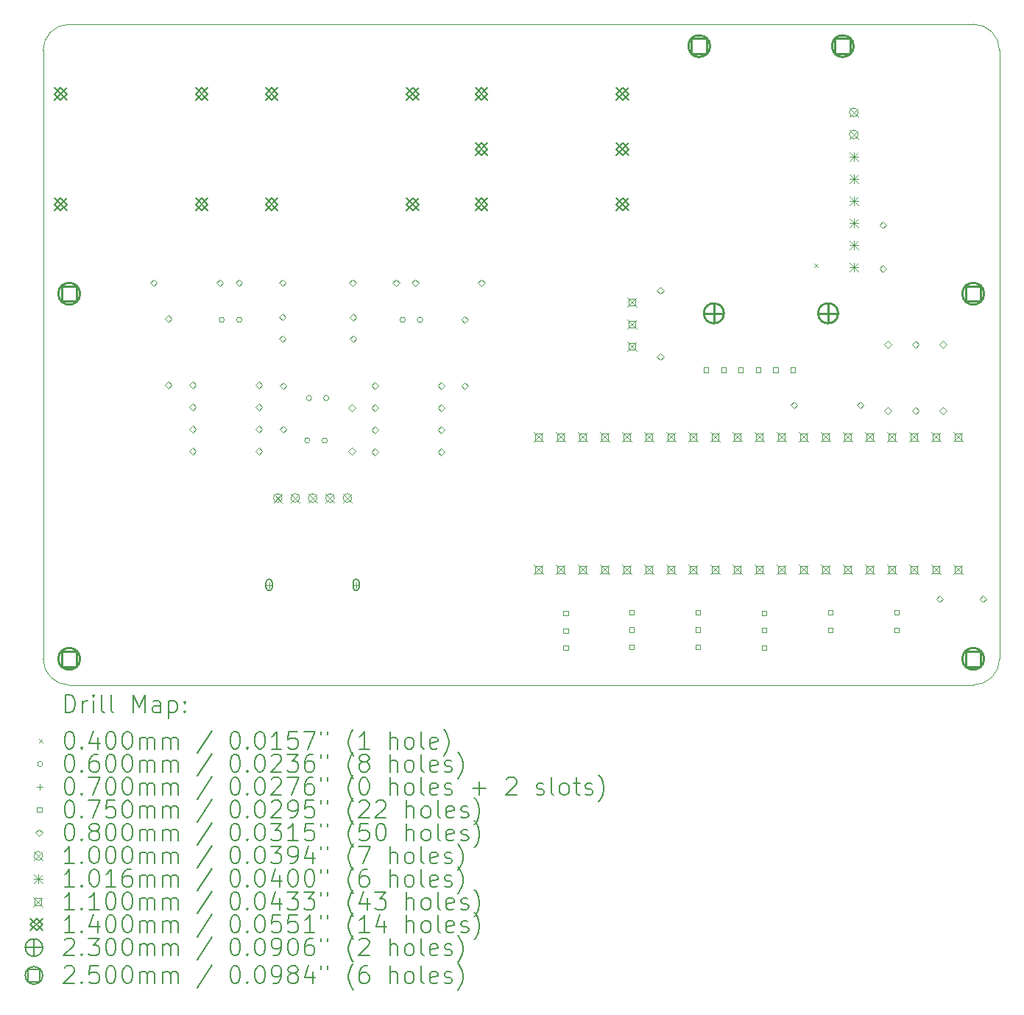
<source format=gbr>
%TF.GenerationSoftware,KiCad,Pcbnew,7.0.6*%
%TF.CreationDate,2023-10-03T18:06:36-04:00*%
%TF.ProjectId,pcb,7063622e-6b69-4636-9164-5f7063625858,1.0*%
%TF.SameCoordinates,Original*%
%TF.FileFunction,Drillmap*%
%TF.FilePolarity,Positive*%
%FSLAX45Y45*%
G04 Gerber Fmt 4.5, Leading zero omitted, Abs format (unit mm)*
G04 Created by KiCad (PCBNEW 7.0.6) date 2023-10-03 18:06:36*
%MOMM*%
%LPD*%
G01*
G04 APERTURE LIST*
%ADD10C,0.100000*%
%ADD11C,0.200000*%
%ADD12C,0.040000*%
%ADD13C,0.060000*%
%ADD14C,0.070000*%
%ADD15C,0.075000*%
%ADD16C,0.080000*%
%ADD17C,0.101600*%
%ADD18C,0.110000*%
%ADD19C,0.140000*%
%ADD20C,0.230000*%
%ADD21C,0.250000*%
G04 APERTURE END LIST*
D10*
X17050000Y-13950000D02*
X6650000Y-13950000D01*
X6350000Y-13650000D02*
G75*
G03*
X6650000Y-13950000I300000J0D01*
G01*
X17350000Y-6650000D02*
G75*
G03*
X17050000Y-6350000I-300000J0D01*
G01*
X6350000Y-13650000D02*
X6350000Y-6650000D01*
X17050000Y-13950000D02*
G75*
G03*
X17350000Y-13650000I0J300000D01*
G01*
X6650000Y-6350000D02*
G75*
G03*
X6350000Y-6650000I0J-300000D01*
G01*
X17350000Y-6650000D02*
X17350000Y-13650000D01*
X6650000Y-6350000D02*
X17050000Y-6350000D01*
D11*
D12*
X15220000Y-9101600D02*
X15260000Y-9141600D01*
X15260000Y-9101600D02*
X15220000Y-9141600D01*
D13*
X8435203Y-9750000D02*
G75*
G03*
X8435203Y-9750000I-30000J0D01*
G01*
X8635203Y-9750000D02*
G75*
G03*
X8635203Y-9750000I-30000J0D01*
G01*
X9417723Y-11138000D02*
G75*
G03*
X9417723Y-11138000I-30000J0D01*
G01*
X9437203Y-10650000D02*
G75*
G03*
X9437203Y-10650000I-30000J0D01*
G01*
X9617723Y-11138000D02*
G75*
G03*
X9617723Y-11138000I-30000J0D01*
G01*
X9637203Y-10650000D02*
G75*
G03*
X9637203Y-10650000I-30000J0D01*
G01*
X10515000Y-9750000D02*
G75*
G03*
X10515000Y-9750000I-30000J0D01*
G01*
X10715000Y-9750000D02*
G75*
G03*
X10715000Y-9750000I-30000J0D01*
G01*
D14*
X8950000Y-12765000D02*
X8950000Y-12835000D01*
X8915000Y-12800000D02*
X8985000Y-12800000D01*
D11*
X8985000Y-12830000D02*
X8985000Y-12770000D01*
X8985000Y-12770000D02*
G75*
G03*
X8915000Y-12770000I-35000J0D01*
G01*
X8915000Y-12770000D02*
X8915000Y-12830000D01*
X8915000Y-12830000D02*
G75*
G03*
X8985000Y-12830000I35000J0D01*
G01*
D14*
X9950000Y-12765000D02*
X9950000Y-12835000D01*
X9915000Y-12800000D02*
X9985000Y-12800000D01*
D11*
X9985000Y-12830000D02*
X9985000Y-12770000D01*
X9985000Y-12770000D02*
G75*
G03*
X9915000Y-12770000I-35000J0D01*
G01*
X9915000Y-12770000D02*
X9915000Y-12830000D01*
X9915000Y-12830000D02*
G75*
G03*
X9985000Y-12830000I35000J0D01*
G01*
D15*
X12387817Y-13150640D02*
X12387817Y-13097606D01*
X12334783Y-13097606D01*
X12334783Y-13150640D01*
X12387817Y-13150640D01*
X12387817Y-13350640D02*
X12387817Y-13297606D01*
X12334783Y-13297606D01*
X12334783Y-13350640D01*
X12387817Y-13350640D01*
X12387817Y-13550640D02*
X12387817Y-13497606D01*
X12334783Y-13497606D01*
X12334783Y-13550640D01*
X12387817Y-13550640D01*
X13145617Y-13141040D02*
X13145617Y-13088006D01*
X13092583Y-13088006D01*
X13092583Y-13141040D01*
X13145617Y-13141040D01*
X13145617Y-13341040D02*
X13145617Y-13288006D01*
X13092583Y-13288006D01*
X13092583Y-13341040D01*
X13145617Y-13341040D01*
X13145617Y-13541040D02*
X13145617Y-13488006D01*
X13092583Y-13488006D01*
X13092583Y-13541040D01*
X13145617Y-13541040D01*
X13907617Y-13141040D02*
X13907617Y-13088006D01*
X13854583Y-13088006D01*
X13854583Y-13141040D01*
X13907617Y-13141040D01*
X13907617Y-13341040D02*
X13907617Y-13288006D01*
X13854583Y-13288006D01*
X13854583Y-13341040D01*
X13907617Y-13341040D01*
X13907617Y-13541040D02*
X13907617Y-13488006D01*
X13854583Y-13488006D01*
X13854583Y-13541040D01*
X13907617Y-13541040D01*
X14001517Y-10351517D02*
X14001517Y-10298483D01*
X13948483Y-10298483D01*
X13948483Y-10351517D01*
X14001517Y-10351517D01*
X14201517Y-10351517D02*
X14201517Y-10298483D01*
X14148483Y-10298483D01*
X14148483Y-10351517D01*
X14201517Y-10351517D01*
X14401517Y-10351517D02*
X14401517Y-10298483D01*
X14348483Y-10298483D01*
X14348483Y-10351517D01*
X14401517Y-10351517D01*
X14601517Y-10351517D02*
X14601517Y-10298483D01*
X14548483Y-10298483D01*
X14548483Y-10351517D01*
X14601517Y-10351517D01*
X14669617Y-13147440D02*
X14669617Y-13094406D01*
X14616583Y-13094406D01*
X14616583Y-13147440D01*
X14669617Y-13147440D01*
X14669617Y-13347440D02*
X14669617Y-13294406D01*
X14616583Y-13294406D01*
X14616583Y-13347440D01*
X14669617Y-13347440D01*
X14669617Y-13547440D02*
X14669617Y-13494406D01*
X14616583Y-13494406D01*
X14616583Y-13547440D01*
X14669617Y-13547440D01*
X14801517Y-10351517D02*
X14801517Y-10298483D01*
X14748483Y-10298483D01*
X14748483Y-10351517D01*
X14801517Y-10351517D01*
X15001517Y-10351517D02*
X15001517Y-10298483D01*
X14948483Y-10298483D01*
X14948483Y-10351517D01*
X15001517Y-10351517D01*
X15431617Y-13144240D02*
X15431617Y-13091206D01*
X15378583Y-13091206D01*
X15378583Y-13144240D01*
X15431617Y-13144240D01*
X15431617Y-13344240D02*
X15431617Y-13291206D01*
X15378583Y-13291206D01*
X15378583Y-13344240D01*
X15431617Y-13344240D01*
X16193617Y-13144240D02*
X16193617Y-13091206D01*
X16140583Y-13091206D01*
X16140583Y-13144240D01*
X16193617Y-13144240D01*
X16193617Y-13344240D02*
X16193617Y-13291206D01*
X16140583Y-13291206D01*
X16140583Y-13344240D01*
X16193617Y-13344240D01*
D16*
X7621463Y-9366000D02*
X7661463Y-9326000D01*
X7621463Y-9286000D01*
X7581463Y-9326000D01*
X7621463Y-9366000D01*
X7790000Y-9778000D02*
X7830000Y-9738000D01*
X7790000Y-9698000D01*
X7750000Y-9738000D01*
X7790000Y-9778000D01*
X7790000Y-10540000D02*
X7830000Y-10500000D01*
X7790000Y-10460000D01*
X7750000Y-10500000D01*
X7790000Y-10540000D01*
X8070000Y-10540000D02*
X8110000Y-10500000D01*
X8070000Y-10460000D01*
X8030000Y-10500000D01*
X8070000Y-10540000D01*
X8070000Y-10794000D02*
X8110000Y-10754000D01*
X8070000Y-10714000D01*
X8030000Y-10754000D01*
X8070000Y-10794000D01*
X8070000Y-11048000D02*
X8110000Y-11008000D01*
X8070000Y-10968000D01*
X8030000Y-11008000D01*
X8070000Y-11048000D01*
X8070000Y-11302000D02*
X8110000Y-11262000D01*
X8070000Y-11222000D01*
X8030000Y-11262000D01*
X8070000Y-11302000D01*
X8383463Y-9366000D02*
X8423463Y-9326000D01*
X8383463Y-9286000D01*
X8343463Y-9326000D01*
X8383463Y-9366000D01*
X8602463Y-9366000D02*
X8642463Y-9326000D01*
X8602463Y-9286000D01*
X8562463Y-9326000D01*
X8602463Y-9366000D01*
X8832000Y-10540000D02*
X8872000Y-10500000D01*
X8832000Y-10460000D01*
X8792000Y-10500000D01*
X8832000Y-10540000D01*
X8832000Y-10794000D02*
X8872000Y-10754000D01*
X8832000Y-10714000D01*
X8792000Y-10754000D01*
X8832000Y-10794000D01*
X8832000Y-11048000D02*
X8872000Y-11008000D01*
X8832000Y-10968000D01*
X8792000Y-11008000D01*
X8832000Y-11048000D01*
X8832000Y-11302000D02*
X8872000Y-11262000D01*
X8832000Y-11222000D01*
X8792000Y-11262000D01*
X8832000Y-11302000D01*
X9102463Y-9366000D02*
X9142463Y-9326000D01*
X9102463Y-9286000D01*
X9062463Y-9326000D01*
X9102463Y-9366000D01*
X9102463Y-9758238D02*
X9142463Y-9718238D01*
X9102463Y-9678238D01*
X9062463Y-9718238D01*
X9102463Y-9758238D01*
X9102463Y-10008238D02*
X9142463Y-9968238D01*
X9102463Y-9928238D01*
X9062463Y-9968238D01*
X9102463Y-10008238D01*
X9110000Y-10550000D02*
X9150000Y-10510000D01*
X9110000Y-10470000D01*
X9070000Y-10510000D01*
X9110000Y-10550000D01*
X9110000Y-11050000D02*
X9150000Y-11010000D01*
X9110000Y-10970000D01*
X9070000Y-11010000D01*
X9110000Y-11050000D01*
X9900000Y-10800000D02*
X9940000Y-10760000D01*
X9900000Y-10720000D01*
X9860000Y-10760000D01*
X9900000Y-10800000D01*
X9900000Y-11300000D02*
X9940000Y-11260000D01*
X9900000Y-11220000D01*
X9860000Y-11260000D01*
X9900000Y-11300000D01*
X9910000Y-9366000D02*
X9950000Y-9326000D01*
X9910000Y-9286000D01*
X9870000Y-9326000D01*
X9910000Y-9366000D01*
X9915000Y-9760000D02*
X9955000Y-9720000D01*
X9915000Y-9680000D01*
X9875000Y-9720000D01*
X9915000Y-9760000D01*
X9915000Y-10010000D02*
X9955000Y-9970000D01*
X9915000Y-9930000D01*
X9875000Y-9970000D01*
X9915000Y-10010000D01*
X10168000Y-10548000D02*
X10208000Y-10508000D01*
X10168000Y-10468000D01*
X10128000Y-10508000D01*
X10168000Y-10548000D01*
X10168000Y-10802000D02*
X10208000Y-10762000D01*
X10168000Y-10722000D01*
X10128000Y-10762000D01*
X10168000Y-10802000D01*
X10168000Y-11056000D02*
X10208000Y-11016000D01*
X10168000Y-10976000D01*
X10128000Y-11016000D01*
X10168000Y-11056000D01*
X10168000Y-11310000D02*
X10208000Y-11270000D01*
X10168000Y-11230000D01*
X10128000Y-11270000D01*
X10168000Y-11310000D01*
X10410000Y-9366000D02*
X10450000Y-9326000D01*
X10410000Y-9286000D01*
X10370000Y-9326000D01*
X10410000Y-9366000D01*
X10630000Y-9366000D02*
X10670000Y-9326000D01*
X10630000Y-9286000D01*
X10590000Y-9326000D01*
X10630000Y-9366000D01*
X10930000Y-10548000D02*
X10970000Y-10508000D01*
X10930000Y-10468000D01*
X10890000Y-10508000D01*
X10930000Y-10548000D01*
X10930000Y-10802000D02*
X10970000Y-10762000D01*
X10930000Y-10722000D01*
X10890000Y-10762000D01*
X10930000Y-10802000D01*
X10930000Y-11056000D02*
X10970000Y-11016000D01*
X10930000Y-10976000D01*
X10890000Y-11016000D01*
X10930000Y-11056000D01*
X10930000Y-11310000D02*
X10970000Y-11270000D01*
X10930000Y-11230000D01*
X10890000Y-11270000D01*
X10930000Y-11310000D01*
X11200000Y-9788000D02*
X11240000Y-9748000D01*
X11200000Y-9708000D01*
X11160000Y-9748000D01*
X11200000Y-9788000D01*
X11200000Y-10550000D02*
X11240000Y-10510000D01*
X11200000Y-10470000D01*
X11160000Y-10510000D01*
X11200000Y-10550000D01*
X11392000Y-9366000D02*
X11432000Y-9326000D01*
X11392000Y-9286000D01*
X11352000Y-9326000D01*
X11392000Y-9366000D01*
X13450000Y-9453000D02*
X13490000Y-9413000D01*
X13450000Y-9373000D01*
X13410000Y-9413000D01*
X13450000Y-9453000D01*
X13450000Y-10215000D02*
X13490000Y-10175000D01*
X13450000Y-10135000D01*
X13410000Y-10175000D01*
X13450000Y-10215000D01*
X14986000Y-10771500D02*
X15026000Y-10731500D01*
X14986000Y-10691500D01*
X14946000Y-10731500D01*
X14986000Y-10771500D01*
X15748000Y-10771500D02*
X15788000Y-10731500D01*
X15748000Y-10691500D01*
X15708000Y-10731500D01*
X15748000Y-10771500D01*
X16010000Y-8700000D02*
X16050000Y-8660000D01*
X16010000Y-8620000D01*
X15970000Y-8660000D01*
X16010000Y-8700000D01*
X16010000Y-9200000D02*
X16050000Y-9160000D01*
X16010000Y-9120000D01*
X15970000Y-9160000D01*
X16010000Y-9200000D01*
X16065500Y-10073000D02*
X16105500Y-10033000D01*
X16065500Y-9993000D01*
X16025500Y-10033000D01*
X16065500Y-10073000D01*
X16065500Y-10835000D02*
X16105500Y-10795000D01*
X16065500Y-10755000D01*
X16025500Y-10795000D01*
X16065500Y-10835000D01*
X16383000Y-10073000D02*
X16423000Y-10033000D01*
X16383000Y-9993000D01*
X16343000Y-10033000D01*
X16383000Y-10073000D01*
X16383000Y-10835000D02*
X16423000Y-10795000D01*
X16383000Y-10755000D01*
X16343000Y-10795000D01*
X16383000Y-10835000D01*
X16660000Y-13000000D02*
X16700000Y-12960000D01*
X16660000Y-12920000D01*
X16620000Y-12960000D01*
X16660000Y-13000000D01*
X16700500Y-10073000D02*
X16740500Y-10033000D01*
X16700500Y-9993000D01*
X16660500Y-10033000D01*
X16700500Y-10073000D01*
X16700500Y-10835000D02*
X16740500Y-10795000D01*
X16700500Y-10755000D01*
X16660500Y-10795000D01*
X16700500Y-10835000D01*
X17160000Y-13000000D02*
X17200000Y-12960000D01*
X17160000Y-12920000D01*
X17120000Y-12960000D01*
X17160000Y-13000000D01*
D10*
X9000000Y-11750000D02*
X9100000Y-11850000D01*
X9100000Y-11750000D02*
X9000000Y-11850000D01*
X9100000Y-11800000D02*
G75*
G03*
X9100000Y-11800000I-50000J0D01*
G01*
X9200000Y-11750000D02*
X9300000Y-11850000D01*
X9300000Y-11750000D02*
X9200000Y-11850000D01*
X9300000Y-11800000D02*
G75*
G03*
X9300000Y-11800000I-50000J0D01*
G01*
X9400000Y-11750000D02*
X9500000Y-11850000D01*
X9500000Y-11750000D02*
X9400000Y-11850000D01*
X9500000Y-11800000D02*
G75*
G03*
X9500000Y-11800000I-50000J0D01*
G01*
X9600000Y-11750000D02*
X9700000Y-11850000D01*
X9700000Y-11750000D02*
X9600000Y-11850000D01*
X9700000Y-11800000D02*
G75*
G03*
X9700000Y-11800000I-50000J0D01*
G01*
X9800000Y-11750000D02*
X9900000Y-11850000D01*
X9900000Y-11750000D02*
X9800000Y-11850000D01*
X9900000Y-11800000D02*
G75*
G03*
X9900000Y-11800000I-50000J0D01*
G01*
X15624340Y-7313963D02*
X15724340Y-7413963D01*
X15724340Y-7313963D02*
X15624340Y-7413963D01*
X15724340Y-7363963D02*
G75*
G03*
X15724340Y-7363963I-50000J0D01*
G01*
X15624340Y-7567963D02*
X15724340Y-7667963D01*
X15724340Y-7567963D02*
X15624340Y-7667963D01*
X15724340Y-7617963D02*
G75*
G03*
X15724340Y-7617963I-50000J0D01*
G01*
D17*
X15623540Y-7821163D02*
X15725140Y-7922763D01*
X15725140Y-7821163D02*
X15623540Y-7922763D01*
X15674340Y-7821163D02*
X15674340Y-7922763D01*
X15623540Y-7871963D02*
X15725140Y-7871963D01*
X15623540Y-8075163D02*
X15725140Y-8176763D01*
X15725140Y-8075163D02*
X15623540Y-8176763D01*
X15674340Y-8075163D02*
X15674340Y-8176763D01*
X15623540Y-8125963D02*
X15725140Y-8125963D01*
X15623540Y-8329163D02*
X15725140Y-8430763D01*
X15725140Y-8329163D02*
X15623540Y-8430763D01*
X15674340Y-8329163D02*
X15674340Y-8430763D01*
X15623540Y-8379963D02*
X15725140Y-8379963D01*
X15623540Y-8583163D02*
X15725140Y-8684763D01*
X15725140Y-8583163D02*
X15623540Y-8684763D01*
X15674340Y-8583163D02*
X15674340Y-8684763D01*
X15623540Y-8633963D02*
X15725140Y-8633963D01*
X15623540Y-8837163D02*
X15725140Y-8938763D01*
X15725140Y-8837163D02*
X15623540Y-8938763D01*
X15674340Y-8837163D02*
X15674340Y-8938763D01*
X15623540Y-8887963D02*
X15725140Y-8887963D01*
X15623540Y-9091163D02*
X15725140Y-9192763D01*
X15725140Y-9091163D02*
X15623540Y-9192763D01*
X15674340Y-9091163D02*
X15674340Y-9192763D01*
X15623540Y-9141963D02*
X15725140Y-9141963D01*
D18*
X11995463Y-11045000D02*
X12105463Y-11155000D01*
X12105463Y-11045000D02*
X11995463Y-11155000D01*
X12089354Y-11138891D02*
X12089354Y-11061109D01*
X12011571Y-11061109D01*
X12011571Y-11138891D01*
X12089354Y-11138891D01*
X11995463Y-12569000D02*
X12105463Y-12679000D01*
X12105463Y-12569000D02*
X11995463Y-12679000D01*
X12089354Y-12662891D02*
X12089354Y-12585109D01*
X12011571Y-12585109D01*
X12011571Y-12662891D01*
X12089354Y-12662891D01*
X12249463Y-11045000D02*
X12359463Y-11155000D01*
X12359463Y-11045000D02*
X12249463Y-11155000D01*
X12343354Y-11138891D02*
X12343354Y-11061109D01*
X12265571Y-11061109D01*
X12265571Y-11138891D01*
X12343354Y-11138891D01*
X12249463Y-12569000D02*
X12359463Y-12679000D01*
X12359463Y-12569000D02*
X12249463Y-12679000D01*
X12343354Y-12662891D02*
X12343354Y-12585109D01*
X12265571Y-12585109D01*
X12265571Y-12662891D01*
X12343354Y-12662891D01*
X12503463Y-11045000D02*
X12613463Y-11155000D01*
X12613463Y-11045000D02*
X12503463Y-11155000D01*
X12597354Y-11138891D02*
X12597354Y-11061109D01*
X12519571Y-11061109D01*
X12519571Y-11138891D01*
X12597354Y-11138891D01*
X12503463Y-12569000D02*
X12613463Y-12679000D01*
X12613463Y-12569000D02*
X12503463Y-12679000D01*
X12597354Y-12662891D02*
X12597354Y-12585109D01*
X12519571Y-12585109D01*
X12519571Y-12662891D01*
X12597354Y-12662891D01*
X12757463Y-11045000D02*
X12867463Y-11155000D01*
X12867463Y-11045000D02*
X12757463Y-11155000D01*
X12851354Y-11138891D02*
X12851354Y-11061109D01*
X12773571Y-11061109D01*
X12773571Y-11138891D01*
X12851354Y-11138891D01*
X12757463Y-12569000D02*
X12867463Y-12679000D01*
X12867463Y-12569000D02*
X12757463Y-12679000D01*
X12851354Y-12662891D02*
X12851354Y-12585109D01*
X12773571Y-12585109D01*
X12773571Y-12662891D01*
X12851354Y-12662891D01*
X13011463Y-11045000D02*
X13121463Y-11155000D01*
X13121463Y-11045000D02*
X13011463Y-11155000D01*
X13105354Y-11138891D02*
X13105354Y-11061109D01*
X13027571Y-11061109D01*
X13027571Y-11138891D01*
X13105354Y-11138891D01*
X13011463Y-12569000D02*
X13121463Y-12679000D01*
X13121463Y-12569000D02*
X13011463Y-12679000D01*
X13105354Y-12662891D02*
X13105354Y-12585109D01*
X13027571Y-12585109D01*
X13027571Y-12662891D01*
X13105354Y-12662891D01*
X13070000Y-9491000D02*
X13180000Y-9601000D01*
X13180000Y-9491000D02*
X13070000Y-9601000D01*
X13163891Y-9584891D02*
X13163891Y-9507109D01*
X13086109Y-9507109D01*
X13086109Y-9584891D01*
X13163891Y-9584891D01*
X13070000Y-9745000D02*
X13180000Y-9855000D01*
X13180000Y-9745000D02*
X13070000Y-9855000D01*
X13163891Y-9838891D02*
X13163891Y-9761109D01*
X13086109Y-9761109D01*
X13086109Y-9838891D01*
X13163891Y-9838891D01*
X13070000Y-9999000D02*
X13180000Y-10109000D01*
X13180000Y-9999000D02*
X13070000Y-10109000D01*
X13163891Y-10092891D02*
X13163891Y-10015109D01*
X13086109Y-10015109D01*
X13086109Y-10092891D01*
X13163891Y-10092891D01*
X13265463Y-11045000D02*
X13375463Y-11155000D01*
X13375463Y-11045000D02*
X13265463Y-11155000D01*
X13359354Y-11138891D02*
X13359354Y-11061109D01*
X13281571Y-11061109D01*
X13281571Y-11138891D01*
X13359354Y-11138891D01*
X13265463Y-12569000D02*
X13375463Y-12679000D01*
X13375463Y-12569000D02*
X13265463Y-12679000D01*
X13359354Y-12662891D02*
X13359354Y-12585109D01*
X13281571Y-12585109D01*
X13281571Y-12662891D01*
X13359354Y-12662891D01*
X13519463Y-11045000D02*
X13629463Y-11155000D01*
X13629463Y-11045000D02*
X13519463Y-11155000D01*
X13613354Y-11138891D02*
X13613354Y-11061109D01*
X13535571Y-11061109D01*
X13535571Y-11138891D01*
X13613354Y-11138891D01*
X13519463Y-12569000D02*
X13629463Y-12679000D01*
X13629463Y-12569000D02*
X13519463Y-12679000D01*
X13613354Y-12662891D02*
X13613354Y-12585109D01*
X13535571Y-12585109D01*
X13535571Y-12662891D01*
X13613354Y-12662891D01*
X13773463Y-11045000D02*
X13883463Y-11155000D01*
X13883463Y-11045000D02*
X13773463Y-11155000D01*
X13867354Y-11138891D02*
X13867354Y-11061109D01*
X13789571Y-11061109D01*
X13789571Y-11138891D01*
X13867354Y-11138891D01*
X13773463Y-12569000D02*
X13883463Y-12679000D01*
X13883463Y-12569000D02*
X13773463Y-12679000D01*
X13867354Y-12662891D02*
X13867354Y-12585109D01*
X13789571Y-12585109D01*
X13789571Y-12662891D01*
X13867354Y-12662891D01*
X14027463Y-11045000D02*
X14137463Y-11155000D01*
X14137463Y-11045000D02*
X14027463Y-11155000D01*
X14121354Y-11138891D02*
X14121354Y-11061109D01*
X14043571Y-11061109D01*
X14043571Y-11138891D01*
X14121354Y-11138891D01*
X14027463Y-12569000D02*
X14137463Y-12679000D01*
X14137463Y-12569000D02*
X14027463Y-12679000D01*
X14121354Y-12662891D02*
X14121354Y-12585109D01*
X14043571Y-12585109D01*
X14043571Y-12662891D01*
X14121354Y-12662891D01*
X14281463Y-11045000D02*
X14391463Y-11155000D01*
X14391463Y-11045000D02*
X14281463Y-11155000D01*
X14375354Y-11138891D02*
X14375354Y-11061109D01*
X14297571Y-11061109D01*
X14297571Y-11138891D01*
X14375354Y-11138891D01*
X14281463Y-12569000D02*
X14391463Y-12679000D01*
X14391463Y-12569000D02*
X14281463Y-12679000D01*
X14375354Y-12662891D02*
X14375354Y-12585109D01*
X14297571Y-12585109D01*
X14297571Y-12662891D01*
X14375354Y-12662891D01*
X14535463Y-11045000D02*
X14645463Y-11155000D01*
X14645463Y-11045000D02*
X14535463Y-11155000D01*
X14629354Y-11138891D02*
X14629354Y-11061109D01*
X14551571Y-11061109D01*
X14551571Y-11138891D01*
X14629354Y-11138891D01*
X14535463Y-12569000D02*
X14645463Y-12679000D01*
X14645463Y-12569000D02*
X14535463Y-12679000D01*
X14629354Y-12662891D02*
X14629354Y-12585109D01*
X14551571Y-12585109D01*
X14551571Y-12662891D01*
X14629354Y-12662891D01*
X14789463Y-11045000D02*
X14899463Y-11155000D01*
X14899463Y-11045000D02*
X14789463Y-11155000D01*
X14883354Y-11138891D02*
X14883354Y-11061109D01*
X14805571Y-11061109D01*
X14805571Y-11138891D01*
X14883354Y-11138891D01*
X14789463Y-12569000D02*
X14899463Y-12679000D01*
X14899463Y-12569000D02*
X14789463Y-12679000D01*
X14883354Y-12662891D02*
X14883354Y-12585109D01*
X14805571Y-12585109D01*
X14805571Y-12662891D01*
X14883354Y-12662891D01*
X15043463Y-11045000D02*
X15153463Y-11155000D01*
X15153463Y-11045000D02*
X15043463Y-11155000D01*
X15137354Y-11138891D02*
X15137354Y-11061109D01*
X15059571Y-11061109D01*
X15059571Y-11138891D01*
X15137354Y-11138891D01*
X15043463Y-12569000D02*
X15153463Y-12679000D01*
X15153463Y-12569000D02*
X15043463Y-12679000D01*
X15137354Y-12662891D02*
X15137354Y-12585109D01*
X15059571Y-12585109D01*
X15059571Y-12662891D01*
X15137354Y-12662891D01*
X15297463Y-11045000D02*
X15407463Y-11155000D01*
X15407463Y-11045000D02*
X15297463Y-11155000D01*
X15391354Y-11138891D02*
X15391354Y-11061109D01*
X15313571Y-11061109D01*
X15313571Y-11138891D01*
X15391354Y-11138891D01*
X15297463Y-12569000D02*
X15407463Y-12679000D01*
X15407463Y-12569000D02*
X15297463Y-12679000D01*
X15391354Y-12662891D02*
X15391354Y-12585109D01*
X15313571Y-12585109D01*
X15313571Y-12662891D01*
X15391354Y-12662891D01*
X15551463Y-11045000D02*
X15661463Y-11155000D01*
X15661463Y-11045000D02*
X15551463Y-11155000D01*
X15645354Y-11138891D02*
X15645354Y-11061109D01*
X15567571Y-11061109D01*
X15567571Y-11138891D01*
X15645354Y-11138891D01*
X15551463Y-12569000D02*
X15661463Y-12679000D01*
X15661463Y-12569000D02*
X15551463Y-12679000D01*
X15645354Y-12662891D02*
X15645354Y-12585109D01*
X15567571Y-12585109D01*
X15567571Y-12662891D01*
X15645354Y-12662891D01*
X15805463Y-11045000D02*
X15915463Y-11155000D01*
X15915463Y-11045000D02*
X15805463Y-11155000D01*
X15899354Y-11138891D02*
X15899354Y-11061109D01*
X15821571Y-11061109D01*
X15821571Y-11138891D01*
X15899354Y-11138891D01*
X15805463Y-12569000D02*
X15915463Y-12679000D01*
X15915463Y-12569000D02*
X15805463Y-12679000D01*
X15899354Y-12662891D02*
X15899354Y-12585109D01*
X15821571Y-12585109D01*
X15821571Y-12662891D01*
X15899354Y-12662891D01*
X16059463Y-11045000D02*
X16169463Y-11155000D01*
X16169463Y-11045000D02*
X16059463Y-11155000D01*
X16153354Y-11138891D02*
X16153354Y-11061109D01*
X16075571Y-11061109D01*
X16075571Y-11138891D01*
X16153354Y-11138891D01*
X16059463Y-12569000D02*
X16169463Y-12679000D01*
X16169463Y-12569000D02*
X16059463Y-12679000D01*
X16153354Y-12662891D02*
X16153354Y-12585109D01*
X16075571Y-12585109D01*
X16075571Y-12662891D01*
X16153354Y-12662891D01*
X16313463Y-11045000D02*
X16423463Y-11155000D01*
X16423463Y-11045000D02*
X16313463Y-11155000D01*
X16407354Y-11138891D02*
X16407354Y-11061109D01*
X16329571Y-11061109D01*
X16329571Y-11138891D01*
X16407354Y-11138891D01*
X16313463Y-12569000D02*
X16423463Y-12679000D01*
X16423463Y-12569000D02*
X16313463Y-12679000D01*
X16407354Y-12662891D02*
X16407354Y-12585109D01*
X16329571Y-12585109D01*
X16329571Y-12662891D01*
X16407354Y-12662891D01*
X16567463Y-11045000D02*
X16677463Y-11155000D01*
X16677463Y-11045000D02*
X16567463Y-11155000D01*
X16661354Y-11138891D02*
X16661354Y-11061109D01*
X16583571Y-11061109D01*
X16583571Y-11138891D01*
X16661354Y-11138891D01*
X16567463Y-12569000D02*
X16677463Y-12679000D01*
X16677463Y-12569000D02*
X16567463Y-12679000D01*
X16661354Y-12662891D02*
X16661354Y-12585109D01*
X16583571Y-12585109D01*
X16583571Y-12662891D01*
X16661354Y-12662891D01*
X16821463Y-11045000D02*
X16931463Y-11155000D01*
X16931463Y-11045000D02*
X16821463Y-11155000D01*
X16915354Y-11138891D02*
X16915354Y-11061109D01*
X16837571Y-11061109D01*
X16837571Y-11138891D01*
X16915354Y-11138891D01*
X16821463Y-12569000D02*
X16931463Y-12679000D01*
X16931463Y-12569000D02*
X16821463Y-12679000D01*
X16915354Y-12662891D02*
X16915354Y-12585109D01*
X16837571Y-12585109D01*
X16837571Y-12662891D01*
X16915354Y-12662891D01*
D19*
X6482463Y-7082240D02*
X6622463Y-7222240D01*
X6622463Y-7082240D02*
X6482463Y-7222240D01*
X6552463Y-7222240D02*
X6622463Y-7152240D01*
X6552463Y-7082240D01*
X6482463Y-7152240D01*
X6552463Y-7222240D01*
X6482463Y-8352240D02*
X6622463Y-8492240D01*
X6622463Y-8352240D02*
X6482463Y-8492240D01*
X6552463Y-8492240D02*
X6622463Y-8422240D01*
X6552463Y-8352240D01*
X6482463Y-8422240D01*
X6552463Y-8492240D01*
X8105463Y-7082240D02*
X8245463Y-7222240D01*
X8245463Y-7082240D02*
X8105463Y-7222240D01*
X8175463Y-7222240D02*
X8245463Y-7152240D01*
X8175463Y-7082240D01*
X8105463Y-7152240D01*
X8175463Y-7222240D01*
X8105463Y-8352240D02*
X8245463Y-8492240D01*
X8245463Y-8352240D02*
X8105463Y-8492240D01*
X8175463Y-8492240D02*
X8245463Y-8422240D01*
X8175463Y-8352240D01*
X8105463Y-8422240D01*
X8175463Y-8492240D01*
X8908900Y-7082240D02*
X9048900Y-7222240D01*
X9048900Y-7082240D02*
X8908900Y-7222240D01*
X8978900Y-7222240D02*
X9048900Y-7152240D01*
X8978900Y-7082240D01*
X8908900Y-7152240D01*
X8978900Y-7222240D01*
X8908900Y-8352240D02*
X9048900Y-8492240D01*
X9048900Y-8352240D02*
X8908900Y-8492240D01*
X8978900Y-8492240D02*
X9048900Y-8422240D01*
X8978900Y-8352240D01*
X8908900Y-8422240D01*
X8978900Y-8492240D01*
X10531900Y-7082240D02*
X10671900Y-7222240D01*
X10671900Y-7082240D02*
X10531900Y-7222240D01*
X10601900Y-7222240D02*
X10671900Y-7152240D01*
X10601900Y-7082240D01*
X10531900Y-7152240D01*
X10601900Y-7222240D01*
X10531900Y-8352240D02*
X10671900Y-8492240D01*
X10671900Y-8352240D02*
X10531900Y-8492240D01*
X10601900Y-8492240D02*
X10671900Y-8422240D01*
X10601900Y-8352240D01*
X10531900Y-8422240D01*
X10601900Y-8492240D01*
X11321900Y-7082240D02*
X11461900Y-7222240D01*
X11461900Y-7082240D02*
X11321900Y-7222240D01*
X11391900Y-7222240D02*
X11461900Y-7152240D01*
X11391900Y-7082240D01*
X11321900Y-7152240D01*
X11391900Y-7222240D01*
X11321900Y-7717240D02*
X11461900Y-7857240D01*
X11461900Y-7717240D02*
X11321900Y-7857240D01*
X11391900Y-7857240D02*
X11461900Y-7787240D01*
X11391900Y-7717240D01*
X11321900Y-7787240D01*
X11391900Y-7857240D01*
X11321900Y-8352240D02*
X11461900Y-8492240D01*
X11461900Y-8352240D02*
X11321900Y-8492240D01*
X11391900Y-8492240D02*
X11461900Y-8422240D01*
X11391900Y-8352240D01*
X11321900Y-8422240D01*
X11391900Y-8492240D01*
X12944900Y-7082240D02*
X13084900Y-7222240D01*
X13084900Y-7082240D02*
X12944900Y-7222240D01*
X13014900Y-7222240D02*
X13084900Y-7152240D01*
X13014900Y-7082240D01*
X12944900Y-7152240D01*
X13014900Y-7222240D01*
X12944900Y-7717240D02*
X13084900Y-7857240D01*
X13084900Y-7717240D02*
X12944900Y-7857240D01*
X13014900Y-7857240D02*
X13084900Y-7787240D01*
X13014900Y-7717240D01*
X12944900Y-7787240D01*
X13014900Y-7857240D01*
X12944900Y-8352240D02*
X13084900Y-8492240D01*
X13084900Y-8352240D02*
X12944900Y-8492240D01*
X13014900Y-8492240D02*
X13084900Y-8422240D01*
X13014900Y-8352240D01*
X12944900Y-8422240D01*
X13014900Y-8492240D01*
D20*
X14064840Y-9560363D02*
X14064840Y-9790363D01*
X13949840Y-9675363D02*
X14179840Y-9675363D01*
X14179840Y-9675363D02*
G75*
G03*
X14179840Y-9675363I-115000J0D01*
G01*
X15378840Y-9560363D02*
X15378840Y-9790363D01*
X15263840Y-9675363D02*
X15493840Y-9675363D01*
X15493840Y-9675363D02*
G75*
G03*
X15493840Y-9675363I-115000J0D01*
G01*
D21*
X6738389Y-9538389D02*
X6738389Y-9361611D01*
X6561611Y-9361611D01*
X6561611Y-9538389D01*
X6738389Y-9538389D01*
X6775000Y-9450000D02*
G75*
G03*
X6775000Y-9450000I-125000J0D01*
G01*
X6738389Y-13738389D02*
X6738389Y-13561611D01*
X6561611Y-13561611D01*
X6561611Y-13738389D01*
X6738389Y-13738389D01*
X6775000Y-13650000D02*
G75*
G03*
X6775000Y-13650000I-125000J0D01*
G01*
X13984729Y-6690352D02*
X13984729Y-6513574D01*
X13807951Y-6513574D01*
X13807951Y-6690352D01*
X13984729Y-6690352D01*
X14021340Y-6601963D02*
G75*
G03*
X14021340Y-6601963I-125000J0D01*
G01*
X15635729Y-6690352D02*
X15635729Y-6513574D01*
X15458951Y-6513574D01*
X15458951Y-6690352D01*
X15635729Y-6690352D01*
X15672340Y-6601963D02*
G75*
G03*
X15672340Y-6601963I-125000J0D01*
G01*
X17135927Y-9538389D02*
X17135927Y-9361611D01*
X16959148Y-9361611D01*
X16959148Y-9538389D01*
X17135927Y-9538389D01*
X17172537Y-9450000D02*
G75*
G03*
X17172537Y-9450000I-125000J0D01*
G01*
X17135927Y-13738389D02*
X17135927Y-13561611D01*
X16959148Y-13561611D01*
X16959148Y-13738389D01*
X17135927Y-13738389D01*
X17172537Y-13650000D02*
G75*
G03*
X17172537Y-13650000I-125000J0D01*
G01*
D11*
X6605777Y-14266484D02*
X6605777Y-14066484D01*
X6605777Y-14066484D02*
X6653396Y-14066484D01*
X6653396Y-14066484D02*
X6681967Y-14076008D01*
X6681967Y-14076008D02*
X6701015Y-14095055D01*
X6701015Y-14095055D02*
X6710539Y-14114103D01*
X6710539Y-14114103D02*
X6720062Y-14152198D01*
X6720062Y-14152198D02*
X6720062Y-14180769D01*
X6720062Y-14180769D02*
X6710539Y-14218865D01*
X6710539Y-14218865D02*
X6701015Y-14237912D01*
X6701015Y-14237912D02*
X6681967Y-14256960D01*
X6681967Y-14256960D02*
X6653396Y-14266484D01*
X6653396Y-14266484D02*
X6605777Y-14266484D01*
X6805777Y-14266484D02*
X6805777Y-14133150D01*
X6805777Y-14171246D02*
X6815301Y-14152198D01*
X6815301Y-14152198D02*
X6824824Y-14142674D01*
X6824824Y-14142674D02*
X6843872Y-14133150D01*
X6843872Y-14133150D02*
X6862920Y-14133150D01*
X6929586Y-14266484D02*
X6929586Y-14133150D01*
X6929586Y-14066484D02*
X6920062Y-14076008D01*
X6920062Y-14076008D02*
X6929586Y-14085531D01*
X6929586Y-14085531D02*
X6939110Y-14076008D01*
X6939110Y-14076008D02*
X6929586Y-14066484D01*
X6929586Y-14066484D02*
X6929586Y-14085531D01*
X7053396Y-14266484D02*
X7034348Y-14256960D01*
X7034348Y-14256960D02*
X7024824Y-14237912D01*
X7024824Y-14237912D02*
X7024824Y-14066484D01*
X7158158Y-14266484D02*
X7139110Y-14256960D01*
X7139110Y-14256960D02*
X7129586Y-14237912D01*
X7129586Y-14237912D02*
X7129586Y-14066484D01*
X7386729Y-14266484D02*
X7386729Y-14066484D01*
X7386729Y-14066484D02*
X7453396Y-14209341D01*
X7453396Y-14209341D02*
X7520062Y-14066484D01*
X7520062Y-14066484D02*
X7520062Y-14266484D01*
X7701015Y-14266484D02*
X7701015Y-14161722D01*
X7701015Y-14161722D02*
X7691491Y-14142674D01*
X7691491Y-14142674D02*
X7672443Y-14133150D01*
X7672443Y-14133150D02*
X7634348Y-14133150D01*
X7634348Y-14133150D02*
X7615301Y-14142674D01*
X7701015Y-14256960D02*
X7681967Y-14266484D01*
X7681967Y-14266484D02*
X7634348Y-14266484D01*
X7634348Y-14266484D02*
X7615301Y-14256960D01*
X7615301Y-14256960D02*
X7605777Y-14237912D01*
X7605777Y-14237912D02*
X7605777Y-14218865D01*
X7605777Y-14218865D02*
X7615301Y-14199817D01*
X7615301Y-14199817D02*
X7634348Y-14190293D01*
X7634348Y-14190293D02*
X7681967Y-14190293D01*
X7681967Y-14190293D02*
X7701015Y-14180769D01*
X7796253Y-14133150D02*
X7796253Y-14333150D01*
X7796253Y-14142674D02*
X7815301Y-14133150D01*
X7815301Y-14133150D02*
X7853396Y-14133150D01*
X7853396Y-14133150D02*
X7872443Y-14142674D01*
X7872443Y-14142674D02*
X7881967Y-14152198D01*
X7881967Y-14152198D02*
X7891491Y-14171246D01*
X7891491Y-14171246D02*
X7891491Y-14228388D01*
X7891491Y-14228388D02*
X7881967Y-14247436D01*
X7881967Y-14247436D02*
X7872443Y-14256960D01*
X7872443Y-14256960D02*
X7853396Y-14266484D01*
X7853396Y-14266484D02*
X7815301Y-14266484D01*
X7815301Y-14266484D02*
X7796253Y-14256960D01*
X7977205Y-14247436D02*
X7986729Y-14256960D01*
X7986729Y-14256960D02*
X7977205Y-14266484D01*
X7977205Y-14266484D02*
X7967682Y-14256960D01*
X7967682Y-14256960D02*
X7977205Y-14247436D01*
X7977205Y-14247436D02*
X7977205Y-14266484D01*
X7977205Y-14142674D02*
X7986729Y-14152198D01*
X7986729Y-14152198D02*
X7977205Y-14161722D01*
X7977205Y-14161722D02*
X7967682Y-14152198D01*
X7967682Y-14152198D02*
X7977205Y-14142674D01*
X7977205Y-14142674D02*
X7977205Y-14161722D01*
D12*
X6305000Y-14575000D02*
X6345000Y-14615000D01*
X6345000Y-14575000D02*
X6305000Y-14615000D01*
D11*
X6643872Y-14486484D02*
X6662920Y-14486484D01*
X6662920Y-14486484D02*
X6681967Y-14496008D01*
X6681967Y-14496008D02*
X6691491Y-14505531D01*
X6691491Y-14505531D02*
X6701015Y-14524579D01*
X6701015Y-14524579D02*
X6710539Y-14562674D01*
X6710539Y-14562674D02*
X6710539Y-14610293D01*
X6710539Y-14610293D02*
X6701015Y-14648388D01*
X6701015Y-14648388D02*
X6691491Y-14667436D01*
X6691491Y-14667436D02*
X6681967Y-14676960D01*
X6681967Y-14676960D02*
X6662920Y-14686484D01*
X6662920Y-14686484D02*
X6643872Y-14686484D01*
X6643872Y-14686484D02*
X6624824Y-14676960D01*
X6624824Y-14676960D02*
X6615301Y-14667436D01*
X6615301Y-14667436D02*
X6605777Y-14648388D01*
X6605777Y-14648388D02*
X6596253Y-14610293D01*
X6596253Y-14610293D02*
X6596253Y-14562674D01*
X6596253Y-14562674D02*
X6605777Y-14524579D01*
X6605777Y-14524579D02*
X6615301Y-14505531D01*
X6615301Y-14505531D02*
X6624824Y-14496008D01*
X6624824Y-14496008D02*
X6643872Y-14486484D01*
X6796253Y-14667436D02*
X6805777Y-14676960D01*
X6805777Y-14676960D02*
X6796253Y-14686484D01*
X6796253Y-14686484D02*
X6786729Y-14676960D01*
X6786729Y-14676960D02*
X6796253Y-14667436D01*
X6796253Y-14667436D02*
X6796253Y-14686484D01*
X6977205Y-14553150D02*
X6977205Y-14686484D01*
X6929586Y-14476960D02*
X6881967Y-14619817D01*
X6881967Y-14619817D02*
X7005777Y-14619817D01*
X7120062Y-14486484D02*
X7139110Y-14486484D01*
X7139110Y-14486484D02*
X7158158Y-14496008D01*
X7158158Y-14496008D02*
X7167682Y-14505531D01*
X7167682Y-14505531D02*
X7177205Y-14524579D01*
X7177205Y-14524579D02*
X7186729Y-14562674D01*
X7186729Y-14562674D02*
X7186729Y-14610293D01*
X7186729Y-14610293D02*
X7177205Y-14648388D01*
X7177205Y-14648388D02*
X7167682Y-14667436D01*
X7167682Y-14667436D02*
X7158158Y-14676960D01*
X7158158Y-14676960D02*
X7139110Y-14686484D01*
X7139110Y-14686484D02*
X7120062Y-14686484D01*
X7120062Y-14686484D02*
X7101015Y-14676960D01*
X7101015Y-14676960D02*
X7091491Y-14667436D01*
X7091491Y-14667436D02*
X7081967Y-14648388D01*
X7081967Y-14648388D02*
X7072443Y-14610293D01*
X7072443Y-14610293D02*
X7072443Y-14562674D01*
X7072443Y-14562674D02*
X7081967Y-14524579D01*
X7081967Y-14524579D02*
X7091491Y-14505531D01*
X7091491Y-14505531D02*
X7101015Y-14496008D01*
X7101015Y-14496008D02*
X7120062Y-14486484D01*
X7310539Y-14486484D02*
X7329586Y-14486484D01*
X7329586Y-14486484D02*
X7348634Y-14496008D01*
X7348634Y-14496008D02*
X7358158Y-14505531D01*
X7358158Y-14505531D02*
X7367682Y-14524579D01*
X7367682Y-14524579D02*
X7377205Y-14562674D01*
X7377205Y-14562674D02*
X7377205Y-14610293D01*
X7377205Y-14610293D02*
X7367682Y-14648388D01*
X7367682Y-14648388D02*
X7358158Y-14667436D01*
X7358158Y-14667436D02*
X7348634Y-14676960D01*
X7348634Y-14676960D02*
X7329586Y-14686484D01*
X7329586Y-14686484D02*
X7310539Y-14686484D01*
X7310539Y-14686484D02*
X7291491Y-14676960D01*
X7291491Y-14676960D02*
X7281967Y-14667436D01*
X7281967Y-14667436D02*
X7272443Y-14648388D01*
X7272443Y-14648388D02*
X7262920Y-14610293D01*
X7262920Y-14610293D02*
X7262920Y-14562674D01*
X7262920Y-14562674D02*
X7272443Y-14524579D01*
X7272443Y-14524579D02*
X7281967Y-14505531D01*
X7281967Y-14505531D02*
X7291491Y-14496008D01*
X7291491Y-14496008D02*
X7310539Y-14486484D01*
X7462920Y-14686484D02*
X7462920Y-14553150D01*
X7462920Y-14572198D02*
X7472443Y-14562674D01*
X7472443Y-14562674D02*
X7491491Y-14553150D01*
X7491491Y-14553150D02*
X7520063Y-14553150D01*
X7520063Y-14553150D02*
X7539110Y-14562674D01*
X7539110Y-14562674D02*
X7548634Y-14581722D01*
X7548634Y-14581722D02*
X7548634Y-14686484D01*
X7548634Y-14581722D02*
X7558158Y-14562674D01*
X7558158Y-14562674D02*
X7577205Y-14553150D01*
X7577205Y-14553150D02*
X7605777Y-14553150D01*
X7605777Y-14553150D02*
X7624824Y-14562674D01*
X7624824Y-14562674D02*
X7634348Y-14581722D01*
X7634348Y-14581722D02*
X7634348Y-14686484D01*
X7729586Y-14686484D02*
X7729586Y-14553150D01*
X7729586Y-14572198D02*
X7739110Y-14562674D01*
X7739110Y-14562674D02*
X7758158Y-14553150D01*
X7758158Y-14553150D02*
X7786729Y-14553150D01*
X7786729Y-14553150D02*
X7805777Y-14562674D01*
X7805777Y-14562674D02*
X7815301Y-14581722D01*
X7815301Y-14581722D02*
X7815301Y-14686484D01*
X7815301Y-14581722D02*
X7824824Y-14562674D01*
X7824824Y-14562674D02*
X7843872Y-14553150D01*
X7843872Y-14553150D02*
X7872443Y-14553150D01*
X7872443Y-14553150D02*
X7891491Y-14562674D01*
X7891491Y-14562674D02*
X7901015Y-14581722D01*
X7901015Y-14581722D02*
X7901015Y-14686484D01*
X8291491Y-14476960D02*
X8120063Y-14734103D01*
X8548634Y-14486484D02*
X8567682Y-14486484D01*
X8567682Y-14486484D02*
X8586729Y-14496008D01*
X8586729Y-14496008D02*
X8596253Y-14505531D01*
X8596253Y-14505531D02*
X8605777Y-14524579D01*
X8605777Y-14524579D02*
X8615301Y-14562674D01*
X8615301Y-14562674D02*
X8615301Y-14610293D01*
X8615301Y-14610293D02*
X8605777Y-14648388D01*
X8605777Y-14648388D02*
X8596253Y-14667436D01*
X8596253Y-14667436D02*
X8586729Y-14676960D01*
X8586729Y-14676960D02*
X8567682Y-14686484D01*
X8567682Y-14686484D02*
X8548634Y-14686484D01*
X8548634Y-14686484D02*
X8529587Y-14676960D01*
X8529587Y-14676960D02*
X8520063Y-14667436D01*
X8520063Y-14667436D02*
X8510539Y-14648388D01*
X8510539Y-14648388D02*
X8501015Y-14610293D01*
X8501015Y-14610293D02*
X8501015Y-14562674D01*
X8501015Y-14562674D02*
X8510539Y-14524579D01*
X8510539Y-14524579D02*
X8520063Y-14505531D01*
X8520063Y-14505531D02*
X8529587Y-14496008D01*
X8529587Y-14496008D02*
X8548634Y-14486484D01*
X8701015Y-14667436D02*
X8710539Y-14676960D01*
X8710539Y-14676960D02*
X8701015Y-14686484D01*
X8701015Y-14686484D02*
X8691491Y-14676960D01*
X8691491Y-14676960D02*
X8701015Y-14667436D01*
X8701015Y-14667436D02*
X8701015Y-14686484D01*
X8834348Y-14486484D02*
X8853396Y-14486484D01*
X8853396Y-14486484D02*
X8872444Y-14496008D01*
X8872444Y-14496008D02*
X8881968Y-14505531D01*
X8881968Y-14505531D02*
X8891491Y-14524579D01*
X8891491Y-14524579D02*
X8901015Y-14562674D01*
X8901015Y-14562674D02*
X8901015Y-14610293D01*
X8901015Y-14610293D02*
X8891491Y-14648388D01*
X8891491Y-14648388D02*
X8881968Y-14667436D01*
X8881968Y-14667436D02*
X8872444Y-14676960D01*
X8872444Y-14676960D02*
X8853396Y-14686484D01*
X8853396Y-14686484D02*
X8834348Y-14686484D01*
X8834348Y-14686484D02*
X8815301Y-14676960D01*
X8815301Y-14676960D02*
X8805777Y-14667436D01*
X8805777Y-14667436D02*
X8796253Y-14648388D01*
X8796253Y-14648388D02*
X8786729Y-14610293D01*
X8786729Y-14610293D02*
X8786729Y-14562674D01*
X8786729Y-14562674D02*
X8796253Y-14524579D01*
X8796253Y-14524579D02*
X8805777Y-14505531D01*
X8805777Y-14505531D02*
X8815301Y-14496008D01*
X8815301Y-14496008D02*
X8834348Y-14486484D01*
X9091491Y-14686484D02*
X8977206Y-14686484D01*
X9034348Y-14686484D02*
X9034348Y-14486484D01*
X9034348Y-14486484D02*
X9015301Y-14515055D01*
X9015301Y-14515055D02*
X8996253Y-14534103D01*
X8996253Y-14534103D02*
X8977206Y-14543627D01*
X9272444Y-14486484D02*
X9177206Y-14486484D01*
X9177206Y-14486484D02*
X9167682Y-14581722D01*
X9167682Y-14581722D02*
X9177206Y-14572198D01*
X9177206Y-14572198D02*
X9196253Y-14562674D01*
X9196253Y-14562674D02*
X9243872Y-14562674D01*
X9243872Y-14562674D02*
X9262920Y-14572198D01*
X9262920Y-14572198D02*
X9272444Y-14581722D01*
X9272444Y-14581722D02*
X9281968Y-14600769D01*
X9281968Y-14600769D02*
X9281968Y-14648388D01*
X9281968Y-14648388D02*
X9272444Y-14667436D01*
X9272444Y-14667436D02*
X9262920Y-14676960D01*
X9262920Y-14676960D02*
X9243872Y-14686484D01*
X9243872Y-14686484D02*
X9196253Y-14686484D01*
X9196253Y-14686484D02*
X9177206Y-14676960D01*
X9177206Y-14676960D02*
X9167682Y-14667436D01*
X9348634Y-14486484D02*
X9481968Y-14486484D01*
X9481968Y-14486484D02*
X9396253Y-14686484D01*
X9548634Y-14486484D02*
X9548634Y-14524579D01*
X9624825Y-14486484D02*
X9624825Y-14524579D01*
X9920063Y-14762674D02*
X9910539Y-14753150D01*
X9910539Y-14753150D02*
X9891491Y-14724579D01*
X9891491Y-14724579D02*
X9881968Y-14705531D01*
X9881968Y-14705531D02*
X9872444Y-14676960D01*
X9872444Y-14676960D02*
X9862920Y-14629341D01*
X9862920Y-14629341D02*
X9862920Y-14591246D01*
X9862920Y-14591246D02*
X9872444Y-14543627D01*
X9872444Y-14543627D02*
X9881968Y-14515055D01*
X9881968Y-14515055D02*
X9891491Y-14496008D01*
X9891491Y-14496008D02*
X9910539Y-14467436D01*
X9910539Y-14467436D02*
X9920063Y-14457912D01*
X10101015Y-14686484D02*
X9986730Y-14686484D01*
X10043872Y-14686484D02*
X10043872Y-14486484D01*
X10043872Y-14486484D02*
X10024825Y-14515055D01*
X10024825Y-14515055D02*
X10005777Y-14534103D01*
X10005777Y-14534103D02*
X9986730Y-14543627D01*
X10339111Y-14686484D02*
X10339111Y-14486484D01*
X10424825Y-14686484D02*
X10424825Y-14581722D01*
X10424825Y-14581722D02*
X10415301Y-14562674D01*
X10415301Y-14562674D02*
X10396253Y-14553150D01*
X10396253Y-14553150D02*
X10367682Y-14553150D01*
X10367682Y-14553150D02*
X10348634Y-14562674D01*
X10348634Y-14562674D02*
X10339111Y-14572198D01*
X10548634Y-14686484D02*
X10529587Y-14676960D01*
X10529587Y-14676960D02*
X10520063Y-14667436D01*
X10520063Y-14667436D02*
X10510539Y-14648388D01*
X10510539Y-14648388D02*
X10510539Y-14591246D01*
X10510539Y-14591246D02*
X10520063Y-14572198D01*
X10520063Y-14572198D02*
X10529587Y-14562674D01*
X10529587Y-14562674D02*
X10548634Y-14553150D01*
X10548634Y-14553150D02*
X10577206Y-14553150D01*
X10577206Y-14553150D02*
X10596253Y-14562674D01*
X10596253Y-14562674D02*
X10605777Y-14572198D01*
X10605777Y-14572198D02*
X10615301Y-14591246D01*
X10615301Y-14591246D02*
X10615301Y-14648388D01*
X10615301Y-14648388D02*
X10605777Y-14667436D01*
X10605777Y-14667436D02*
X10596253Y-14676960D01*
X10596253Y-14676960D02*
X10577206Y-14686484D01*
X10577206Y-14686484D02*
X10548634Y-14686484D01*
X10729587Y-14686484D02*
X10710539Y-14676960D01*
X10710539Y-14676960D02*
X10701015Y-14657912D01*
X10701015Y-14657912D02*
X10701015Y-14486484D01*
X10881968Y-14676960D02*
X10862920Y-14686484D01*
X10862920Y-14686484D02*
X10824825Y-14686484D01*
X10824825Y-14686484D02*
X10805777Y-14676960D01*
X10805777Y-14676960D02*
X10796253Y-14657912D01*
X10796253Y-14657912D02*
X10796253Y-14581722D01*
X10796253Y-14581722D02*
X10805777Y-14562674D01*
X10805777Y-14562674D02*
X10824825Y-14553150D01*
X10824825Y-14553150D02*
X10862920Y-14553150D01*
X10862920Y-14553150D02*
X10881968Y-14562674D01*
X10881968Y-14562674D02*
X10891492Y-14581722D01*
X10891492Y-14581722D02*
X10891492Y-14600769D01*
X10891492Y-14600769D02*
X10796253Y-14619817D01*
X10958158Y-14762674D02*
X10967682Y-14753150D01*
X10967682Y-14753150D02*
X10986730Y-14724579D01*
X10986730Y-14724579D02*
X10996253Y-14705531D01*
X10996253Y-14705531D02*
X11005777Y-14676960D01*
X11005777Y-14676960D02*
X11015301Y-14629341D01*
X11015301Y-14629341D02*
X11015301Y-14591246D01*
X11015301Y-14591246D02*
X11005777Y-14543627D01*
X11005777Y-14543627D02*
X10996253Y-14515055D01*
X10996253Y-14515055D02*
X10986730Y-14496008D01*
X10986730Y-14496008D02*
X10967682Y-14467436D01*
X10967682Y-14467436D02*
X10958158Y-14457912D01*
D13*
X6345000Y-14859000D02*
G75*
G03*
X6345000Y-14859000I-30000J0D01*
G01*
D11*
X6643872Y-14750484D02*
X6662920Y-14750484D01*
X6662920Y-14750484D02*
X6681967Y-14760008D01*
X6681967Y-14760008D02*
X6691491Y-14769531D01*
X6691491Y-14769531D02*
X6701015Y-14788579D01*
X6701015Y-14788579D02*
X6710539Y-14826674D01*
X6710539Y-14826674D02*
X6710539Y-14874293D01*
X6710539Y-14874293D02*
X6701015Y-14912388D01*
X6701015Y-14912388D02*
X6691491Y-14931436D01*
X6691491Y-14931436D02*
X6681967Y-14940960D01*
X6681967Y-14940960D02*
X6662920Y-14950484D01*
X6662920Y-14950484D02*
X6643872Y-14950484D01*
X6643872Y-14950484D02*
X6624824Y-14940960D01*
X6624824Y-14940960D02*
X6615301Y-14931436D01*
X6615301Y-14931436D02*
X6605777Y-14912388D01*
X6605777Y-14912388D02*
X6596253Y-14874293D01*
X6596253Y-14874293D02*
X6596253Y-14826674D01*
X6596253Y-14826674D02*
X6605777Y-14788579D01*
X6605777Y-14788579D02*
X6615301Y-14769531D01*
X6615301Y-14769531D02*
X6624824Y-14760008D01*
X6624824Y-14760008D02*
X6643872Y-14750484D01*
X6796253Y-14931436D02*
X6805777Y-14940960D01*
X6805777Y-14940960D02*
X6796253Y-14950484D01*
X6796253Y-14950484D02*
X6786729Y-14940960D01*
X6786729Y-14940960D02*
X6796253Y-14931436D01*
X6796253Y-14931436D02*
X6796253Y-14950484D01*
X6977205Y-14750484D02*
X6939110Y-14750484D01*
X6939110Y-14750484D02*
X6920062Y-14760008D01*
X6920062Y-14760008D02*
X6910539Y-14769531D01*
X6910539Y-14769531D02*
X6891491Y-14798103D01*
X6891491Y-14798103D02*
X6881967Y-14836198D01*
X6881967Y-14836198D02*
X6881967Y-14912388D01*
X6881967Y-14912388D02*
X6891491Y-14931436D01*
X6891491Y-14931436D02*
X6901015Y-14940960D01*
X6901015Y-14940960D02*
X6920062Y-14950484D01*
X6920062Y-14950484D02*
X6958158Y-14950484D01*
X6958158Y-14950484D02*
X6977205Y-14940960D01*
X6977205Y-14940960D02*
X6986729Y-14931436D01*
X6986729Y-14931436D02*
X6996253Y-14912388D01*
X6996253Y-14912388D02*
X6996253Y-14864769D01*
X6996253Y-14864769D02*
X6986729Y-14845722D01*
X6986729Y-14845722D02*
X6977205Y-14836198D01*
X6977205Y-14836198D02*
X6958158Y-14826674D01*
X6958158Y-14826674D02*
X6920062Y-14826674D01*
X6920062Y-14826674D02*
X6901015Y-14836198D01*
X6901015Y-14836198D02*
X6891491Y-14845722D01*
X6891491Y-14845722D02*
X6881967Y-14864769D01*
X7120062Y-14750484D02*
X7139110Y-14750484D01*
X7139110Y-14750484D02*
X7158158Y-14760008D01*
X7158158Y-14760008D02*
X7167682Y-14769531D01*
X7167682Y-14769531D02*
X7177205Y-14788579D01*
X7177205Y-14788579D02*
X7186729Y-14826674D01*
X7186729Y-14826674D02*
X7186729Y-14874293D01*
X7186729Y-14874293D02*
X7177205Y-14912388D01*
X7177205Y-14912388D02*
X7167682Y-14931436D01*
X7167682Y-14931436D02*
X7158158Y-14940960D01*
X7158158Y-14940960D02*
X7139110Y-14950484D01*
X7139110Y-14950484D02*
X7120062Y-14950484D01*
X7120062Y-14950484D02*
X7101015Y-14940960D01*
X7101015Y-14940960D02*
X7091491Y-14931436D01*
X7091491Y-14931436D02*
X7081967Y-14912388D01*
X7081967Y-14912388D02*
X7072443Y-14874293D01*
X7072443Y-14874293D02*
X7072443Y-14826674D01*
X7072443Y-14826674D02*
X7081967Y-14788579D01*
X7081967Y-14788579D02*
X7091491Y-14769531D01*
X7091491Y-14769531D02*
X7101015Y-14760008D01*
X7101015Y-14760008D02*
X7120062Y-14750484D01*
X7310539Y-14750484D02*
X7329586Y-14750484D01*
X7329586Y-14750484D02*
X7348634Y-14760008D01*
X7348634Y-14760008D02*
X7358158Y-14769531D01*
X7358158Y-14769531D02*
X7367682Y-14788579D01*
X7367682Y-14788579D02*
X7377205Y-14826674D01*
X7377205Y-14826674D02*
X7377205Y-14874293D01*
X7377205Y-14874293D02*
X7367682Y-14912388D01*
X7367682Y-14912388D02*
X7358158Y-14931436D01*
X7358158Y-14931436D02*
X7348634Y-14940960D01*
X7348634Y-14940960D02*
X7329586Y-14950484D01*
X7329586Y-14950484D02*
X7310539Y-14950484D01*
X7310539Y-14950484D02*
X7291491Y-14940960D01*
X7291491Y-14940960D02*
X7281967Y-14931436D01*
X7281967Y-14931436D02*
X7272443Y-14912388D01*
X7272443Y-14912388D02*
X7262920Y-14874293D01*
X7262920Y-14874293D02*
X7262920Y-14826674D01*
X7262920Y-14826674D02*
X7272443Y-14788579D01*
X7272443Y-14788579D02*
X7281967Y-14769531D01*
X7281967Y-14769531D02*
X7291491Y-14760008D01*
X7291491Y-14760008D02*
X7310539Y-14750484D01*
X7462920Y-14950484D02*
X7462920Y-14817150D01*
X7462920Y-14836198D02*
X7472443Y-14826674D01*
X7472443Y-14826674D02*
X7491491Y-14817150D01*
X7491491Y-14817150D02*
X7520063Y-14817150D01*
X7520063Y-14817150D02*
X7539110Y-14826674D01*
X7539110Y-14826674D02*
X7548634Y-14845722D01*
X7548634Y-14845722D02*
X7548634Y-14950484D01*
X7548634Y-14845722D02*
X7558158Y-14826674D01*
X7558158Y-14826674D02*
X7577205Y-14817150D01*
X7577205Y-14817150D02*
X7605777Y-14817150D01*
X7605777Y-14817150D02*
X7624824Y-14826674D01*
X7624824Y-14826674D02*
X7634348Y-14845722D01*
X7634348Y-14845722D02*
X7634348Y-14950484D01*
X7729586Y-14950484D02*
X7729586Y-14817150D01*
X7729586Y-14836198D02*
X7739110Y-14826674D01*
X7739110Y-14826674D02*
X7758158Y-14817150D01*
X7758158Y-14817150D02*
X7786729Y-14817150D01*
X7786729Y-14817150D02*
X7805777Y-14826674D01*
X7805777Y-14826674D02*
X7815301Y-14845722D01*
X7815301Y-14845722D02*
X7815301Y-14950484D01*
X7815301Y-14845722D02*
X7824824Y-14826674D01*
X7824824Y-14826674D02*
X7843872Y-14817150D01*
X7843872Y-14817150D02*
X7872443Y-14817150D01*
X7872443Y-14817150D02*
X7891491Y-14826674D01*
X7891491Y-14826674D02*
X7901015Y-14845722D01*
X7901015Y-14845722D02*
X7901015Y-14950484D01*
X8291491Y-14740960D02*
X8120063Y-14998103D01*
X8548634Y-14750484D02*
X8567682Y-14750484D01*
X8567682Y-14750484D02*
X8586729Y-14760008D01*
X8586729Y-14760008D02*
X8596253Y-14769531D01*
X8596253Y-14769531D02*
X8605777Y-14788579D01*
X8605777Y-14788579D02*
X8615301Y-14826674D01*
X8615301Y-14826674D02*
X8615301Y-14874293D01*
X8615301Y-14874293D02*
X8605777Y-14912388D01*
X8605777Y-14912388D02*
X8596253Y-14931436D01*
X8596253Y-14931436D02*
X8586729Y-14940960D01*
X8586729Y-14940960D02*
X8567682Y-14950484D01*
X8567682Y-14950484D02*
X8548634Y-14950484D01*
X8548634Y-14950484D02*
X8529587Y-14940960D01*
X8529587Y-14940960D02*
X8520063Y-14931436D01*
X8520063Y-14931436D02*
X8510539Y-14912388D01*
X8510539Y-14912388D02*
X8501015Y-14874293D01*
X8501015Y-14874293D02*
X8501015Y-14826674D01*
X8501015Y-14826674D02*
X8510539Y-14788579D01*
X8510539Y-14788579D02*
X8520063Y-14769531D01*
X8520063Y-14769531D02*
X8529587Y-14760008D01*
X8529587Y-14760008D02*
X8548634Y-14750484D01*
X8701015Y-14931436D02*
X8710539Y-14940960D01*
X8710539Y-14940960D02*
X8701015Y-14950484D01*
X8701015Y-14950484D02*
X8691491Y-14940960D01*
X8691491Y-14940960D02*
X8701015Y-14931436D01*
X8701015Y-14931436D02*
X8701015Y-14950484D01*
X8834348Y-14750484D02*
X8853396Y-14750484D01*
X8853396Y-14750484D02*
X8872444Y-14760008D01*
X8872444Y-14760008D02*
X8881968Y-14769531D01*
X8881968Y-14769531D02*
X8891491Y-14788579D01*
X8891491Y-14788579D02*
X8901015Y-14826674D01*
X8901015Y-14826674D02*
X8901015Y-14874293D01*
X8901015Y-14874293D02*
X8891491Y-14912388D01*
X8891491Y-14912388D02*
X8881968Y-14931436D01*
X8881968Y-14931436D02*
X8872444Y-14940960D01*
X8872444Y-14940960D02*
X8853396Y-14950484D01*
X8853396Y-14950484D02*
X8834348Y-14950484D01*
X8834348Y-14950484D02*
X8815301Y-14940960D01*
X8815301Y-14940960D02*
X8805777Y-14931436D01*
X8805777Y-14931436D02*
X8796253Y-14912388D01*
X8796253Y-14912388D02*
X8786729Y-14874293D01*
X8786729Y-14874293D02*
X8786729Y-14826674D01*
X8786729Y-14826674D02*
X8796253Y-14788579D01*
X8796253Y-14788579D02*
X8805777Y-14769531D01*
X8805777Y-14769531D02*
X8815301Y-14760008D01*
X8815301Y-14760008D02*
X8834348Y-14750484D01*
X8977206Y-14769531D02*
X8986729Y-14760008D01*
X8986729Y-14760008D02*
X9005777Y-14750484D01*
X9005777Y-14750484D02*
X9053396Y-14750484D01*
X9053396Y-14750484D02*
X9072444Y-14760008D01*
X9072444Y-14760008D02*
X9081968Y-14769531D01*
X9081968Y-14769531D02*
X9091491Y-14788579D01*
X9091491Y-14788579D02*
X9091491Y-14807627D01*
X9091491Y-14807627D02*
X9081968Y-14836198D01*
X9081968Y-14836198D02*
X8967682Y-14950484D01*
X8967682Y-14950484D02*
X9091491Y-14950484D01*
X9158158Y-14750484D02*
X9281968Y-14750484D01*
X9281968Y-14750484D02*
X9215301Y-14826674D01*
X9215301Y-14826674D02*
X9243872Y-14826674D01*
X9243872Y-14826674D02*
X9262920Y-14836198D01*
X9262920Y-14836198D02*
X9272444Y-14845722D01*
X9272444Y-14845722D02*
X9281968Y-14864769D01*
X9281968Y-14864769D02*
X9281968Y-14912388D01*
X9281968Y-14912388D02*
X9272444Y-14931436D01*
X9272444Y-14931436D02*
X9262920Y-14940960D01*
X9262920Y-14940960D02*
X9243872Y-14950484D01*
X9243872Y-14950484D02*
X9186729Y-14950484D01*
X9186729Y-14950484D02*
X9167682Y-14940960D01*
X9167682Y-14940960D02*
X9158158Y-14931436D01*
X9453396Y-14750484D02*
X9415301Y-14750484D01*
X9415301Y-14750484D02*
X9396253Y-14760008D01*
X9396253Y-14760008D02*
X9386729Y-14769531D01*
X9386729Y-14769531D02*
X9367682Y-14798103D01*
X9367682Y-14798103D02*
X9358158Y-14836198D01*
X9358158Y-14836198D02*
X9358158Y-14912388D01*
X9358158Y-14912388D02*
X9367682Y-14931436D01*
X9367682Y-14931436D02*
X9377206Y-14940960D01*
X9377206Y-14940960D02*
X9396253Y-14950484D01*
X9396253Y-14950484D02*
X9434349Y-14950484D01*
X9434349Y-14950484D02*
X9453396Y-14940960D01*
X9453396Y-14940960D02*
X9462920Y-14931436D01*
X9462920Y-14931436D02*
X9472444Y-14912388D01*
X9472444Y-14912388D02*
X9472444Y-14864769D01*
X9472444Y-14864769D02*
X9462920Y-14845722D01*
X9462920Y-14845722D02*
X9453396Y-14836198D01*
X9453396Y-14836198D02*
X9434349Y-14826674D01*
X9434349Y-14826674D02*
X9396253Y-14826674D01*
X9396253Y-14826674D02*
X9377206Y-14836198D01*
X9377206Y-14836198D02*
X9367682Y-14845722D01*
X9367682Y-14845722D02*
X9358158Y-14864769D01*
X9548634Y-14750484D02*
X9548634Y-14788579D01*
X9624825Y-14750484D02*
X9624825Y-14788579D01*
X9920063Y-15026674D02*
X9910539Y-15017150D01*
X9910539Y-15017150D02*
X9891491Y-14988579D01*
X9891491Y-14988579D02*
X9881968Y-14969531D01*
X9881968Y-14969531D02*
X9872444Y-14940960D01*
X9872444Y-14940960D02*
X9862920Y-14893341D01*
X9862920Y-14893341D02*
X9862920Y-14855246D01*
X9862920Y-14855246D02*
X9872444Y-14807627D01*
X9872444Y-14807627D02*
X9881968Y-14779055D01*
X9881968Y-14779055D02*
X9891491Y-14760008D01*
X9891491Y-14760008D02*
X9910539Y-14731436D01*
X9910539Y-14731436D02*
X9920063Y-14721912D01*
X10024825Y-14836198D02*
X10005777Y-14826674D01*
X10005777Y-14826674D02*
X9996253Y-14817150D01*
X9996253Y-14817150D02*
X9986730Y-14798103D01*
X9986730Y-14798103D02*
X9986730Y-14788579D01*
X9986730Y-14788579D02*
X9996253Y-14769531D01*
X9996253Y-14769531D02*
X10005777Y-14760008D01*
X10005777Y-14760008D02*
X10024825Y-14750484D01*
X10024825Y-14750484D02*
X10062920Y-14750484D01*
X10062920Y-14750484D02*
X10081968Y-14760008D01*
X10081968Y-14760008D02*
X10091491Y-14769531D01*
X10091491Y-14769531D02*
X10101015Y-14788579D01*
X10101015Y-14788579D02*
X10101015Y-14798103D01*
X10101015Y-14798103D02*
X10091491Y-14817150D01*
X10091491Y-14817150D02*
X10081968Y-14826674D01*
X10081968Y-14826674D02*
X10062920Y-14836198D01*
X10062920Y-14836198D02*
X10024825Y-14836198D01*
X10024825Y-14836198D02*
X10005777Y-14845722D01*
X10005777Y-14845722D02*
X9996253Y-14855246D01*
X9996253Y-14855246D02*
X9986730Y-14874293D01*
X9986730Y-14874293D02*
X9986730Y-14912388D01*
X9986730Y-14912388D02*
X9996253Y-14931436D01*
X9996253Y-14931436D02*
X10005777Y-14940960D01*
X10005777Y-14940960D02*
X10024825Y-14950484D01*
X10024825Y-14950484D02*
X10062920Y-14950484D01*
X10062920Y-14950484D02*
X10081968Y-14940960D01*
X10081968Y-14940960D02*
X10091491Y-14931436D01*
X10091491Y-14931436D02*
X10101015Y-14912388D01*
X10101015Y-14912388D02*
X10101015Y-14874293D01*
X10101015Y-14874293D02*
X10091491Y-14855246D01*
X10091491Y-14855246D02*
X10081968Y-14845722D01*
X10081968Y-14845722D02*
X10062920Y-14836198D01*
X10339111Y-14950484D02*
X10339111Y-14750484D01*
X10424825Y-14950484D02*
X10424825Y-14845722D01*
X10424825Y-14845722D02*
X10415301Y-14826674D01*
X10415301Y-14826674D02*
X10396253Y-14817150D01*
X10396253Y-14817150D02*
X10367682Y-14817150D01*
X10367682Y-14817150D02*
X10348634Y-14826674D01*
X10348634Y-14826674D02*
X10339111Y-14836198D01*
X10548634Y-14950484D02*
X10529587Y-14940960D01*
X10529587Y-14940960D02*
X10520063Y-14931436D01*
X10520063Y-14931436D02*
X10510539Y-14912388D01*
X10510539Y-14912388D02*
X10510539Y-14855246D01*
X10510539Y-14855246D02*
X10520063Y-14836198D01*
X10520063Y-14836198D02*
X10529587Y-14826674D01*
X10529587Y-14826674D02*
X10548634Y-14817150D01*
X10548634Y-14817150D02*
X10577206Y-14817150D01*
X10577206Y-14817150D02*
X10596253Y-14826674D01*
X10596253Y-14826674D02*
X10605777Y-14836198D01*
X10605777Y-14836198D02*
X10615301Y-14855246D01*
X10615301Y-14855246D02*
X10615301Y-14912388D01*
X10615301Y-14912388D02*
X10605777Y-14931436D01*
X10605777Y-14931436D02*
X10596253Y-14940960D01*
X10596253Y-14940960D02*
X10577206Y-14950484D01*
X10577206Y-14950484D02*
X10548634Y-14950484D01*
X10729587Y-14950484D02*
X10710539Y-14940960D01*
X10710539Y-14940960D02*
X10701015Y-14921912D01*
X10701015Y-14921912D02*
X10701015Y-14750484D01*
X10881968Y-14940960D02*
X10862920Y-14950484D01*
X10862920Y-14950484D02*
X10824825Y-14950484D01*
X10824825Y-14950484D02*
X10805777Y-14940960D01*
X10805777Y-14940960D02*
X10796253Y-14921912D01*
X10796253Y-14921912D02*
X10796253Y-14845722D01*
X10796253Y-14845722D02*
X10805777Y-14826674D01*
X10805777Y-14826674D02*
X10824825Y-14817150D01*
X10824825Y-14817150D02*
X10862920Y-14817150D01*
X10862920Y-14817150D02*
X10881968Y-14826674D01*
X10881968Y-14826674D02*
X10891492Y-14845722D01*
X10891492Y-14845722D02*
X10891492Y-14864769D01*
X10891492Y-14864769D02*
X10796253Y-14883817D01*
X10967682Y-14940960D02*
X10986730Y-14950484D01*
X10986730Y-14950484D02*
X11024825Y-14950484D01*
X11024825Y-14950484D02*
X11043873Y-14940960D01*
X11043873Y-14940960D02*
X11053396Y-14921912D01*
X11053396Y-14921912D02*
X11053396Y-14912388D01*
X11053396Y-14912388D02*
X11043873Y-14893341D01*
X11043873Y-14893341D02*
X11024825Y-14883817D01*
X11024825Y-14883817D02*
X10996253Y-14883817D01*
X10996253Y-14883817D02*
X10977206Y-14874293D01*
X10977206Y-14874293D02*
X10967682Y-14855246D01*
X10967682Y-14855246D02*
X10967682Y-14845722D01*
X10967682Y-14845722D02*
X10977206Y-14826674D01*
X10977206Y-14826674D02*
X10996253Y-14817150D01*
X10996253Y-14817150D02*
X11024825Y-14817150D01*
X11024825Y-14817150D02*
X11043873Y-14826674D01*
X11120063Y-15026674D02*
X11129587Y-15017150D01*
X11129587Y-15017150D02*
X11148634Y-14988579D01*
X11148634Y-14988579D02*
X11158158Y-14969531D01*
X11158158Y-14969531D02*
X11167682Y-14940960D01*
X11167682Y-14940960D02*
X11177206Y-14893341D01*
X11177206Y-14893341D02*
X11177206Y-14855246D01*
X11177206Y-14855246D02*
X11167682Y-14807627D01*
X11167682Y-14807627D02*
X11158158Y-14779055D01*
X11158158Y-14779055D02*
X11148634Y-14760008D01*
X11148634Y-14760008D02*
X11129587Y-14731436D01*
X11129587Y-14731436D02*
X11120063Y-14721912D01*
D14*
X6310000Y-15088000D02*
X6310000Y-15158000D01*
X6275000Y-15123000D02*
X6345000Y-15123000D01*
D11*
X6643872Y-15014484D02*
X6662920Y-15014484D01*
X6662920Y-15014484D02*
X6681967Y-15024008D01*
X6681967Y-15024008D02*
X6691491Y-15033531D01*
X6691491Y-15033531D02*
X6701015Y-15052579D01*
X6701015Y-15052579D02*
X6710539Y-15090674D01*
X6710539Y-15090674D02*
X6710539Y-15138293D01*
X6710539Y-15138293D02*
X6701015Y-15176388D01*
X6701015Y-15176388D02*
X6691491Y-15195436D01*
X6691491Y-15195436D02*
X6681967Y-15204960D01*
X6681967Y-15204960D02*
X6662920Y-15214484D01*
X6662920Y-15214484D02*
X6643872Y-15214484D01*
X6643872Y-15214484D02*
X6624824Y-15204960D01*
X6624824Y-15204960D02*
X6615301Y-15195436D01*
X6615301Y-15195436D02*
X6605777Y-15176388D01*
X6605777Y-15176388D02*
X6596253Y-15138293D01*
X6596253Y-15138293D02*
X6596253Y-15090674D01*
X6596253Y-15090674D02*
X6605777Y-15052579D01*
X6605777Y-15052579D02*
X6615301Y-15033531D01*
X6615301Y-15033531D02*
X6624824Y-15024008D01*
X6624824Y-15024008D02*
X6643872Y-15014484D01*
X6796253Y-15195436D02*
X6805777Y-15204960D01*
X6805777Y-15204960D02*
X6796253Y-15214484D01*
X6796253Y-15214484D02*
X6786729Y-15204960D01*
X6786729Y-15204960D02*
X6796253Y-15195436D01*
X6796253Y-15195436D02*
X6796253Y-15214484D01*
X6872443Y-15014484D02*
X7005777Y-15014484D01*
X7005777Y-15014484D02*
X6920062Y-15214484D01*
X7120062Y-15014484D02*
X7139110Y-15014484D01*
X7139110Y-15014484D02*
X7158158Y-15024008D01*
X7158158Y-15024008D02*
X7167682Y-15033531D01*
X7167682Y-15033531D02*
X7177205Y-15052579D01*
X7177205Y-15052579D02*
X7186729Y-15090674D01*
X7186729Y-15090674D02*
X7186729Y-15138293D01*
X7186729Y-15138293D02*
X7177205Y-15176388D01*
X7177205Y-15176388D02*
X7167682Y-15195436D01*
X7167682Y-15195436D02*
X7158158Y-15204960D01*
X7158158Y-15204960D02*
X7139110Y-15214484D01*
X7139110Y-15214484D02*
X7120062Y-15214484D01*
X7120062Y-15214484D02*
X7101015Y-15204960D01*
X7101015Y-15204960D02*
X7091491Y-15195436D01*
X7091491Y-15195436D02*
X7081967Y-15176388D01*
X7081967Y-15176388D02*
X7072443Y-15138293D01*
X7072443Y-15138293D02*
X7072443Y-15090674D01*
X7072443Y-15090674D02*
X7081967Y-15052579D01*
X7081967Y-15052579D02*
X7091491Y-15033531D01*
X7091491Y-15033531D02*
X7101015Y-15024008D01*
X7101015Y-15024008D02*
X7120062Y-15014484D01*
X7310539Y-15014484D02*
X7329586Y-15014484D01*
X7329586Y-15014484D02*
X7348634Y-15024008D01*
X7348634Y-15024008D02*
X7358158Y-15033531D01*
X7358158Y-15033531D02*
X7367682Y-15052579D01*
X7367682Y-15052579D02*
X7377205Y-15090674D01*
X7377205Y-15090674D02*
X7377205Y-15138293D01*
X7377205Y-15138293D02*
X7367682Y-15176388D01*
X7367682Y-15176388D02*
X7358158Y-15195436D01*
X7358158Y-15195436D02*
X7348634Y-15204960D01*
X7348634Y-15204960D02*
X7329586Y-15214484D01*
X7329586Y-15214484D02*
X7310539Y-15214484D01*
X7310539Y-15214484D02*
X7291491Y-15204960D01*
X7291491Y-15204960D02*
X7281967Y-15195436D01*
X7281967Y-15195436D02*
X7272443Y-15176388D01*
X7272443Y-15176388D02*
X7262920Y-15138293D01*
X7262920Y-15138293D02*
X7262920Y-15090674D01*
X7262920Y-15090674D02*
X7272443Y-15052579D01*
X7272443Y-15052579D02*
X7281967Y-15033531D01*
X7281967Y-15033531D02*
X7291491Y-15024008D01*
X7291491Y-15024008D02*
X7310539Y-15014484D01*
X7462920Y-15214484D02*
X7462920Y-15081150D01*
X7462920Y-15100198D02*
X7472443Y-15090674D01*
X7472443Y-15090674D02*
X7491491Y-15081150D01*
X7491491Y-15081150D02*
X7520063Y-15081150D01*
X7520063Y-15081150D02*
X7539110Y-15090674D01*
X7539110Y-15090674D02*
X7548634Y-15109722D01*
X7548634Y-15109722D02*
X7548634Y-15214484D01*
X7548634Y-15109722D02*
X7558158Y-15090674D01*
X7558158Y-15090674D02*
X7577205Y-15081150D01*
X7577205Y-15081150D02*
X7605777Y-15081150D01*
X7605777Y-15081150D02*
X7624824Y-15090674D01*
X7624824Y-15090674D02*
X7634348Y-15109722D01*
X7634348Y-15109722D02*
X7634348Y-15214484D01*
X7729586Y-15214484D02*
X7729586Y-15081150D01*
X7729586Y-15100198D02*
X7739110Y-15090674D01*
X7739110Y-15090674D02*
X7758158Y-15081150D01*
X7758158Y-15081150D02*
X7786729Y-15081150D01*
X7786729Y-15081150D02*
X7805777Y-15090674D01*
X7805777Y-15090674D02*
X7815301Y-15109722D01*
X7815301Y-15109722D02*
X7815301Y-15214484D01*
X7815301Y-15109722D02*
X7824824Y-15090674D01*
X7824824Y-15090674D02*
X7843872Y-15081150D01*
X7843872Y-15081150D02*
X7872443Y-15081150D01*
X7872443Y-15081150D02*
X7891491Y-15090674D01*
X7891491Y-15090674D02*
X7901015Y-15109722D01*
X7901015Y-15109722D02*
X7901015Y-15214484D01*
X8291491Y-15004960D02*
X8120063Y-15262103D01*
X8548634Y-15014484D02*
X8567682Y-15014484D01*
X8567682Y-15014484D02*
X8586729Y-15024008D01*
X8586729Y-15024008D02*
X8596253Y-15033531D01*
X8596253Y-15033531D02*
X8605777Y-15052579D01*
X8605777Y-15052579D02*
X8615301Y-15090674D01*
X8615301Y-15090674D02*
X8615301Y-15138293D01*
X8615301Y-15138293D02*
X8605777Y-15176388D01*
X8605777Y-15176388D02*
X8596253Y-15195436D01*
X8596253Y-15195436D02*
X8586729Y-15204960D01*
X8586729Y-15204960D02*
X8567682Y-15214484D01*
X8567682Y-15214484D02*
X8548634Y-15214484D01*
X8548634Y-15214484D02*
X8529587Y-15204960D01*
X8529587Y-15204960D02*
X8520063Y-15195436D01*
X8520063Y-15195436D02*
X8510539Y-15176388D01*
X8510539Y-15176388D02*
X8501015Y-15138293D01*
X8501015Y-15138293D02*
X8501015Y-15090674D01*
X8501015Y-15090674D02*
X8510539Y-15052579D01*
X8510539Y-15052579D02*
X8520063Y-15033531D01*
X8520063Y-15033531D02*
X8529587Y-15024008D01*
X8529587Y-15024008D02*
X8548634Y-15014484D01*
X8701015Y-15195436D02*
X8710539Y-15204960D01*
X8710539Y-15204960D02*
X8701015Y-15214484D01*
X8701015Y-15214484D02*
X8691491Y-15204960D01*
X8691491Y-15204960D02*
X8701015Y-15195436D01*
X8701015Y-15195436D02*
X8701015Y-15214484D01*
X8834348Y-15014484D02*
X8853396Y-15014484D01*
X8853396Y-15014484D02*
X8872444Y-15024008D01*
X8872444Y-15024008D02*
X8881968Y-15033531D01*
X8881968Y-15033531D02*
X8891491Y-15052579D01*
X8891491Y-15052579D02*
X8901015Y-15090674D01*
X8901015Y-15090674D02*
X8901015Y-15138293D01*
X8901015Y-15138293D02*
X8891491Y-15176388D01*
X8891491Y-15176388D02*
X8881968Y-15195436D01*
X8881968Y-15195436D02*
X8872444Y-15204960D01*
X8872444Y-15204960D02*
X8853396Y-15214484D01*
X8853396Y-15214484D02*
X8834348Y-15214484D01*
X8834348Y-15214484D02*
X8815301Y-15204960D01*
X8815301Y-15204960D02*
X8805777Y-15195436D01*
X8805777Y-15195436D02*
X8796253Y-15176388D01*
X8796253Y-15176388D02*
X8786729Y-15138293D01*
X8786729Y-15138293D02*
X8786729Y-15090674D01*
X8786729Y-15090674D02*
X8796253Y-15052579D01*
X8796253Y-15052579D02*
X8805777Y-15033531D01*
X8805777Y-15033531D02*
X8815301Y-15024008D01*
X8815301Y-15024008D02*
X8834348Y-15014484D01*
X8977206Y-15033531D02*
X8986729Y-15024008D01*
X8986729Y-15024008D02*
X9005777Y-15014484D01*
X9005777Y-15014484D02*
X9053396Y-15014484D01*
X9053396Y-15014484D02*
X9072444Y-15024008D01*
X9072444Y-15024008D02*
X9081968Y-15033531D01*
X9081968Y-15033531D02*
X9091491Y-15052579D01*
X9091491Y-15052579D02*
X9091491Y-15071627D01*
X9091491Y-15071627D02*
X9081968Y-15100198D01*
X9081968Y-15100198D02*
X8967682Y-15214484D01*
X8967682Y-15214484D02*
X9091491Y-15214484D01*
X9158158Y-15014484D02*
X9291491Y-15014484D01*
X9291491Y-15014484D02*
X9205777Y-15214484D01*
X9453396Y-15014484D02*
X9415301Y-15014484D01*
X9415301Y-15014484D02*
X9396253Y-15024008D01*
X9396253Y-15024008D02*
X9386729Y-15033531D01*
X9386729Y-15033531D02*
X9367682Y-15062103D01*
X9367682Y-15062103D02*
X9358158Y-15100198D01*
X9358158Y-15100198D02*
X9358158Y-15176388D01*
X9358158Y-15176388D02*
X9367682Y-15195436D01*
X9367682Y-15195436D02*
X9377206Y-15204960D01*
X9377206Y-15204960D02*
X9396253Y-15214484D01*
X9396253Y-15214484D02*
X9434349Y-15214484D01*
X9434349Y-15214484D02*
X9453396Y-15204960D01*
X9453396Y-15204960D02*
X9462920Y-15195436D01*
X9462920Y-15195436D02*
X9472444Y-15176388D01*
X9472444Y-15176388D02*
X9472444Y-15128769D01*
X9472444Y-15128769D02*
X9462920Y-15109722D01*
X9462920Y-15109722D02*
X9453396Y-15100198D01*
X9453396Y-15100198D02*
X9434349Y-15090674D01*
X9434349Y-15090674D02*
X9396253Y-15090674D01*
X9396253Y-15090674D02*
X9377206Y-15100198D01*
X9377206Y-15100198D02*
X9367682Y-15109722D01*
X9367682Y-15109722D02*
X9358158Y-15128769D01*
X9548634Y-15014484D02*
X9548634Y-15052579D01*
X9624825Y-15014484D02*
X9624825Y-15052579D01*
X9920063Y-15290674D02*
X9910539Y-15281150D01*
X9910539Y-15281150D02*
X9891491Y-15252579D01*
X9891491Y-15252579D02*
X9881968Y-15233531D01*
X9881968Y-15233531D02*
X9872444Y-15204960D01*
X9872444Y-15204960D02*
X9862920Y-15157341D01*
X9862920Y-15157341D02*
X9862920Y-15119246D01*
X9862920Y-15119246D02*
X9872444Y-15071627D01*
X9872444Y-15071627D02*
X9881968Y-15043055D01*
X9881968Y-15043055D02*
X9891491Y-15024008D01*
X9891491Y-15024008D02*
X9910539Y-14995436D01*
X9910539Y-14995436D02*
X9920063Y-14985912D01*
X10034349Y-15014484D02*
X10053396Y-15014484D01*
X10053396Y-15014484D02*
X10072444Y-15024008D01*
X10072444Y-15024008D02*
X10081968Y-15033531D01*
X10081968Y-15033531D02*
X10091491Y-15052579D01*
X10091491Y-15052579D02*
X10101015Y-15090674D01*
X10101015Y-15090674D02*
X10101015Y-15138293D01*
X10101015Y-15138293D02*
X10091491Y-15176388D01*
X10091491Y-15176388D02*
X10081968Y-15195436D01*
X10081968Y-15195436D02*
X10072444Y-15204960D01*
X10072444Y-15204960D02*
X10053396Y-15214484D01*
X10053396Y-15214484D02*
X10034349Y-15214484D01*
X10034349Y-15214484D02*
X10015301Y-15204960D01*
X10015301Y-15204960D02*
X10005777Y-15195436D01*
X10005777Y-15195436D02*
X9996253Y-15176388D01*
X9996253Y-15176388D02*
X9986730Y-15138293D01*
X9986730Y-15138293D02*
X9986730Y-15090674D01*
X9986730Y-15090674D02*
X9996253Y-15052579D01*
X9996253Y-15052579D02*
X10005777Y-15033531D01*
X10005777Y-15033531D02*
X10015301Y-15024008D01*
X10015301Y-15024008D02*
X10034349Y-15014484D01*
X10339111Y-15214484D02*
X10339111Y-15014484D01*
X10424825Y-15214484D02*
X10424825Y-15109722D01*
X10424825Y-15109722D02*
X10415301Y-15090674D01*
X10415301Y-15090674D02*
X10396253Y-15081150D01*
X10396253Y-15081150D02*
X10367682Y-15081150D01*
X10367682Y-15081150D02*
X10348634Y-15090674D01*
X10348634Y-15090674D02*
X10339111Y-15100198D01*
X10548634Y-15214484D02*
X10529587Y-15204960D01*
X10529587Y-15204960D02*
X10520063Y-15195436D01*
X10520063Y-15195436D02*
X10510539Y-15176388D01*
X10510539Y-15176388D02*
X10510539Y-15119246D01*
X10510539Y-15119246D02*
X10520063Y-15100198D01*
X10520063Y-15100198D02*
X10529587Y-15090674D01*
X10529587Y-15090674D02*
X10548634Y-15081150D01*
X10548634Y-15081150D02*
X10577206Y-15081150D01*
X10577206Y-15081150D02*
X10596253Y-15090674D01*
X10596253Y-15090674D02*
X10605777Y-15100198D01*
X10605777Y-15100198D02*
X10615301Y-15119246D01*
X10615301Y-15119246D02*
X10615301Y-15176388D01*
X10615301Y-15176388D02*
X10605777Y-15195436D01*
X10605777Y-15195436D02*
X10596253Y-15204960D01*
X10596253Y-15204960D02*
X10577206Y-15214484D01*
X10577206Y-15214484D02*
X10548634Y-15214484D01*
X10729587Y-15214484D02*
X10710539Y-15204960D01*
X10710539Y-15204960D02*
X10701015Y-15185912D01*
X10701015Y-15185912D02*
X10701015Y-15014484D01*
X10881968Y-15204960D02*
X10862920Y-15214484D01*
X10862920Y-15214484D02*
X10824825Y-15214484D01*
X10824825Y-15214484D02*
X10805777Y-15204960D01*
X10805777Y-15204960D02*
X10796253Y-15185912D01*
X10796253Y-15185912D02*
X10796253Y-15109722D01*
X10796253Y-15109722D02*
X10805777Y-15090674D01*
X10805777Y-15090674D02*
X10824825Y-15081150D01*
X10824825Y-15081150D02*
X10862920Y-15081150D01*
X10862920Y-15081150D02*
X10881968Y-15090674D01*
X10881968Y-15090674D02*
X10891492Y-15109722D01*
X10891492Y-15109722D02*
X10891492Y-15128769D01*
X10891492Y-15128769D02*
X10796253Y-15147817D01*
X10967682Y-15204960D02*
X10986730Y-15214484D01*
X10986730Y-15214484D02*
X11024825Y-15214484D01*
X11024825Y-15214484D02*
X11043873Y-15204960D01*
X11043873Y-15204960D02*
X11053396Y-15185912D01*
X11053396Y-15185912D02*
X11053396Y-15176388D01*
X11053396Y-15176388D02*
X11043873Y-15157341D01*
X11043873Y-15157341D02*
X11024825Y-15147817D01*
X11024825Y-15147817D02*
X10996253Y-15147817D01*
X10996253Y-15147817D02*
X10977206Y-15138293D01*
X10977206Y-15138293D02*
X10967682Y-15119246D01*
X10967682Y-15119246D02*
X10967682Y-15109722D01*
X10967682Y-15109722D02*
X10977206Y-15090674D01*
X10977206Y-15090674D02*
X10996253Y-15081150D01*
X10996253Y-15081150D02*
X11024825Y-15081150D01*
X11024825Y-15081150D02*
X11043873Y-15090674D01*
X11291492Y-15138293D02*
X11443873Y-15138293D01*
X11367682Y-15214484D02*
X11367682Y-15062103D01*
X11681968Y-15033531D02*
X11691492Y-15024008D01*
X11691492Y-15024008D02*
X11710539Y-15014484D01*
X11710539Y-15014484D02*
X11758158Y-15014484D01*
X11758158Y-15014484D02*
X11777206Y-15024008D01*
X11777206Y-15024008D02*
X11786730Y-15033531D01*
X11786730Y-15033531D02*
X11796253Y-15052579D01*
X11796253Y-15052579D02*
X11796253Y-15071627D01*
X11796253Y-15071627D02*
X11786730Y-15100198D01*
X11786730Y-15100198D02*
X11672444Y-15214484D01*
X11672444Y-15214484D02*
X11796253Y-15214484D01*
X12024825Y-15204960D02*
X12043873Y-15214484D01*
X12043873Y-15214484D02*
X12081968Y-15214484D01*
X12081968Y-15214484D02*
X12101015Y-15204960D01*
X12101015Y-15204960D02*
X12110539Y-15185912D01*
X12110539Y-15185912D02*
X12110539Y-15176388D01*
X12110539Y-15176388D02*
X12101015Y-15157341D01*
X12101015Y-15157341D02*
X12081968Y-15147817D01*
X12081968Y-15147817D02*
X12053396Y-15147817D01*
X12053396Y-15147817D02*
X12034349Y-15138293D01*
X12034349Y-15138293D02*
X12024825Y-15119246D01*
X12024825Y-15119246D02*
X12024825Y-15109722D01*
X12024825Y-15109722D02*
X12034349Y-15090674D01*
X12034349Y-15090674D02*
X12053396Y-15081150D01*
X12053396Y-15081150D02*
X12081968Y-15081150D01*
X12081968Y-15081150D02*
X12101015Y-15090674D01*
X12224825Y-15214484D02*
X12205777Y-15204960D01*
X12205777Y-15204960D02*
X12196254Y-15185912D01*
X12196254Y-15185912D02*
X12196254Y-15014484D01*
X12329587Y-15214484D02*
X12310539Y-15204960D01*
X12310539Y-15204960D02*
X12301015Y-15195436D01*
X12301015Y-15195436D02*
X12291492Y-15176388D01*
X12291492Y-15176388D02*
X12291492Y-15119246D01*
X12291492Y-15119246D02*
X12301015Y-15100198D01*
X12301015Y-15100198D02*
X12310539Y-15090674D01*
X12310539Y-15090674D02*
X12329587Y-15081150D01*
X12329587Y-15081150D02*
X12358158Y-15081150D01*
X12358158Y-15081150D02*
X12377206Y-15090674D01*
X12377206Y-15090674D02*
X12386730Y-15100198D01*
X12386730Y-15100198D02*
X12396254Y-15119246D01*
X12396254Y-15119246D02*
X12396254Y-15176388D01*
X12396254Y-15176388D02*
X12386730Y-15195436D01*
X12386730Y-15195436D02*
X12377206Y-15204960D01*
X12377206Y-15204960D02*
X12358158Y-15214484D01*
X12358158Y-15214484D02*
X12329587Y-15214484D01*
X12453396Y-15081150D02*
X12529587Y-15081150D01*
X12481968Y-15014484D02*
X12481968Y-15185912D01*
X12481968Y-15185912D02*
X12491492Y-15204960D01*
X12491492Y-15204960D02*
X12510539Y-15214484D01*
X12510539Y-15214484D02*
X12529587Y-15214484D01*
X12586730Y-15204960D02*
X12605777Y-15214484D01*
X12605777Y-15214484D02*
X12643873Y-15214484D01*
X12643873Y-15214484D02*
X12662920Y-15204960D01*
X12662920Y-15204960D02*
X12672444Y-15185912D01*
X12672444Y-15185912D02*
X12672444Y-15176388D01*
X12672444Y-15176388D02*
X12662920Y-15157341D01*
X12662920Y-15157341D02*
X12643873Y-15147817D01*
X12643873Y-15147817D02*
X12615301Y-15147817D01*
X12615301Y-15147817D02*
X12596254Y-15138293D01*
X12596254Y-15138293D02*
X12586730Y-15119246D01*
X12586730Y-15119246D02*
X12586730Y-15109722D01*
X12586730Y-15109722D02*
X12596254Y-15090674D01*
X12596254Y-15090674D02*
X12615301Y-15081150D01*
X12615301Y-15081150D02*
X12643873Y-15081150D01*
X12643873Y-15081150D02*
X12662920Y-15090674D01*
X12739111Y-15290674D02*
X12748635Y-15281150D01*
X12748635Y-15281150D02*
X12767682Y-15252579D01*
X12767682Y-15252579D02*
X12777206Y-15233531D01*
X12777206Y-15233531D02*
X12786730Y-15204960D01*
X12786730Y-15204960D02*
X12796254Y-15157341D01*
X12796254Y-15157341D02*
X12796254Y-15119246D01*
X12796254Y-15119246D02*
X12786730Y-15071627D01*
X12786730Y-15071627D02*
X12777206Y-15043055D01*
X12777206Y-15043055D02*
X12767682Y-15024008D01*
X12767682Y-15024008D02*
X12748635Y-14995436D01*
X12748635Y-14995436D02*
X12739111Y-14985912D01*
D15*
X6334017Y-15413517D02*
X6334017Y-15360483D01*
X6280983Y-15360483D01*
X6280983Y-15413517D01*
X6334017Y-15413517D01*
D11*
X6643872Y-15278484D02*
X6662920Y-15278484D01*
X6662920Y-15278484D02*
X6681967Y-15288008D01*
X6681967Y-15288008D02*
X6691491Y-15297531D01*
X6691491Y-15297531D02*
X6701015Y-15316579D01*
X6701015Y-15316579D02*
X6710539Y-15354674D01*
X6710539Y-15354674D02*
X6710539Y-15402293D01*
X6710539Y-15402293D02*
X6701015Y-15440388D01*
X6701015Y-15440388D02*
X6691491Y-15459436D01*
X6691491Y-15459436D02*
X6681967Y-15468960D01*
X6681967Y-15468960D02*
X6662920Y-15478484D01*
X6662920Y-15478484D02*
X6643872Y-15478484D01*
X6643872Y-15478484D02*
X6624824Y-15468960D01*
X6624824Y-15468960D02*
X6615301Y-15459436D01*
X6615301Y-15459436D02*
X6605777Y-15440388D01*
X6605777Y-15440388D02*
X6596253Y-15402293D01*
X6596253Y-15402293D02*
X6596253Y-15354674D01*
X6596253Y-15354674D02*
X6605777Y-15316579D01*
X6605777Y-15316579D02*
X6615301Y-15297531D01*
X6615301Y-15297531D02*
X6624824Y-15288008D01*
X6624824Y-15288008D02*
X6643872Y-15278484D01*
X6796253Y-15459436D02*
X6805777Y-15468960D01*
X6805777Y-15468960D02*
X6796253Y-15478484D01*
X6796253Y-15478484D02*
X6786729Y-15468960D01*
X6786729Y-15468960D02*
X6796253Y-15459436D01*
X6796253Y-15459436D02*
X6796253Y-15478484D01*
X6872443Y-15278484D02*
X7005777Y-15278484D01*
X7005777Y-15278484D02*
X6920062Y-15478484D01*
X7177205Y-15278484D02*
X7081967Y-15278484D01*
X7081967Y-15278484D02*
X7072443Y-15373722D01*
X7072443Y-15373722D02*
X7081967Y-15364198D01*
X7081967Y-15364198D02*
X7101015Y-15354674D01*
X7101015Y-15354674D02*
X7148634Y-15354674D01*
X7148634Y-15354674D02*
X7167682Y-15364198D01*
X7167682Y-15364198D02*
X7177205Y-15373722D01*
X7177205Y-15373722D02*
X7186729Y-15392769D01*
X7186729Y-15392769D02*
X7186729Y-15440388D01*
X7186729Y-15440388D02*
X7177205Y-15459436D01*
X7177205Y-15459436D02*
X7167682Y-15468960D01*
X7167682Y-15468960D02*
X7148634Y-15478484D01*
X7148634Y-15478484D02*
X7101015Y-15478484D01*
X7101015Y-15478484D02*
X7081967Y-15468960D01*
X7081967Y-15468960D02*
X7072443Y-15459436D01*
X7310539Y-15278484D02*
X7329586Y-15278484D01*
X7329586Y-15278484D02*
X7348634Y-15288008D01*
X7348634Y-15288008D02*
X7358158Y-15297531D01*
X7358158Y-15297531D02*
X7367682Y-15316579D01*
X7367682Y-15316579D02*
X7377205Y-15354674D01*
X7377205Y-15354674D02*
X7377205Y-15402293D01*
X7377205Y-15402293D02*
X7367682Y-15440388D01*
X7367682Y-15440388D02*
X7358158Y-15459436D01*
X7358158Y-15459436D02*
X7348634Y-15468960D01*
X7348634Y-15468960D02*
X7329586Y-15478484D01*
X7329586Y-15478484D02*
X7310539Y-15478484D01*
X7310539Y-15478484D02*
X7291491Y-15468960D01*
X7291491Y-15468960D02*
X7281967Y-15459436D01*
X7281967Y-15459436D02*
X7272443Y-15440388D01*
X7272443Y-15440388D02*
X7262920Y-15402293D01*
X7262920Y-15402293D02*
X7262920Y-15354674D01*
X7262920Y-15354674D02*
X7272443Y-15316579D01*
X7272443Y-15316579D02*
X7281967Y-15297531D01*
X7281967Y-15297531D02*
X7291491Y-15288008D01*
X7291491Y-15288008D02*
X7310539Y-15278484D01*
X7462920Y-15478484D02*
X7462920Y-15345150D01*
X7462920Y-15364198D02*
X7472443Y-15354674D01*
X7472443Y-15354674D02*
X7491491Y-15345150D01*
X7491491Y-15345150D02*
X7520063Y-15345150D01*
X7520063Y-15345150D02*
X7539110Y-15354674D01*
X7539110Y-15354674D02*
X7548634Y-15373722D01*
X7548634Y-15373722D02*
X7548634Y-15478484D01*
X7548634Y-15373722D02*
X7558158Y-15354674D01*
X7558158Y-15354674D02*
X7577205Y-15345150D01*
X7577205Y-15345150D02*
X7605777Y-15345150D01*
X7605777Y-15345150D02*
X7624824Y-15354674D01*
X7624824Y-15354674D02*
X7634348Y-15373722D01*
X7634348Y-15373722D02*
X7634348Y-15478484D01*
X7729586Y-15478484D02*
X7729586Y-15345150D01*
X7729586Y-15364198D02*
X7739110Y-15354674D01*
X7739110Y-15354674D02*
X7758158Y-15345150D01*
X7758158Y-15345150D02*
X7786729Y-15345150D01*
X7786729Y-15345150D02*
X7805777Y-15354674D01*
X7805777Y-15354674D02*
X7815301Y-15373722D01*
X7815301Y-15373722D02*
X7815301Y-15478484D01*
X7815301Y-15373722D02*
X7824824Y-15354674D01*
X7824824Y-15354674D02*
X7843872Y-15345150D01*
X7843872Y-15345150D02*
X7872443Y-15345150D01*
X7872443Y-15345150D02*
X7891491Y-15354674D01*
X7891491Y-15354674D02*
X7901015Y-15373722D01*
X7901015Y-15373722D02*
X7901015Y-15478484D01*
X8291491Y-15268960D02*
X8120063Y-15526103D01*
X8548634Y-15278484D02*
X8567682Y-15278484D01*
X8567682Y-15278484D02*
X8586729Y-15288008D01*
X8586729Y-15288008D02*
X8596253Y-15297531D01*
X8596253Y-15297531D02*
X8605777Y-15316579D01*
X8605777Y-15316579D02*
X8615301Y-15354674D01*
X8615301Y-15354674D02*
X8615301Y-15402293D01*
X8615301Y-15402293D02*
X8605777Y-15440388D01*
X8605777Y-15440388D02*
X8596253Y-15459436D01*
X8596253Y-15459436D02*
X8586729Y-15468960D01*
X8586729Y-15468960D02*
X8567682Y-15478484D01*
X8567682Y-15478484D02*
X8548634Y-15478484D01*
X8548634Y-15478484D02*
X8529587Y-15468960D01*
X8529587Y-15468960D02*
X8520063Y-15459436D01*
X8520063Y-15459436D02*
X8510539Y-15440388D01*
X8510539Y-15440388D02*
X8501015Y-15402293D01*
X8501015Y-15402293D02*
X8501015Y-15354674D01*
X8501015Y-15354674D02*
X8510539Y-15316579D01*
X8510539Y-15316579D02*
X8520063Y-15297531D01*
X8520063Y-15297531D02*
X8529587Y-15288008D01*
X8529587Y-15288008D02*
X8548634Y-15278484D01*
X8701015Y-15459436D02*
X8710539Y-15468960D01*
X8710539Y-15468960D02*
X8701015Y-15478484D01*
X8701015Y-15478484D02*
X8691491Y-15468960D01*
X8691491Y-15468960D02*
X8701015Y-15459436D01*
X8701015Y-15459436D02*
X8701015Y-15478484D01*
X8834348Y-15278484D02*
X8853396Y-15278484D01*
X8853396Y-15278484D02*
X8872444Y-15288008D01*
X8872444Y-15288008D02*
X8881968Y-15297531D01*
X8881968Y-15297531D02*
X8891491Y-15316579D01*
X8891491Y-15316579D02*
X8901015Y-15354674D01*
X8901015Y-15354674D02*
X8901015Y-15402293D01*
X8901015Y-15402293D02*
X8891491Y-15440388D01*
X8891491Y-15440388D02*
X8881968Y-15459436D01*
X8881968Y-15459436D02*
X8872444Y-15468960D01*
X8872444Y-15468960D02*
X8853396Y-15478484D01*
X8853396Y-15478484D02*
X8834348Y-15478484D01*
X8834348Y-15478484D02*
X8815301Y-15468960D01*
X8815301Y-15468960D02*
X8805777Y-15459436D01*
X8805777Y-15459436D02*
X8796253Y-15440388D01*
X8796253Y-15440388D02*
X8786729Y-15402293D01*
X8786729Y-15402293D02*
X8786729Y-15354674D01*
X8786729Y-15354674D02*
X8796253Y-15316579D01*
X8796253Y-15316579D02*
X8805777Y-15297531D01*
X8805777Y-15297531D02*
X8815301Y-15288008D01*
X8815301Y-15288008D02*
X8834348Y-15278484D01*
X8977206Y-15297531D02*
X8986729Y-15288008D01*
X8986729Y-15288008D02*
X9005777Y-15278484D01*
X9005777Y-15278484D02*
X9053396Y-15278484D01*
X9053396Y-15278484D02*
X9072444Y-15288008D01*
X9072444Y-15288008D02*
X9081968Y-15297531D01*
X9081968Y-15297531D02*
X9091491Y-15316579D01*
X9091491Y-15316579D02*
X9091491Y-15335627D01*
X9091491Y-15335627D02*
X9081968Y-15364198D01*
X9081968Y-15364198D02*
X8967682Y-15478484D01*
X8967682Y-15478484D02*
X9091491Y-15478484D01*
X9186729Y-15478484D02*
X9224825Y-15478484D01*
X9224825Y-15478484D02*
X9243872Y-15468960D01*
X9243872Y-15468960D02*
X9253396Y-15459436D01*
X9253396Y-15459436D02*
X9272444Y-15430865D01*
X9272444Y-15430865D02*
X9281968Y-15392769D01*
X9281968Y-15392769D02*
X9281968Y-15316579D01*
X9281968Y-15316579D02*
X9272444Y-15297531D01*
X9272444Y-15297531D02*
X9262920Y-15288008D01*
X9262920Y-15288008D02*
X9243872Y-15278484D01*
X9243872Y-15278484D02*
X9205777Y-15278484D01*
X9205777Y-15278484D02*
X9186729Y-15288008D01*
X9186729Y-15288008D02*
X9177206Y-15297531D01*
X9177206Y-15297531D02*
X9167682Y-15316579D01*
X9167682Y-15316579D02*
X9167682Y-15364198D01*
X9167682Y-15364198D02*
X9177206Y-15383246D01*
X9177206Y-15383246D02*
X9186729Y-15392769D01*
X9186729Y-15392769D02*
X9205777Y-15402293D01*
X9205777Y-15402293D02*
X9243872Y-15402293D01*
X9243872Y-15402293D02*
X9262920Y-15392769D01*
X9262920Y-15392769D02*
X9272444Y-15383246D01*
X9272444Y-15383246D02*
X9281968Y-15364198D01*
X9462920Y-15278484D02*
X9367682Y-15278484D01*
X9367682Y-15278484D02*
X9358158Y-15373722D01*
X9358158Y-15373722D02*
X9367682Y-15364198D01*
X9367682Y-15364198D02*
X9386729Y-15354674D01*
X9386729Y-15354674D02*
X9434349Y-15354674D01*
X9434349Y-15354674D02*
X9453396Y-15364198D01*
X9453396Y-15364198D02*
X9462920Y-15373722D01*
X9462920Y-15373722D02*
X9472444Y-15392769D01*
X9472444Y-15392769D02*
X9472444Y-15440388D01*
X9472444Y-15440388D02*
X9462920Y-15459436D01*
X9462920Y-15459436D02*
X9453396Y-15468960D01*
X9453396Y-15468960D02*
X9434349Y-15478484D01*
X9434349Y-15478484D02*
X9386729Y-15478484D01*
X9386729Y-15478484D02*
X9367682Y-15468960D01*
X9367682Y-15468960D02*
X9358158Y-15459436D01*
X9548634Y-15278484D02*
X9548634Y-15316579D01*
X9624825Y-15278484D02*
X9624825Y-15316579D01*
X9920063Y-15554674D02*
X9910539Y-15545150D01*
X9910539Y-15545150D02*
X9891491Y-15516579D01*
X9891491Y-15516579D02*
X9881968Y-15497531D01*
X9881968Y-15497531D02*
X9872444Y-15468960D01*
X9872444Y-15468960D02*
X9862920Y-15421341D01*
X9862920Y-15421341D02*
X9862920Y-15383246D01*
X9862920Y-15383246D02*
X9872444Y-15335627D01*
X9872444Y-15335627D02*
X9881968Y-15307055D01*
X9881968Y-15307055D02*
X9891491Y-15288008D01*
X9891491Y-15288008D02*
X9910539Y-15259436D01*
X9910539Y-15259436D02*
X9920063Y-15249912D01*
X9986730Y-15297531D02*
X9996253Y-15288008D01*
X9996253Y-15288008D02*
X10015301Y-15278484D01*
X10015301Y-15278484D02*
X10062920Y-15278484D01*
X10062920Y-15278484D02*
X10081968Y-15288008D01*
X10081968Y-15288008D02*
X10091491Y-15297531D01*
X10091491Y-15297531D02*
X10101015Y-15316579D01*
X10101015Y-15316579D02*
X10101015Y-15335627D01*
X10101015Y-15335627D02*
X10091491Y-15364198D01*
X10091491Y-15364198D02*
X9977206Y-15478484D01*
X9977206Y-15478484D02*
X10101015Y-15478484D01*
X10177206Y-15297531D02*
X10186730Y-15288008D01*
X10186730Y-15288008D02*
X10205777Y-15278484D01*
X10205777Y-15278484D02*
X10253396Y-15278484D01*
X10253396Y-15278484D02*
X10272444Y-15288008D01*
X10272444Y-15288008D02*
X10281968Y-15297531D01*
X10281968Y-15297531D02*
X10291491Y-15316579D01*
X10291491Y-15316579D02*
X10291491Y-15335627D01*
X10291491Y-15335627D02*
X10281968Y-15364198D01*
X10281968Y-15364198D02*
X10167682Y-15478484D01*
X10167682Y-15478484D02*
X10291491Y-15478484D01*
X10529587Y-15478484D02*
X10529587Y-15278484D01*
X10615301Y-15478484D02*
X10615301Y-15373722D01*
X10615301Y-15373722D02*
X10605777Y-15354674D01*
X10605777Y-15354674D02*
X10586730Y-15345150D01*
X10586730Y-15345150D02*
X10558158Y-15345150D01*
X10558158Y-15345150D02*
X10539111Y-15354674D01*
X10539111Y-15354674D02*
X10529587Y-15364198D01*
X10739111Y-15478484D02*
X10720063Y-15468960D01*
X10720063Y-15468960D02*
X10710539Y-15459436D01*
X10710539Y-15459436D02*
X10701015Y-15440388D01*
X10701015Y-15440388D02*
X10701015Y-15383246D01*
X10701015Y-15383246D02*
X10710539Y-15364198D01*
X10710539Y-15364198D02*
X10720063Y-15354674D01*
X10720063Y-15354674D02*
X10739111Y-15345150D01*
X10739111Y-15345150D02*
X10767682Y-15345150D01*
X10767682Y-15345150D02*
X10786730Y-15354674D01*
X10786730Y-15354674D02*
X10796253Y-15364198D01*
X10796253Y-15364198D02*
X10805777Y-15383246D01*
X10805777Y-15383246D02*
X10805777Y-15440388D01*
X10805777Y-15440388D02*
X10796253Y-15459436D01*
X10796253Y-15459436D02*
X10786730Y-15468960D01*
X10786730Y-15468960D02*
X10767682Y-15478484D01*
X10767682Y-15478484D02*
X10739111Y-15478484D01*
X10920063Y-15478484D02*
X10901015Y-15468960D01*
X10901015Y-15468960D02*
X10891492Y-15449912D01*
X10891492Y-15449912D02*
X10891492Y-15278484D01*
X11072444Y-15468960D02*
X11053396Y-15478484D01*
X11053396Y-15478484D02*
X11015301Y-15478484D01*
X11015301Y-15478484D02*
X10996253Y-15468960D01*
X10996253Y-15468960D02*
X10986730Y-15449912D01*
X10986730Y-15449912D02*
X10986730Y-15373722D01*
X10986730Y-15373722D02*
X10996253Y-15354674D01*
X10996253Y-15354674D02*
X11015301Y-15345150D01*
X11015301Y-15345150D02*
X11053396Y-15345150D01*
X11053396Y-15345150D02*
X11072444Y-15354674D01*
X11072444Y-15354674D02*
X11081968Y-15373722D01*
X11081968Y-15373722D02*
X11081968Y-15392769D01*
X11081968Y-15392769D02*
X10986730Y-15411817D01*
X11158158Y-15468960D02*
X11177206Y-15478484D01*
X11177206Y-15478484D02*
X11215301Y-15478484D01*
X11215301Y-15478484D02*
X11234349Y-15468960D01*
X11234349Y-15468960D02*
X11243872Y-15449912D01*
X11243872Y-15449912D02*
X11243872Y-15440388D01*
X11243872Y-15440388D02*
X11234349Y-15421341D01*
X11234349Y-15421341D02*
X11215301Y-15411817D01*
X11215301Y-15411817D02*
X11186730Y-15411817D01*
X11186730Y-15411817D02*
X11167682Y-15402293D01*
X11167682Y-15402293D02*
X11158158Y-15383246D01*
X11158158Y-15383246D02*
X11158158Y-15373722D01*
X11158158Y-15373722D02*
X11167682Y-15354674D01*
X11167682Y-15354674D02*
X11186730Y-15345150D01*
X11186730Y-15345150D02*
X11215301Y-15345150D01*
X11215301Y-15345150D02*
X11234349Y-15354674D01*
X11310539Y-15554674D02*
X11320063Y-15545150D01*
X11320063Y-15545150D02*
X11339111Y-15516579D01*
X11339111Y-15516579D02*
X11348634Y-15497531D01*
X11348634Y-15497531D02*
X11358158Y-15468960D01*
X11358158Y-15468960D02*
X11367682Y-15421341D01*
X11367682Y-15421341D02*
X11367682Y-15383246D01*
X11367682Y-15383246D02*
X11358158Y-15335627D01*
X11358158Y-15335627D02*
X11348634Y-15307055D01*
X11348634Y-15307055D02*
X11339111Y-15288008D01*
X11339111Y-15288008D02*
X11320063Y-15259436D01*
X11320063Y-15259436D02*
X11310539Y-15249912D01*
D16*
X6305000Y-15691000D02*
X6345000Y-15651000D01*
X6305000Y-15611000D01*
X6265000Y-15651000D01*
X6305000Y-15691000D01*
D11*
X6643872Y-15542484D02*
X6662920Y-15542484D01*
X6662920Y-15542484D02*
X6681967Y-15552008D01*
X6681967Y-15552008D02*
X6691491Y-15561531D01*
X6691491Y-15561531D02*
X6701015Y-15580579D01*
X6701015Y-15580579D02*
X6710539Y-15618674D01*
X6710539Y-15618674D02*
X6710539Y-15666293D01*
X6710539Y-15666293D02*
X6701015Y-15704388D01*
X6701015Y-15704388D02*
X6691491Y-15723436D01*
X6691491Y-15723436D02*
X6681967Y-15732960D01*
X6681967Y-15732960D02*
X6662920Y-15742484D01*
X6662920Y-15742484D02*
X6643872Y-15742484D01*
X6643872Y-15742484D02*
X6624824Y-15732960D01*
X6624824Y-15732960D02*
X6615301Y-15723436D01*
X6615301Y-15723436D02*
X6605777Y-15704388D01*
X6605777Y-15704388D02*
X6596253Y-15666293D01*
X6596253Y-15666293D02*
X6596253Y-15618674D01*
X6596253Y-15618674D02*
X6605777Y-15580579D01*
X6605777Y-15580579D02*
X6615301Y-15561531D01*
X6615301Y-15561531D02*
X6624824Y-15552008D01*
X6624824Y-15552008D02*
X6643872Y-15542484D01*
X6796253Y-15723436D02*
X6805777Y-15732960D01*
X6805777Y-15732960D02*
X6796253Y-15742484D01*
X6796253Y-15742484D02*
X6786729Y-15732960D01*
X6786729Y-15732960D02*
X6796253Y-15723436D01*
X6796253Y-15723436D02*
X6796253Y-15742484D01*
X6920062Y-15628198D02*
X6901015Y-15618674D01*
X6901015Y-15618674D02*
X6891491Y-15609150D01*
X6891491Y-15609150D02*
X6881967Y-15590103D01*
X6881967Y-15590103D02*
X6881967Y-15580579D01*
X6881967Y-15580579D02*
X6891491Y-15561531D01*
X6891491Y-15561531D02*
X6901015Y-15552008D01*
X6901015Y-15552008D02*
X6920062Y-15542484D01*
X6920062Y-15542484D02*
X6958158Y-15542484D01*
X6958158Y-15542484D02*
X6977205Y-15552008D01*
X6977205Y-15552008D02*
X6986729Y-15561531D01*
X6986729Y-15561531D02*
X6996253Y-15580579D01*
X6996253Y-15580579D02*
X6996253Y-15590103D01*
X6996253Y-15590103D02*
X6986729Y-15609150D01*
X6986729Y-15609150D02*
X6977205Y-15618674D01*
X6977205Y-15618674D02*
X6958158Y-15628198D01*
X6958158Y-15628198D02*
X6920062Y-15628198D01*
X6920062Y-15628198D02*
X6901015Y-15637722D01*
X6901015Y-15637722D02*
X6891491Y-15647246D01*
X6891491Y-15647246D02*
X6881967Y-15666293D01*
X6881967Y-15666293D02*
X6881967Y-15704388D01*
X6881967Y-15704388D02*
X6891491Y-15723436D01*
X6891491Y-15723436D02*
X6901015Y-15732960D01*
X6901015Y-15732960D02*
X6920062Y-15742484D01*
X6920062Y-15742484D02*
X6958158Y-15742484D01*
X6958158Y-15742484D02*
X6977205Y-15732960D01*
X6977205Y-15732960D02*
X6986729Y-15723436D01*
X6986729Y-15723436D02*
X6996253Y-15704388D01*
X6996253Y-15704388D02*
X6996253Y-15666293D01*
X6996253Y-15666293D02*
X6986729Y-15647246D01*
X6986729Y-15647246D02*
X6977205Y-15637722D01*
X6977205Y-15637722D02*
X6958158Y-15628198D01*
X7120062Y-15542484D02*
X7139110Y-15542484D01*
X7139110Y-15542484D02*
X7158158Y-15552008D01*
X7158158Y-15552008D02*
X7167682Y-15561531D01*
X7167682Y-15561531D02*
X7177205Y-15580579D01*
X7177205Y-15580579D02*
X7186729Y-15618674D01*
X7186729Y-15618674D02*
X7186729Y-15666293D01*
X7186729Y-15666293D02*
X7177205Y-15704388D01*
X7177205Y-15704388D02*
X7167682Y-15723436D01*
X7167682Y-15723436D02*
X7158158Y-15732960D01*
X7158158Y-15732960D02*
X7139110Y-15742484D01*
X7139110Y-15742484D02*
X7120062Y-15742484D01*
X7120062Y-15742484D02*
X7101015Y-15732960D01*
X7101015Y-15732960D02*
X7091491Y-15723436D01*
X7091491Y-15723436D02*
X7081967Y-15704388D01*
X7081967Y-15704388D02*
X7072443Y-15666293D01*
X7072443Y-15666293D02*
X7072443Y-15618674D01*
X7072443Y-15618674D02*
X7081967Y-15580579D01*
X7081967Y-15580579D02*
X7091491Y-15561531D01*
X7091491Y-15561531D02*
X7101015Y-15552008D01*
X7101015Y-15552008D02*
X7120062Y-15542484D01*
X7310539Y-15542484D02*
X7329586Y-15542484D01*
X7329586Y-15542484D02*
X7348634Y-15552008D01*
X7348634Y-15552008D02*
X7358158Y-15561531D01*
X7358158Y-15561531D02*
X7367682Y-15580579D01*
X7367682Y-15580579D02*
X7377205Y-15618674D01*
X7377205Y-15618674D02*
X7377205Y-15666293D01*
X7377205Y-15666293D02*
X7367682Y-15704388D01*
X7367682Y-15704388D02*
X7358158Y-15723436D01*
X7358158Y-15723436D02*
X7348634Y-15732960D01*
X7348634Y-15732960D02*
X7329586Y-15742484D01*
X7329586Y-15742484D02*
X7310539Y-15742484D01*
X7310539Y-15742484D02*
X7291491Y-15732960D01*
X7291491Y-15732960D02*
X7281967Y-15723436D01*
X7281967Y-15723436D02*
X7272443Y-15704388D01*
X7272443Y-15704388D02*
X7262920Y-15666293D01*
X7262920Y-15666293D02*
X7262920Y-15618674D01*
X7262920Y-15618674D02*
X7272443Y-15580579D01*
X7272443Y-15580579D02*
X7281967Y-15561531D01*
X7281967Y-15561531D02*
X7291491Y-15552008D01*
X7291491Y-15552008D02*
X7310539Y-15542484D01*
X7462920Y-15742484D02*
X7462920Y-15609150D01*
X7462920Y-15628198D02*
X7472443Y-15618674D01*
X7472443Y-15618674D02*
X7491491Y-15609150D01*
X7491491Y-15609150D02*
X7520063Y-15609150D01*
X7520063Y-15609150D02*
X7539110Y-15618674D01*
X7539110Y-15618674D02*
X7548634Y-15637722D01*
X7548634Y-15637722D02*
X7548634Y-15742484D01*
X7548634Y-15637722D02*
X7558158Y-15618674D01*
X7558158Y-15618674D02*
X7577205Y-15609150D01*
X7577205Y-15609150D02*
X7605777Y-15609150D01*
X7605777Y-15609150D02*
X7624824Y-15618674D01*
X7624824Y-15618674D02*
X7634348Y-15637722D01*
X7634348Y-15637722D02*
X7634348Y-15742484D01*
X7729586Y-15742484D02*
X7729586Y-15609150D01*
X7729586Y-15628198D02*
X7739110Y-15618674D01*
X7739110Y-15618674D02*
X7758158Y-15609150D01*
X7758158Y-15609150D02*
X7786729Y-15609150D01*
X7786729Y-15609150D02*
X7805777Y-15618674D01*
X7805777Y-15618674D02*
X7815301Y-15637722D01*
X7815301Y-15637722D02*
X7815301Y-15742484D01*
X7815301Y-15637722D02*
X7824824Y-15618674D01*
X7824824Y-15618674D02*
X7843872Y-15609150D01*
X7843872Y-15609150D02*
X7872443Y-15609150D01*
X7872443Y-15609150D02*
X7891491Y-15618674D01*
X7891491Y-15618674D02*
X7901015Y-15637722D01*
X7901015Y-15637722D02*
X7901015Y-15742484D01*
X8291491Y-15532960D02*
X8120063Y-15790103D01*
X8548634Y-15542484D02*
X8567682Y-15542484D01*
X8567682Y-15542484D02*
X8586729Y-15552008D01*
X8586729Y-15552008D02*
X8596253Y-15561531D01*
X8596253Y-15561531D02*
X8605777Y-15580579D01*
X8605777Y-15580579D02*
X8615301Y-15618674D01*
X8615301Y-15618674D02*
X8615301Y-15666293D01*
X8615301Y-15666293D02*
X8605777Y-15704388D01*
X8605777Y-15704388D02*
X8596253Y-15723436D01*
X8596253Y-15723436D02*
X8586729Y-15732960D01*
X8586729Y-15732960D02*
X8567682Y-15742484D01*
X8567682Y-15742484D02*
X8548634Y-15742484D01*
X8548634Y-15742484D02*
X8529587Y-15732960D01*
X8529587Y-15732960D02*
X8520063Y-15723436D01*
X8520063Y-15723436D02*
X8510539Y-15704388D01*
X8510539Y-15704388D02*
X8501015Y-15666293D01*
X8501015Y-15666293D02*
X8501015Y-15618674D01*
X8501015Y-15618674D02*
X8510539Y-15580579D01*
X8510539Y-15580579D02*
X8520063Y-15561531D01*
X8520063Y-15561531D02*
X8529587Y-15552008D01*
X8529587Y-15552008D02*
X8548634Y-15542484D01*
X8701015Y-15723436D02*
X8710539Y-15732960D01*
X8710539Y-15732960D02*
X8701015Y-15742484D01*
X8701015Y-15742484D02*
X8691491Y-15732960D01*
X8691491Y-15732960D02*
X8701015Y-15723436D01*
X8701015Y-15723436D02*
X8701015Y-15742484D01*
X8834348Y-15542484D02*
X8853396Y-15542484D01*
X8853396Y-15542484D02*
X8872444Y-15552008D01*
X8872444Y-15552008D02*
X8881968Y-15561531D01*
X8881968Y-15561531D02*
X8891491Y-15580579D01*
X8891491Y-15580579D02*
X8901015Y-15618674D01*
X8901015Y-15618674D02*
X8901015Y-15666293D01*
X8901015Y-15666293D02*
X8891491Y-15704388D01*
X8891491Y-15704388D02*
X8881968Y-15723436D01*
X8881968Y-15723436D02*
X8872444Y-15732960D01*
X8872444Y-15732960D02*
X8853396Y-15742484D01*
X8853396Y-15742484D02*
X8834348Y-15742484D01*
X8834348Y-15742484D02*
X8815301Y-15732960D01*
X8815301Y-15732960D02*
X8805777Y-15723436D01*
X8805777Y-15723436D02*
X8796253Y-15704388D01*
X8796253Y-15704388D02*
X8786729Y-15666293D01*
X8786729Y-15666293D02*
X8786729Y-15618674D01*
X8786729Y-15618674D02*
X8796253Y-15580579D01*
X8796253Y-15580579D02*
X8805777Y-15561531D01*
X8805777Y-15561531D02*
X8815301Y-15552008D01*
X8815301Y-15552008D02*
X8834348Y-15542484D01*
X8967682Y-15542484D02*
X9091491Y-15542484D01*
X9091491Y-15542484D02*
X9024825Y-15618674D01*
X9024825Y-15618674D02*
X9053396Y-15618674D01*
X9053396Y-15618674D02*
X9072444Y-15628198D01*
X9072444Y-15628198D02*
X9081968Y-15637722D01*
X9081968Y-15637722D02*
X9091491Y-15656769D01*
X9091491Y-15656769D02*
X9091491Y-15704388D01*
X9091491Y-15704388D02*
X9081968Y-15723436D01*
X9081968Y-15723436D02*
X9072444Y-15732960D01*
X9072444Y-15732960D02*
X9053396Y-15742484D01*
X9053396Y-15742484D02*
X8996253Y-15742484D01*
X8996253Y-15742484D02*
X8977206Y-15732960D01*
X8977206Y-15732960D02*
X8967682Y-15723436D01*
X9281968Y-15742484D02*
X9167682Y-15742484D01*
X9224825Y-15742484D02*
X9224825Y-15542484D01*
X9224825Y-15542484D02*
X9205777Y-15571055D01*
X9205777Y-15571055D02*
X9186729Y-15590103D01*
X9186729Y-15590103D02*
X9167682Y-15599627D01*
X9462920Y-15542484D02*
X9367682Y-15542484D01*
X9367682Y-15542484D02*
X9358158Y-15637722D01*
X9358158Y-15637722D02*
X9367682Y-15628198D01*
X9367682Y-15628198D02*
X9386729Y-15618674D01*
X9386729Y-15618674D02*
X9434349Y-15618674D01*
X9434349Y-15618674D02*
X9453396Y-15628198D01*
X9453396Y-15628198D02*
X9462920Y-15637722D01*
X9462920Y-15637722D02*
X9472444Y-15656769D01*
X9472444Y-15656769D02*
X9472444Y-15704388D01*
X9472444Y-15704388D02*
X9462920Y-15723436D01*
X9462920Y-15723436D02*
X9453396Y-15732960D01*
X9453396Y-15732960D02*
X9434349Y-15742484D01*
X9434349Y-15742484D02*
X9386729Y-15742484D01*
X9386729Y-15742484D02*
X9367682Y-15732960D01*
X9367682Y-15732960D02*
X9358158Y-15723436D01*
X9548634Y-15542484D02*
X9548634Y-15580579D01*
X9624825Y-15542484D02*
X9624825Y-15580579D01*
X9920063Y-15818674D02*
X9910539Y-15809150D01*
X9910539Y-15809150D02*
X9891491Y-15780579D01*
X9891491Y-15780579D02*
X9881968Y-15761531D01*
X9881968Y-15761531D02*
X9872444Y-15732960D01*
X9872444Y-15732960D02*
X9862920Y-15685341D01*
X9862920Y-15685341D02*
X9862920Y-15647246D01*
X9862920Y-15647246D02*
X9872444Y-15599627D01*
X9872444Y-15599627D02*
X9881968Y-15571055D01*
X9881968Y-15571055D02*
X9891491Y-15552008D01*
X9891491Y-15552008D02*
X9910539Y-15523436D01*
X9910539Y-15523436D02*
X9920063Y-15513912D01*
X10091491Y-15542484D02*
X9996253Y-15542484D01*
X9996253Y-15542484D02*
X9986730Y-15637722D01*
X9986730Y-15637722D02*
X9996253Y-15628198D01*
X9996253Y-15628198D02*
X10015301Y-15618674D01*
X10015301Y-15618674D02*
X10062920Y-15618674D01*
X10062920Y-15618674D02*
X10081968Y-15628198D01*
X10081968Y-15628198D02*
X10091491Y-15637722D01*
X10091491Y-15637722D02*
X10101015Y-15656769D01*
X10101015Y-15656769D02*
X10101015Y-15704388D01*
X10101015Y-15704388D02*
X10091491Y-15723436D01*
X10091491Y-15723436D02*
X10081968Y-15732960D01*
X10081968Y-15732960D02*
X10062920Y-15742484D01*
X10062920Y-15742484D02*
X10015301Y-15742484D01*
X10015301Y-15742484D02*
X9996253Y-15732960D01*
X9996253Y-15732960D02*
X9986730Y-15723436D01*
X10224825Y-15542484D02*
X10243872Y-15542484D01*
X10243872Y-15542484D02*
X10262920Y-15552008D01*
X10262920Y-15552008D02*
X10272444Y-15561531D01*
X10272444Y-15561531D02*
X10281968Y-15580579D01*
X10281968Y-15580579D02*
X10291491Y-15618674D01*
X10291491Y-15618674D02*
X10291491Y-15666293D01*
X10291491Y-15666293D02*
X10281968Y-15704388D01*
X10281968Y-15704388D02*
X10272444Y-15723436D01*
X10272444Y-15723436D02*
X10262920Y-15732960D01*
X10262920Y-15732960D02*
X10243872Y-15742484D01*
X10243872Y-15742484D02*
X10224825Y-15742484D01*
X10224825Y-15742484D02*
X10205777Y-15732960D01*
X10205777Y-15732960D02*
X10196253Y-15723436D01*
X10196253Y-15723436D02*
X10186730Y-15704388D01*
X10186730Y-15704388D02*
X10177206Y-15666293D01*
X10177206Y-15666293D02*
X10177206Y-15618674D01*
X10177206Y-15618674D02*
X10186730Y-15580579D01*
X10186730Y-15580579D02*
X10196253Y-15561531D01*
X10196253Y-15561531D02*
X10205777Y-15552008D01*
X10205777Y-15552008D02*
X10224825Y-15542484D01*
X10529587Y-15742484D02*
X10529587Y-15542484D01*
X10615301Y-15742484D02*
X10615301Y-15637722D01*
X10615301Y-15637722D02*
X10605777Y-15618674D01*
X10605777Y-15618674D02*
X10586730Y-15609150D01*
X10586730Y-15609150D02*
X10558158Y-15609150D01*
X10558158Y-15609150D02*
X10539111Y-15618674D01*
X10539111Y-15618674D02*
X10529587Y-15628198D01*
X10739111Y-15742484D02*
X10720063Y-15732960D01*
X10720063Y-15732960D02*
X10710539Y-15723436D01*
X10710539Y-15723436D02*
X10701015Y-15704388D01*
X10701015Y-15704388D02*
X10701015Y-15647246D01*
X10701015Y-15647246D02*
X10710539Y-15628198D01*
X10710539Y-15628198D02*
X10720063Y-15618674D01*
X10720063Y-15618674D02*
X10739111Y-15609150D01*
X10739111Y-15609150D02*
X10767682Y-15609150D01*
X10767682Y-15609150D02*
X10786730Y-15618674D01*
X10786730Y-15618674D02*
X10796253Y-15628198D01*
X10796253Y-15628198D02*
X10805777Y-15647246D01*
X10805777Y-15647246D02*
X10805777Y-15704388D01*
X10805777Y-15704388D02*
X10796253Y-15723436D01*
X10796253Y-15723436D02*
X10786730Y-15732960D01*
X10786730Y-15732960D02*
X10767682Y-15742484D01*
X10767682Y-15742484D02*
X10739111Y-15742484D01*
X10920063Y-15742484D02*
X10901015Y-15732960D01*
X10901015Y-15732960D02*
X10891492Y-15713912D01*
X10891492Y-15713912D02*
X10891492Y-15542484D01*
X11072444Y-15732960D02*
X11053396Y-15742484D01*
X11053396Y-15742484D02*
X11015301Y-15742484D01*
X11015301Y-15742484D02*
X10996253Y-15732960D01*
X10996253Y-15732960D02*
X10986730Y-15713912D01*
X10986730Y-15713912D02*
X10986730Y-15637722D01*
X10986730Y-15637722D02*
X10996253Y-15618674D01*
X10996253Y-15618674D02*
X11015301Y-15609150D01*
X11015301Y-15609150D02*
X11053396Y-15609150D01*
X11053396Y-15609150D02*
X11072444Y-15618674D01*
X11072444Y-15618674D02*
X11081968Y-15637722D01*
X11081968Y-15637722D02*
X11081968Y-15656769D01*
X11081968Y-15656769D02*
X10986730Y-15675817D01*
X11158158Y-15732960D02*
X11177206Y-15742484D01*
X11177206Y-15742484D02*
X11215301Y-15742484D01*
X11215301Y-15742484D02*
X11234349Y-15732960D01*
X11234349Y-15732960D02*
X11243872Y-15713912D01*
X11243872Y-15713912D02*
X11243872Y-15704388D01*
X11243872Y-15704388D02*
X11234349Y-15685341D01*
X11234349Y-15685341D02*
X11215301Y-15675817D01*
X11215301Y-15675817D02*
X11186730Y-15675817D01*
X11186730Y-15675817D02*
X11167682Y-15666293D01*
X11167682Y-15666293D02*
X11158158Y-15647246D01*
X11158158Y-15647246D02*
X11158158Y-15637722D01*
X11158158Y-15637722D02*
X11167682Y-15618674D01*
X11167682Y-15618674D02*
X11186730Y-15609150D01*
X11186730Y-15609150D02*
X11215301Y-15609150D01*
X11215301Y-15609150D02*
X11234349Y-15618674D01*
X11310539Y-15818674D02*
X11320063Y-15809150D01*
X11320063Y-15809150D02*
X11339111Y-15780579D01*
X11339111Y-15780579D02*
X11348634Y-15761531D01*
X11348634Y-15761531D02*
X11358158Y-15732960D01*
X11358158Y-15732960D02*
X11367682Y-15685341D01*
X11367682Y-15685341D02*
X11367682Y-15647246D01*
X11367682Y-15647246D02*
X11358158Y-15599627D01*
X11358158Y-15599627D02*
X11348634Y-15571055D01*
X11348634Y-15571055D02*
X11339111Y-15552008D01*
X11339111Y-15552008D02*
X11320063Y-15523436D01*
X11320063Y-15523436D02*
X11310539Y-15513912D01*
D10*
X6245000Y-15865000D02*
X6345000Y-15965000D01*
X6345000Y-15865000D02*
X6245000Y-15965000D01*
X6345000Y-15915000D02*
G75*
G03*
X6345000Y-15915000I-50000J0D01*
G01*
D11*
X6710539Y-16006484D02*
X6596253Y-16006484D01*
X6653396Y-16006484D02*
X6653396Y-15806484D01*
X6653396Y-15806484D02*
X6634348Y-15835055D01*
X6634348Y-15835055D02*
X6615301Y-15854103D01*
X6615301Y-15854103D02*
X6596253Y-15863627D01*
X6796253Y-15987436D02*
X6805777Y-15996960D01*
X6805777Y-15996960D02*
X6796253Y-16006484D01*
X6796253Y-16006484D02*
X6786729Y-15996960D01*
X6786729Y-15996960D02*
X6796253Y-15987436D01*
X6796253Y-15987436D02*
X6796253Y-16006484D01*
X6929586Y-15806484D02*
X6948634Y-15806484D01*
X6948634Y-15806484D02*
X6967682Y-15816008D01*
X6967682Y-15816008D02*
X6977205Y-15825531D01*
X6977205Y-15825531D02*
X6986729Y-15844579D01*
X6986729Y-15844579D02*
X6996253Y-15882674D01*
X6996253Y-15882674D02*
X6996253Y-15930293D01*
X6996253Y-15930293D02*
X6986729Y-15968388D01*
X6986729Y-15968388D02*
X6977205Y-15987436D01*
X6977205Y-15987436D02*
X6967682Y-15996960D01*
X6967682Y-15996960D02*
X6948634Y-16006484D01*
X6948634Y-16006484D02*
X6929586Y-16006484D01*
X6929586Y-16006484D02*
X6910539Y-15996960D01*
X6910539Y-15996960D02*
X6901015Y-15987436D01*
X6901015Y-15987436D02*
X6891491Y-15968388D01*
X6891491Y-15968388D02*
X6881967Y-15930293D01*
X6881967Y-15930293D02*
X6881967Y-15882674D01*
X6881967Y-15882674D02*
X6891491Y-15844579D01*
X6891491Y-15844579D02*
X6901015Y-15825531D01*
X6901015Y-15825531D02*
X6910539Y-15816008D01*
X6910539Y-15816008D02*
X6929586Y-15806484D01*
X7120062Y-15806484D02*
X7139110Y-15806484D01*
X7139110Y-15806484D02*
X7158158Y-15816008D01*
X7158158Y-15816008D02*
X7167682Y-15825531D01*
X7167682Y-15825531D02*
X7177205Y-15844579D01*
X7177205Y-15844579D02*
X7186729Y-15882674D01*
X7186729Y-15882674D02*
X7186729Y-15930293D01*
X7186729Y-15930293D02*
X7177205Y-15968388D01*
X7177205Y-15968388D02*
X7167682Y-15987436D01*
X7167682Y-15987436D02*
X7158158Y-15996960D01*
X7158158Y-15996960D02*
X7139110Y-16006484D01*
X7139110Y-16006484D02*
X7120062Y-16006484D01*
X7120062Y-16006484D02*
X7101015Y-15996960D01*
X7101015Y-15996960D02*
X7091491Y-15987436D01*
X7091491Y-15987436D02*
X7081967Y-15968388D01*
X7081967Y-15968388D02*
X7072443Y-15930293D01*
X7072443Y-15930293D02*
X7072443Y-15882674D01*
X7072443Y-15882674D02*
X7081967Y-15844579D01*
X7081967Y-15844579D02*
X7091491Y-15825531D01*
X7091491Y-15825531D02*
X7101015Y-15816008D01*
X7101015Y-15816008D02*
X7120062Y-15806484D01*
X7310539Y-15806484D02*
X7329586Y-15806484D01*
X7329586Y-15806484D02*
X7348634Y-15816008D01*
X7348634Y-15816008D02*
X7358158Y-15825531D01*
X7358158Y-15825531D02*
X7367682Y-15844579D01*
X7367682Y-15844579D02*
X7377205Y-15882674D01*
X7377205Y-15882674D02*
X7377205Y-15930293D01*
X7377205Y-15930293D02*
X7367682Y-15968388D01*
X7367682Y-15968388D02*
X7358158Y-15987436D01*
X7358158Y-15987436D02*
X7348634Y-15996960D01*
X7348634Y-15996960D02*
X7329586Y-16006484D01*
X7329586Y-16006484D02*
X7310539Y-16006484D01*
X7310539Y-16006484D02*
X7291491Y-15996960D01*
X7291491Y-15996960D02*
X7281967Y-15987436D01*
X7281967Y-15987436D02*
X7272443Y-15968388D01*
X7272443Y-15968388D02*
X7262920Y-15930293D01*
X7262920Y-15930293D02*
X7262920Y-15882674D01*
X7262920Y-15882674D02*
X7272443Y-15844579D01*
X7272443Y-15844579D02*
X7281967Y-15825531D01*
X7281967Y-15825531D02*
X7291491Y-15816008D01*
X7291491Y-15816008D02*
X7310539Y-15806484D01*
X7462920Y-16006484D02*
X7462920Y-15873150D01*
X7462920Y-15892198D02*
X7472443Y-15882674D01*
X7472443Y-15882674D02*
X7491491Y-15873150D01*
X7491491Y-15873150D02*
X7520063Y-15873150D01*
X7520063Y-15873150D02*
X7539110Y-15882674D01*
X7539110Y-15882674D02*
X7548634Y-15901722D01*
X7548634Y-15901722D02*
X7548634Y-16006484D01*
X7548634Y-15901722D02*
X7558158Y-15882674D01*
X7558158Y-15882674D02*
X7577205Y-15873150D01*
X7577205Y-15873150D02*
X7605777Y-15873150D01*
X7605777Y-15873150D02*
X7624824Y-15882674D01*
X7624824Y-15882674D02*
X7634348Y-15901722D01*
X7634348Y-15901722D02*
X7634348Y-16006484D01*
X7729586Y-16006484D02*
X7729586Y-15873150D01*
X7729586Y-15892198D02*
X7739110Y-15882674D01*
X7739110Y-15882674D02*
X7758158Y-15873150D01*
X7758158Y-15873150D02*
X7786729Y-15873150D01*
X7786729Y-15873150D02*
X7805777Y-15882674D01*
X7805777Y-15882674D02*
X7815301Y-15901722D01*
X7815301Y-15901722D02*
X7815301Y-16006484D01*
X7815301Y-15901722D02*
X7824824Y-15882674D01*
X7824824Y-15882674D02*
X7843872Y-15873150D01*
X7843872Y-15873150D02*
X7872443Y-15873150D01*
X7872443Y-15873150D02*
X7891491Y-15882674D01*
X7891491Y-15882674D02*
X7901015Y-15901722D01*
X7901015Y-15901722D02*
X7901015Y-16006484D01*
X8291491Y-15796960D02*
X8120063Y-16054103D01*
X8548634Y-15806484D02*
X8567682Y-15806484D01*
X8567682Y-15806484D02*
X8586729Y-15816008D01*
X8586729Y-15816008D02*
X8596253Y-15825531D01*
X8596253Y-15825531D02*
X8605777Y-15844579D01*
X8605777Y-15844579D02*
X8615301Y-15882674D01*
X8615301Y-15882674D02*
X8615301Y-15930293D01*
X8615301Y-15930293D02*
X8605777Y-15968388D01*
X8605777Y-15968388D02*
X8596253Y-15987436D01*
X8596253Y-15987436D02*
X8586729Y-15996960D01*
X8586729Y-15996960D02*
X8567682Y-16006484D01*
X8567682Y-16006484D02*
X8548634Y-16006484D01*
X8548634Y-16006484D02*
X8529587Y-15996960D01*
X8529587Y-15996960D02*
X8520063Y-15987436D01*
X8520063Y-15987436D02*
X8510539Y-15968388D01*
X8510539Y-15968388D02*
X8501015Y-15930293D01*
X8501015Y-15930293D02*
X8501015Y-15882674D01*
X8501015Y-15882674D02*
X8510539Y-15844579D01*
X8510539Y-15844579D02*
X8520063Y-15825531D01*
X8520063Y-15825531D02*
X8529587Y-15816008D01*
X8529587Y-15816008D02*
X8548634Y-15806484D01*
X8701015Y-15987436D02*
X8710539Y-15996960D01*
X8710539Y-15996960D02*
X8701015Y-16006484D01*
X8701015Y-16006484D02*
X8691491Y-15996960D01*
X8691491Y-15996960D02*
X8701015Y-15987436D01*
X8701015Y-15987436D02*
X8701015Y-16006484D01*
X8834348Y-15806484D02*
X8853396Y-15806484D01*
X8853396Y-15806484D02*
X8872444Y-15816008D01*
X8872444Y-15816008D02*
X8881968Y-15825531D01*
X8881968Y-15825531D02*
X8891491Y-15844579D01*
X8891491Y-15844579D02*
X8901015Y-15882674D01*
X8901015Y-15882674D02*
X8901015Y-15930293D01*
X8901015Y-15930293D02*
X8891491Y-15968388D01*
X8891491Y-15968388D02*
X8881968Y-15987436D01*
X8881968Y-15987436D02*
X8872444Y-15996960D01*
X8872444Y-15996960D02*
X8853396Y-16006484D01*
X8853396Y-16006484D02*
X8834348Y-16006484D01*
X8834348Y-16006484D02*
X8815301Y-15996960D01*
X8815301Y-15996960D02*
X8805777Y-15987436D01*
X8805777Y-15987436D02*
X8796253Y-15968388D01*
X8796253Y-15968388D02*
X8786729Y-15930293D01*
X8786729Y-15930293D02*
X8786729Y-15882674D01*
X8786729Y-15882674D02*
X8796253Y-15844579D01*
X8796253Y-15844579D02*
X8805777Y-15825531D01*
X8805777Y-15825531D02*
X8815301Y-15816008D01*
X8815301Y-15816008D02*
X8834348Y-15806484D01*
X8967682Y-15806484D02*
X9091491Y-15806484D01*
X9091491Y-15806484D02*
X9024825Y-15882674D01*
X9024825Y-15882674D02*
X9053396Y-15882674D01*
X9053396Y-15882674D02*
X9072444Y-15892198D01*
X9072444Y-15892198D02*
X9081968Y-15901722D01*
X9081968Y-15901722D02*
X9091491Y-15920769D01*
X9091491Y-15920769D02*
X9091491Y-15968388D01*
X9091491Y-15968388D02*
X9081968Y-15987436D01*
X9081968Y-15987436D02*
X9072444Y-15996960D01*
X9072444Y-15996960D02*
X9053396Y-16006484D01*
X9053396Y-16006484D02*
X8996253Y-16006484D01*
X8996253Y-16006484D02*
X8977206Y-15996960D01*
X8977206Y-15996960D02*
X8967682Y-15987436D01*
X9186729Y-16006484D02*
X9224825Y-16006484D01*
X9224825Y-16006484D02*
X9243872Y-15996960D01*
X9243872Y-15996960D02*
X9253396Y-15987436D01*
X9253396Y-15987436D02*
X9272444Y-15958865D01*
X9272444Y-15958865D02*
X9281968Y-15920769D01*
X9281968Y-15920769D02*
X9281968Y-15844579D01*
X9281968Y-15844579D02*
X9272444Y-15825531D01*
X9272444Y-15825531D02*
X9262920Y-15816008D01*
X9262920Y-15816008D02*
X9243872Y-15806484D01*
X9243872Y-15806484D02*
X9205777Y-15806484D01*
X9205777Y-15806484D02*
X9186729Y-15816008D01*
X9186729Y-15816008D02*
X9177206Y-15825531D01*
X9177206Y-15825531D02*
X9167682Y-15844579D01*
X9167682Y-15844579D02*
X9167682Y-15892198D01*
X9167682Y-15892198D02*
X9177206Y-15911246D01*
X9177206Y-15911246D02*
X9186729Y-15920769D01*
X9186729Y-15920769D02*
X9205777Y-15930293D01*
X9205777Y-15930293D02*
X9243872Y-15930293D01*
X9243872Y-15930293D02*
X9262920Y-15920769D01*
X9262920Y-15920769D02*
X9272444Y-15911246D01*
X9272444Y-15911246D02*
X9281968Y-15892198D01*
X9453396Y-15873150D02*
X9453396Y-16006484D01*
X9405777Y-15796960D02*
X9358158Y-15939817D01*
X9358158Y-15939817D02*
X9481968Y-15939817D01*
X9548634Y-15806484D02*
X9548634Y-15844579D01*
X9624825Y-15806484D02*
X9624825Y-15844579D01*
X9920063Y-16082674D02*
X9910539Y-16073150D01*
X9910539Y-16073150D02*
X9891491Y-16044579D01*
X9891491Y-16044579D02*
X9881968Y-16025531D01*
X9881968Y-16025531D02*
X9872444Y-15996960D01*
X9872444Y-15996960D02*
X9862920Y-15949341D01*
X9862920Y-15949341D02*
X9862920Y-15911246D01*
X9862920Y-15911246D02*
X9872444Y-15863627D01*
X9872444Y-15863627D02*
X9881968Y-15835055D01*
X9881968Y-15835055D02*
X9891491Y-15816008D01*
X9891491Y-15816008D02*
X9910539Y-15787436D01*
X9910539Y-15787436D02*
X9920063Y-15777912D01*
X9977206Y-15806484D02*
X10110539Y-15806484D01*
X10110539Y-15806484D02*
X10024825Y-16006484D01*
X10339111Y-16006484D02*
X10339111Y-15806484D01*
X10424825Y-16006484D02*
X10424825Y-15901722D01*
X10424825Y-15901722D02*
X10415301Y-15882674D01*
X10415301Y-15882674D02*
X10396253Y-15873150D01*
X10396253Y-15873150D02*
X10367682Y-15873150D01*
X10367682Y-15873150D02*
X10348634Y-15882674D01*
X10348634Y-15882674D02*
X10339111Y-15892198D01*
X10548634Y-16006484D02*
X10529587Y-15996960D01*
X10529587Y-15996960D02*
X10520063Y-15987436D01*
X10520063Y-15987436D02*
X10510539Y-15968388D01*
X10510539Y-15968388D02*
X10510539Y-15911246D01*
X10510539Y-15911246D02*
X10520063Y-15892198D01*
X10520063Y-15892198D02*
X10529587Y-15882674D01*
X10529587Y-15882674D02*
X10548634Y-15873150D01*
X10548634Y-15873150D02*
X10577206Y-15873150D01*
X10577206Y-15873150D02*
X10596253Y-15882674D01*
X10596253Y-15882674D02*
X10605777Y-15892198D01*
X10605777Y-15892198D02*
X10615301Y-15911246D01*
X10615301Y-15911246D02*
X10615301Y-15968388D01*
X10615301Y-15968388D02*
X10605777Y-15987436D01*
X10605777Y-15987436D02*
X10596253Y-15996960D01*
X10596253Y-15996960D02*
X10577206Y-16006484D01*
X10577206Y-16006484D02*
X10548634Y-16006484D01*
X10729587Y-16006484D02*
X10710539Y-15996960D01*
X10710539Y-15996960D02*
X10701015Y-15977912D01*
X10701015Y-15977912D02*
X10701015Y-15806484D01*
X10881968Y-15996960D02*
X10862920Y-16006484D01*
X10862920Y-16006484D02*
X10824825Y-16006484D01*
X10824825Y-16006484D02*
X10805777Y-15996960D01*
X10805777Y-15996960D02*
X10796253Y-15977912D01*
X10796253Y-15977912D02*
X10796253Y-15901722D01*
X10796253Y-15901722D02*
X10805777Y-15882674D01*
X10805777Y-15882674D02*
X10824825Y-15873150D01*
X10824825Y-15873150D02*
X10862920Y-15873150D01*
X10862920Y-15873150D02*
X10881968Y-15882674D01*
X10881968Y-15882674D02*
X10891492Y-15901722D01*
X10891492Y-15901722D02*
X10891492Y-15920769D01*
X10891492Y-15920769D02*
X10796253Y-15939817D01*
X10967682Y-15996960D02*
X10986730Y-16006484D01*
X10986730Y-16006484D02*
X11024825Y-16006484D01*
X11024825Y-16006484D02*
X11043873Y-15996960D01*
X11043873Y-15996960D02*
X11053396Y-15977912D01*
X11053396Y-15977912D02*
X11053396Y-15968388D01*
X11053396Y-15968388D02*
X11043873Y-15949341D01*
X11043873Y-15949341D02*
X11024825Y-15939817D01*
X11024825Y-15939817D02*
X10996253Y-15939817D01*
X10996253Y-15939817D02*
X10977206Y-15930293D01*
X10977206Y-15930293D02*
X10967682Y-15911246D01*
X10967682Y-15911246D02*
X10967682Y-15901722D01*
X10967682Y-15901722D02*
X10977206Y-15882674D01*
X10977206Y-15882674D02*
X10996253Y-15873150D01*
X10996253Y-15873150D02*
X11024825Y-15873150D01*
X11024825Y-15873150D02*
X11043873Y-15882674D01*
X11120063Y-16082674D02*
X11129587Y-16073150D01*
X11129587Y-16073150D02*
X11148634Y-16044579D01*
X11148634Y-16044579D02*
X11158158Y-16025531D01*
X11158158Y-16025531D02*
X11167682Y-15996960D01*
X11167682Y-15996960D02*
X11177206Y-15949341D01*
X11177206Y-15949341D02*
X11177206Y-15911246D01*
X11177206Y-15911246D02*
X11167682Y-15863627D01*
X11167682Y-15863627D02*
X11158158Y-15835055D01*
X11158158Y-15835055D02*
X11148634Y-15816008D01*
X11148634Y-15816008D02*
X11129587Y-15787436D01*
X11129587Y-15787436D02*
X11120063Y-15777912D01*
D17*
X6243400Y-16128200D02*
X6345000Y-16229800D01*
X6345000Y-16128200D02*
X6243400Y-16229800D01*
X6294200Y-16128200D02*
X6294200Y-16229800D01*
X6243400Y-16179000D02*
X6345000Y-16179000D01*
D11*
X6710539Y-16270484D02*
X6596253Y-16270484D01*
X6653396Y-16270484D02*
X6653396Y-16070484D01*
X6653396Y-16070484D02*
X6634348Y-16099055D01*
X6634348Y-16099055D02*
X6615301Y-16118103D01*
X6615301Y-16118103D02*
X6596253Y-16127627D01*
X6796253Y-16251436D02*
X6805777Y-16260960D01*
X6805777Y-16260960D02*
X6796253Y-16270484D01*
X6796253Y-16270484D02*
X6786729Y-16260960D01*
X6786729Y-16260960D02*
X6796253Y-16251436D01*
X6796253Y-16251436D02*
X6796253Y-16270484D01*
X6929586Y-16070484D02*
X6948634Y-16070484D01*
X6948634Y-16070484D02*
X6967682Y-16080008D01*
X6967682Y-16080008D02*
X6977205Y-16089531D01*
X6977205Y-16089531D02*
X6986729Y-16108579D01*
X6986729Y-16108579D02*
X6996253Y-16146674D01*
X6996253Y-16146674D02*
X6996253Y-16194293D01*
X6996253Y-16194293D02*
X6986729Y-16232388D01*
X6986729Y-16232388D02*
X6977205Y-16251436D01*
X6977205Y-16251436D02*
X6967682Y-16260960D01*
X6967682Y-16260960D02*
X6948634Y-16270484D01*
X6948634Y-16270484D02*
X6929586Y-16270484D01*
X6929586Y-16270484D02*
X6910539Y-16260960D01*
X6910539Y-16260960D02*
X6901015Y-16251436D01*
X6901015Y-16251436D02*
X6891491Y-16232388D01*
X6891491Y-16232388D02*
X6881967Y-16194293D01*
X6881967Y-16194293D02*
X6881967Y-16146674D01*
X6881967Y-16146674D02*
X6891491Y-16108579D01*
X6891491Y-16108579D02*
X6901015Y-16089531D01*
X6901015Y-16089531D02*
X6910539Y-16080008D01*
X6910539Y-16080008D02*
X6929586Y-16070484D01*
X7186729Y-16270484D02*
X7072443Y-16270484D01*
X7129586Y-16270484D02*
X7129586Y-16070484D01*
X7129586Y-16070484D02*
X7110539Y-16099055D01*
X7110539Y-16099055D02*
X7091491Y-16118103D01*
X7091491Y-16118103D02*
X7072443Y-16127627D01*
X7358158Y-16070484D02*
X7320062Y-16070484D01*
X7320062Y-16070484D02*
X7301015Y-16080008D01*
X7301015Y-16080008D02*
X7291491Y-16089531D01*
X7291491Y-16089531D02*
X7272443Y-16118103D01*
X7272443Y-16118103D02*
X7262920Y-16156198D01*
X7262920Y-16156198D02*
X7262920Y-16232388D01*
X7262920Y-16232388D02*
X7272443Y-16251436D01*
X7272443Y-16251436D02*
X7281967Y-16260960D01*
X7281967Y-16260960D02*
X7301015Y-16270484D01*
X7301015Y-16270484D02*
X7339110Y-16270484D01*
X7339110Y-16270484D02*
X7358158Y-16260960D01*
X7358158Y-16260960D02*
X7367682Y-16251436D01*
X7367682Y-16251436D02*
X7377205Y-16232388D01*
X7377205Y-16232388D02*
X7377205Y-16184769D01*
X7377205Y-16184769D02*
X7367682Y-16165722D01*
X7367682Y-16165722D02*
X7358158Y-16156198D01*
X7358158Y-16156198D02*
X7339110Y-16146674D01*
X7339110Y-16146674D02*
X7301015Y-16146674D01*
X7301015Y-16146674D02*
X7281967Y-16156198D01*
X7281967Y-16156198D02*
X7272443Y-16165722D01*
X7272443Y-16165722D02*
X7262920Y-16184769D01*
X7462920Y-16270484D02*
X7462920Y-16137150D01*
X7462920Y-16156198D02*
X7472443Y-16146674D01*
X7472443Y-16146674D02*
X7491491Y-16137150D01*
X7491491Y-16137150D02*
X7520063Y-16137150D01*
X7520063Y-16137150D02*
X7539110Y-16146674D01*
X7539110Y-16146674D02*
X7548634Y-16165722D01*
X7548634Y-16165722D02*
X7548634Y-16270484D01*
X7548634Y-16165722D02*
X7558158Y-16146674D01*
X7558158Y-16146674D02*
X7577205Y-16137150D01*
X7577205Y-16137150D02*
X7605777Y-16137150D01*
X7605777Y-16137150D02*
X7624824Y-16146674D01*
X7624824Y-16146674D02*
X7634348Y-16165722D01*
X7634348Y-16165722D02*
X7634348Y-16270484D01*
X7729586Y-16270484D02*
X7729586Y-16137150D01*
X7729586Y-16156198D02*
X7739110Y-16146674D01*
X7739110Y-16146674D02*
X7758158Y-16137150D01*
X7758158Y-16137150D02*
X7786729Y-16137150D01*
X7786729Y-16137150D02*
X7805777Y-16146674D01*
X7805777Y-16146674D02*
X7815301Y-16165722D01*
X7815301Y-16165722D02*
X7815301Y-16270484D01*
X7815301Y-16165722D02*
X7824824Y-16146674D01*
X7824824Y-16146674D02*
X7843872Y-16137150D01*
X7843872Y-16137150D02*
X7872443Y-16137150D01*
X7872443Y-16137150D02*
X7891491Y-16146674D01*
X7891491Y-16146674D02*
X7901015Y-16165722D01*
X7901015Y-16165722D02*
X7901015Y-16270484D01*
X8291491Y-16060960D02*
X8120063Y-16318103D01*
X8548634Y-16070484D02*
X8567682Y-16070484D01*
X8567682Y-16070484D02*
X8586729Y-16080008D01*
X8586729Y-16080008D02*
X8596253Y-16089531D01*
X8596253Y-16089531D02*
X8605777Y-16108579D01*
X8605777Y-16108579D02*
X8615301Y-16146674D01*
X8615301Y-16146674D02*
X8615301Y-16194293D01*
X8615301Y-16194293D02*
X8605777Y-16232388D01*
X8605777Y-16232388D02*
X8596253Y-16251436D01*
X8596253Y-16251436D02*
X8586729Y-16260960D01*
X8586729Y-16260960D02*
X8567682Y-16270484D01*
X8567682Y-16270484D02*
X8548634Y-16270484D01*
X8548634Y-16270484D02*
X8529587Y-16260960D01*
X8529587Y-16260960D02*
X8520063Y-16251436D01*
X8520063Y-16251436D02*
X8510539Y-16232388D01*
X8510539Y-16232388D02*
X8501015Y-16194293D01*
X8501015Y-16194293D02*
X8501015Y-16146674D01*
X8501015Y-16146674D02*
X8510539Y-16108579D01*
X8510539Y-16108579D02*
X8520063Y-16089531D01*
X8520063Y-16089531D02*
X8529587Y-16080008D01*
X8529587Y-16080008D02*
X8548634Y-16070484D01*
X8701015Y-16251436D02*
X8710539Y-16260960D01*
X8710539Y-16260960D02*
X8701015Y-16270484D01*
X8701015Y-16270484D02*
X8691491Y-16260960D01*
X8691491Y-16260960D02*
X8701015Y-16251436D01*
X8701015Y-16251436D02*
X8701015Y-16270484D01*
X8834348Y-16070484D02*
X8853396Y-16070484D01*
X8853396Y-16070484D02*
X8872444Y-16080008D01*
X8872444Y-16080008D02*
X8881968Y-16089531D01*
X8881968Y-16089531D02*
X8891491Y-16108579D01*
X8891491Y-16108579D02*
X8901015Y-16146674D01*
X8901015Y-16146674D02*
X8901015Y-16194293D01*
X8901015Y-16194293D02*
X8891491Y-16232388D01*
X8891491Y-16232388D02*
X8881968Y-16251436D01*
X8881968Y-16251436D02*
X8872444Y-16260960D01*
X8872444Y-16260960D02*
X8853396Y-16270484D01*
X8853396Y-16270484D02*
X8834348Y-16270484D01*
X8834348Y-16270484D02*
X8815301Y-16260960D01*
X8815301Y-16260960D02*
X8805777Y-16251436D01*
X8805777Y-16251436D02*
X8796253Y-16232388D01*
X8796253Y-16232388D02*
X8786729Y-16194293D01*
X8786729Y-16194293D02*
X8786729Y-16146674D01*
X8786729Y-16146674D02*
X8796253Y-16108579D01*
X8796253Y-16108579D02*
X8805777Y-16089531D01*
X8805777Y-16089531D02*
X8815301Y-16080008D01*
X8815301Y-16080008D02*
X8834348Y-16070484D01*
X9072444Y-16137150D02*
X9072444Y-16270484D01*
X9024825Y-16060960D02*
X8977206Y-16203817D01*
X8977206Y-16203817D02*
X9101015Y-16203817D01*
X9215301Y-16070484D02*
X9234349Y-16070484D01*
X9234349Y-16070484D02*
X9253396Y-16080008D01*
X9253396Y-16080008D02*
X9262920Y-16089531D01*
X9262920Y-16089531D02*
X9272444Y-16108579D01*
X9272444Y-16108579D02*
X9281968Y-16146674D01*
X9281968Y-16146674D02*
X9281968Y-16194293D01*
X9281968Y-16194293D02*
X9272444Y-16232388D01*
X9272444Y-16232388D02*
X9262920Y-16251436D01*
X9262920Y-16251436D02*
X9253396Y-16260960D01*
X9253396Y-16260960D02*
X9234349Y-16270484D01*
X9234349Y-16270484D02*
X9215301Y-16270484D01*
X9215301Y-16270484D02*
X9196253Y-16260960D01*
X9196253Y-16260960D02*
X9186729Y-16251436D01*
X9186729Y-16251436D02*
X9177206Y-16232388D01*
X9177206Y-16232388D02*
X9167682Y-16194293D01*
X9167682Y-16194293D02*
X9167682Y-16146674D01*
X9167682Y-16146674D02*
X9177206Y-16108579D01*
X9177206Y-16108579D02*
X9186729Y-16089531D01*
X9186729Y-16089531D02*
X9196253Y-16080008D01*
X9196253Y-16080008D02*
X9215301Y-16070484D01*
X9405777Y-16070484D02*
X9424825Y-16070484D01*
X9424825Y-16070484D02*
X9443872Y-16080008D01*
X9443872Y-16080008D02*
X9453396Y-16089531D01*
X9453396Y-16089531D02*
X9462920Y-16108579D01*
X9462920Y-16108579D02*
X9472444Y-16146674D01*
X9472444Y-16146674D02*
X9472444Y-16194293D01*
X9472444Y-16194293D02*
X9462920Y-16232388D01*
X9462920Y-16232388D02*
X9453396Y-16251436D01*
X9453396Y-16251436D02*
X9443872Y-16260960D01*
X9443872Y-16260960D02*
X9424825Y-16270484D01*
X9424825Y-16270484D02*
X9405777Y-16270484D01*
X9405777Y-16270484D02*
X9386729Y-16260960D01*
X9386729Y-16260960D02*
X9377206Y-16251436D01*
X9377206Y-16251436D02*
X9367682Y-16232388D01*
X9367682Y-16232388D02*
X9358158Y-16194293D01*
X9358158Y-16194293D02*
X9358158Y-16146674D01*
X9358158Y-16146674D02*
X9367682Y-16108579D01*
X9367682Y-16108579D02*
X9377206Y-16089531D01*
X9377206Y-16089531D02*
X9386729Y-16080008D01*
X9386729Y-16080008D02*
X9405777Y-16070484D01*
X9548634Y-16070484D02*
X9548634Y-16108579D01*
X9624825Y-16070484D02*
X9624825Y-16108579D01*
X9920063Y-16346674D02*
X9910539Y-16337150D01*
X9910539Y-16337150D02*
X9891491Y-16308579D01*
X9891491Y-16308579D02*
X9881968Y-16289531D01*
X9881968Y-16289531D02*
X9872444Y-16260960D01*
X9872444Y-16260960D02*
X9862920Y-16213341D01*
X9862920Y-16213341D02*
X9862920Y-16175246D01*
X9862920Y-16175246D02*
X9872444Y-16127627D01*
X9872444Y-16127627D02*
X9881968Y-16099055D01*
X9881968Y-16099055D02*
X9891491Y-16080008D01*
X9891491Y-16080008D02*
X9910539Y-16051436D01*
X9910539Y-16051436D02*
X9920063Y-16041912D01*
X10081968Y-16070484D02*
X10043872Y-16070484D01*
X10043872Y-16070484D02*
X10024825Y-16080008D01*
X10024825Y-16080008D02*
X10015301Y-16089531D01*
X10015301Y-16089531D02*
X9996253Y-16118103D01*
X9996253Y-16118103D02*
X9986730Y-16156198D01*
X9986730Y-16156198D02*
X9986730Y-16232388D01*
X9986730Y-16232388D02*
X9996253Y-16251436D01*
X9996253Y-16251436D02*
X10005777Y-16260960D01*
X10005777Y-16260960D02*
X10024825Y-16270484D01*
X10024825Y-16270484D02*
X10062920Y-16270484D01*
X10062920Y-16270484D02*
X10081968Y-16260960D01*
X10081968Y-16260960D02*
X10091491Y-16251436D01*
X10091491Y-16251436D02*
X10101015Y-16232388D01*
X10101015Y-16232388D02*
X10101015Y-16184769D01*
X10101015Y-16184769D02*
X10091491Y-16165722D01*
X10091491Y-16165722D02*
X10081968Y-16156198D01*
X10081968Y-16156198D02*
X10062920Y-16146674D01*
X10062920Y-16146674D02*
X10024825Y-16146674D01*
X10024825Y-16146674D02*
X10005777Y-16156198D01*
X10005777Y-16156198D02*
X9996253Y-16165722D01*
X9996253Y-16165722D02*
X9986730Y-16184769D01*
X10339111Y-16270484D02*
X10339111Y-16070484D01*
X10424825Y-16270484D02*
X10424825Y-16165722D01*
X10424825Y-16165722D02*
X10415301Y-16146674D01*
X10415301Y-16146674D02*
X10396253Y-16137150D01*
X10396253Y-16137150D02*
X10367682Y-16137150D01*
X10367682Y-16137150D02*
X10348634Y-16146674D01*
X10348634Y-16146674D02*
X10339111Y-16156198D01*
X10548634Y-16270484D02*
X10529587Y-16260960D01*
X10529587Y-16260960D02*
X10520063Y-16251436D01*
X10520063Y-16251436D02*
X10510539Y-16232388D01*
X10510539Y-16232388D02*
X10510539Y-16175246D01*
X10510539Y-16175246D02*
X10520063Y-16156198D01*
X10520063Y-16156198D02*
X10529587Y-16146674D01*
X10529587Y-16146674D02*
X10548634Y-16137150D01*
X10548634Y-16137150D02*
X10577206Y-16137150D01*
X10577206Y-16137150D02*
X10596253Y-16146674D01*
X10596253Y-16146674D02*
X10605777Y-16156198D01*
X10605777Y-16156198D02*
X10615301Y-16175246D01*
X10615301Y-16175246D02*
X10615301Y-16232388D01*
X10615301Y-16232388D02*
X10605777Y-16251436D01*
X10605777Y-16251436D02*
X10596253Y-16260960D01*
X10596253Y-16260960D02*
X10577206Y-16270484D01*
X10577206Y-16270484D02*
X10548634Y-16270484D01*
X10729587Y-16270484D02*
X10710539Y-16260960D01*
X10710539Y-16260960D02*
X10701015Y-16241912D01*
X10701015Y-16241912D02*
X10701015Y-16070484D01*
X10881968Y-16260960D02*
X10862920Y-16270484D01*
X10862920Y-16270484D02*
X10824825Y-16270484D01*
X10824825Y-16270484D02*
X10805777Y-16260960D01*
X10805777Y-16260960D02*
X10796253Y-16241912D01*
X10796253Y-16241912D02*
X10796253Y-16165722D01*
X10796253Y-16165722D02*
X10805777Y-16146674D01*
X10805777Y-16146674D02*
X10824825Y-16137150D01*
X10824825Y-16137150D02*
X10862920Y-16137150D01*
X10862920Y-16137150D02*
X10881968Y-16146674D01*
X10881968Y-16146674D02*
X10891492Y-16165722D01*
X10891492Y-16165722D02*
X10891492Y-16184769D01*
X10891492Y-16184769D02*
X10796253Y-16203817D01*
X10967682Y-16260960D02*
X10986730Y-16270484D01*
X10986730Y-16270484D02*
X11024825Y-16270484D01*
X11024825Y-16270484D02*
X11043873Y-16260960D01*
X11043873Y-16260960D02*
X11053396Y-16241912D01*
X11053396Y-16241912D02*
X11053396Y-16232388D01*
X11053396Y-16232388D02*
X11043873Y-16213341D01*
X11043873Y-16213341D02*
X11024825Y-16203817D01*
X11024825Y-16203817D02*
X10996253Y-16203817D01*
X10996253Y-16203817D02*
X10977206Y-16194293D01*
X10977206Y-16194293D02*
X10967682Y-16175246D01*
X10967682Y-16175246D02*
X10967682Y-16165722D01*
X10967682Y-16165722D02*
X10977206Y-16146674D01*
X10977206Y-16146674D02*
X10996253Y-16137150D01*
X10996253Y-16137150D02*
X11024825Y-16137150D01*
X11024825Y-16137150D02*
X11043873Y-16146674D01*
X11120063Y-16346674D02*
X11129587Y-16337150D01*
X11129587Y-16337150D02*
X11148634Y-16308579D01*
X11148634Y-16308579D02*
X11158158Y-16289531D01*
X11158158Y-16289531D02*
X11167682Y-16260960D01*
X11167682Y-16260960D02*
X11177206Y-16213341D01*
X11177206Y-16213341D02*
X11177206Y-16175246D01*
X11177206Y-16175246D02*
X11167682Y-16127627D01*
X11167682Y-16127627D02*
X11158158Y-16099055D01*
X11158158Y-16099055D02*
X11148634Y-16080008D01*
X11148634Y-16080008D02*
X11129587Y-16051436D01*
X11129587Y-16051436D02*
X11120063Y-16041912D01*
D18*
X6235000Y-16388000D02*
X6345000Y-16498000D01*
X6345000Y-16388000D02*
X6235000Y-16498000D01*
X6328891Y-16481891D02*
X6328891Y-16404109D01*
X6251109Y-16404109D01*
X6251109Y-16481891D01*
X6328891Y-16481891D01*
D11*
X6710539Y-16534484D02*
X6596253Y-16534484D01*
X6653396Y-16534484D02*
X6653396Y-16334484D01*
X6653396Y-16334484D02*
X6634348Y-16363055D01*
X6634348Y-16363055D02*
X6615301Y-16382103D01*
X6615301Y-16382103D02*
X6596253Y-16391627D01*
X6796253Y-16515436D02*
X6805777Y-16524960D01*
X6805777Y-16524960D02*
X6796253Y-16534484D01*
X6796253Y-16534484D02*
X6786729Y-16524960D01*
X6786729Y-16524960D02*
X6796253Y-16515436D01*
X6796253Y-16515436D02*
X6796253Y-16534484D01*
X6996253Y-16534484D02*
X6881967Y-16534484D01*
X6939110Y-16534484D02*
X6939110Y-16334484D01*
X6939110Y-16334484D02*
X6920062Y-16363055D01*
X6920062Y-16363055D02*
X6901015Y-16382103D01*
X6901015Y-16382103D02*
X6881967Y-16391627D01*
X7120062Y-16334484D02*
X7139110Y-16334484D01*
X7139110Y-16334484D02*
X7158158Y-16344008D01*
X7158158Y-16344008D02*
X7167682Y-16353531D01*
X7167682Y-16353531D02*
X7177205Y-16372579D01*
X7177205Y-16372579D02*
X7186729Y-16410674D01*
X7186729Y-16410674D02*
X7186729Y-16458293D01*
X7186729Y-16458293D02*
X7177205Y-16496388D01*
X7177205Y-16496388D02*
X7167682Y-16515436D01*
X7167682Y-16515436D02*
X7158158Y-16524960D01*
X7158158Y-16524960D02*
X7139110Y-16534484D01*
X7139110Y-16534484D02*
X7120062Y-16534484D01*
X7120062Y-16534484D02*
X7101015Y-16524960D01*
X7101015Y-16524960D02*
X7091491Y-16515436D01*
X7091491Y-16515436D02*
X7081967Y-16496388D01*
X7081967Y-16496388D02*
X7072443Y-16458293D01*
X7072443Y-16458293D02*
X7072443Y-16410674D01*
X7072443Y-16410674D02*
X7081967Y-16372579D01*
X7081967Y-16372579D02*
X7091491Y-16353531D01*
X7091491Y-16353531D02*
X7101015Y-16344008D01*
X7101015Y-16344008D02*
X7120062Y-16334484D01*
X7310539Y-16334484D02*
X7329586Y-16334484D01*
X7329586Y-16334484D02*
X7348634Y-16344008D01*
X7348634Y-16344008D02*
X7358158Y-16353531D01*
X7358158Y-16353531D02*
X7367682Y-16372579D01*
X7367682Y-16372579D02*
X7377205Y-16410674D01*
X7377205Y-16410674D02*
X7377205Y-16458293D01*
X7377205Y-16458293D02*
X7367682Y-16496388D01*
X7367682Y-16496388D02*
X7358158Y-16515436D01*
X7358158Y-16515436D02*
X7348634Y-16524960D01*
X7348634Y-16524960D02*
X7329586Y-16534484D01*
X7329586Y-16534484D02*
X7310539Y-16534484D01*
X7310539Y-16534484D02*
X7291491Y-16524960D01*
X7291491Y-16524960D02*
X7281967Y-16515436D01*
X7281967Y-16515436D02*
X7272443Y-16496388D01*
X7272443Y-16496388D02*
X7262920Y-16458293D01*
X7262920Y-16458293D02*
X7262920Y-16410674D01*
X7262920Y-16410674D02*
X7272443Y-16372579D01*
X7272443Y-16372579D02*
X7281967Y-16353531D01*
X7281967Y-16353531D02*
X7291491Y-16344008D01*
X7291491Y-16344008D02*
X7310539Y-16334484D01*
X7462920Y-16534484D02*
X7462920Y-16401150D01*
X7462920Y-16420198D02*
X7472443Y-16410674D01*
X7472443Y-16410674D02*
X7491491Y-16401150D01*
X7491491Y-16401150D02*
X7520063Y-16401150D01*
X7520063Y-16401150D02*
X7539110Y-16410674D01*
X7539110Y-16410674D02*
X7548634Y-16429722D01*
X7548634Y-16429722D02*
X7548634Y-16534484D01*
X7548634Y-16429722D02*
X7558158Y-16410674D01*
X7558158Y-16410674D02*
X7577205Y-16401150D01*
X7577205Y-16401150D02*
X7605777Y-16401150D01*
X7605777Y-16401150D02*
X7624824Y-16410674D01*
X7624824Y-16410674D02*
X7634348Y-16429722D01*
X7634348Y-16429722D02*
X7634348Y-16534484D01*
X7729586Y-16534484D02*
X7729586Y-16401150D01*
X7729586Y-16420198D02*
X7739110Y-16410674D01*
X7739110Y-16410674D02*
X7758158Y-16401150D01*
X7758158Y-16401150D02*
X7786729Y-16401150D01*
X7786729Y-16401150D02*
X7805777Y-16410674D01*
X7805777Y-16410674D02*
X7815301Y-16429722D01*
X7815301Y-16429722D02*
X7815301Y-16534484D01*
X7815301Y-16429722D02*
X7824824Y-16410674D01*
X7824824Y-16410674D02*
X7843872Y-16401150D01*
X7843872Y-16401150D02*
X7872443Y-16401150D01*
X7872443Y-16401150D02*
X7891491Y-16410674D01*
X7891491Y-16410674D02*
X7901015Y-16429722D01*
X7901015Y-16429722D02*
X7901015Y-16534484D01*
X8291491Y-16324960D02*
X8120063Y-16582103D01*
X8548634Y-16334484D02*
X8567682Y-16334484D01*
X8567682Y-16334484D02*
X8586729Y-16344008D01*
X8586729Y-16344008D02*
X8596253Y-16353531D01*
X8596253Y-16353531D02*
X8605777Y-16372579D01*
X8605777Y-16372579D02*
X8615301Y-16410674D01*
X8615301Y-16410674D02*
X8615301Y-16458293D01*
X8615301Y-16458293D02*
X8605777Y-16496388D01*
X8605777Y-16496388D02*
X8596253Y-16515436D01*
X8596253Y-16515436D02*
X8586729Y-16524960D01*
X8586729Y-16524960D02*
X8567682Y-16534484D01*
X8567682Y-16534484D02*
X8548634Y-16534484D01*
X8548634Y-16534484D02*
X8529587Y-16524960D01*
X8529587Y-16524960D02*
X8520063Y-16515436D01*
X8520063Y-16515436D02*
X8510539Y-16496388D01*
X8510539Y-16496388D02*
X8501015Y-16458293D01*
X8501015Y-16458293D02*
X8501015Y-16410674D01*
X8501015Y-16410674D02*
X8510539Y-16372579D01*
X8510539Y-16372579D02*
X8520063Y-16353531D01*
X8520063Y-16353531D02*
X8529587Y-16344008D01*
X8529587Y-16344008D02*
X8548634Y-16334484D01*
X8701015Y-16515436D02*
X8710539Y-16524960D01*
X8710539Y-16524960D02*
X8701015Y-16534484D01*
X8701015Y-16534484D02*
X8691491Y-16524960D01*
X8691491Y-16524960D02*
X8701015Y-16515436D01*
X8701015Y-16515436D02*
X8701015Y-16534484D01*
X8834348Y-16334484D02*
X8853396Y-16334484D01*
X8853396Y-16334484D02*
X8872444Y-16344008D01*
X8872444Y-16344008D02*
X8881968Y-16353531D01*
X8881968Y-16353531D02*
X8891491Y-16372579D01*
X8891491Y-16372579D02*
X8901015Y-16410674D01*
X8901015Y-16410674D02*
X8901015Y-16458293D01*
X8901015Y-16458293D02*
X8891491Y-16496388D01*
X8891491Y-16496388D02*
X8881968Y-16515436D01*
X8881968Y-16515436D02*
X8872444Y-16524960D01*
X8872444Y-16524960D02*
X8853396Y-16534484D01*
X8853396Y-16534484D02*
X8834348Y-16534484D01*
X8834348Y-16534484D02*
X8815301Y-16524960D01*
X8815301Y-16524960D02*
X8805777Y-16515436D01*
X8805777Y-16515436D02*
X8796253Y-16496388D01*
X8796253Y-16496388D02*
X8786729Y-16458293D01*
X8786729Y-16458293D02*
X8786729Y-16410674D01*
X8786729Y-16410674D02*
X8796253Y-16372579D01*
X8796253Y-16372579D02*
X8805777Y-16353531D01*
X8805777Y-16353531D02*
X8815301Y-16344008D01*
X8815301Y-16344008D02*
X8834348Y-16334484D01*
X9072444Y-16401150D02*
X9072444Y-16534484D01*
X9024825Y-16324960D02*
X8977206Y-16467817D01*
X8977206Y-16467817D02*
X9101015Y-16467817D01*
X9158158Y-16334484D02*
X9281968Y-16334484D01*
X9281968Y-16334484D02*
X9215301Y-16410674D01*
X9215301Y-16410674D02*
X9243872Y-16410674D01*
X9243872Y-16410674D02*
X9262920Y-16420198D01*
X9262920Y-16420198D02*
X9272444Y-16429722D01*
X9272444Y-16429722D02*
X9281968Y-16448769D01*
X9281968Y-16448769D02*
X9281968Y-16496388D01*
X9281968Y-16496388D02*
X9272444Y-16515436D01*
X9272444Y-16515436D02*
X9262920Y-16524960D01*
X9262920Y-16524960D02*
X9243872Y-16534484D01*
X9243872Y-16534484D02*
X9186729Y-16534484D01*
X9186729Y-16534484D02*
X9167682Y-16524960D01*
X9167682Y-16524960D02*
X9158158Y-16515436D01*
X9348634Y-16334484D02*
X9472444Y-16334484D01*
X9472444Y-16334484D02*
X9405777Y-16410674D01*
X9405777Y-16410674D02*
X9434349Y-16410674D01*
X9434349Y-16410674D02*
X9453396Y-16420198D01*
X9453396Y-16420198D02*
X9462920Y-16429722D01*
X9462920Y-16429722D02*
X9472444Y-16448769D01*
X9472444Y-16448769D02*
X9472444Y-16496388D01*
X9472444Y-16496388D02*
X9462920Y-16515436D01*
X9462920Y-16515436D02*
X9453396Y-16524960D01*
X9453396Y-16524960D02*
X9434349Y-16534484D01*
X9434349Y-16534484D02*
X9377206Y-16534484D01*
X9377206Y-16534484D02*
X9358158Y-16524960D01*
X9358158Y-16524960D02*
X9348634Y-16515436D01*
X9548634Y-16334484D02*
X9548634Y-16372579D01*
X9624825Y-16334484D02*
X9624825Y-16372579D01*
X9920063Y-16610674D02*
X9910539Y-16601150D01*
X9910539Y-16601150D02*
X9891491Y-16572579D01*
X9891491Y-16572579D02*
X9881968Y-16553531D01*
X9881968Y-16553531D02*
X9872444Y-16524960D01*
X9872444Y-16524960D02*
X9862920Y-16477341D01*
X9862920Y-16477341D02*
X9862920Y-16439246D01*
X9862920Y-16439246D02*
X9872444Y-16391627D01*
X9872444Y-16391627D02*
X9881968Y-16363055D01*
X9881968Y-16363055D02*
X9891491Y-16344008D01*
X9891491Y-16344008D02*
X9910539Y-16315436D01*
X9910539Y-16315436D02*
X9920063Y-16305912D01*
X10081968Y-16401150D02*
X10081968Y-16534484D01*
X10034349Y-16324960D02*
X9986730Y-16467817D01*
X9986730Y-16467817D02*
X10110539Y-16467817D01*
X10167682Y-16334484D02*
X10291491Y-16334484D01*
X10291491Y-16334484D02*
X10224825Y-16410674D01*
X10224825Y-16410674D02*
X10253396Y-16410674D01*
X10253396Y-16410674D02*
X10272444Y-16420198D01*
X10272444Y-16420198D02*
X10281968Y-16429722D01*
X10281968Y-16429722D02*
X10291491Y-16448769D01*
X10291491Y-16448769D02*
X10291491Y-16496388D01*
X10291491Y-16496388D02*
X10281968Y-16515436D01*
X10281968Y-16515436D02*
X10272444Y-16524960D01*
X10272444Y-16524960D02*
X10253396Y-16534484D01*
X10253396Y-16534484D02*
X10196253Y-16534484D01*
X10196253Y-16534484D02*
X10177206Y-16524960D01*
X10177206Y-16524960D02*
X10167682Y-16515436D01*
X10529587Y-16534484D02*
X10529587Y-16334484D01*
X10615301Y-16534484D02*
X10615301Y-16429722D01*
X10615301Y-16429722D02*
X10605777Y-16410674D01*
X10605777Y-16410674D02*
X10586730Y-16401150D01*
X10586730Y-16401150D02*
X10558158Y-16401150D01*
X10558158Y-16401150D02*
X10539111Y-16410674D01*
X10539111Y-16410674D02*
X10529587Y-16420198D01*
X10739111Y-16534484D02*
X10720063Y-16524960D01*
X10720063Y-16524960D02*
X10710539Y-16515436D01*
X10710539Y-16515436D02*
X10701015Y-16496388D01*
X10701015Y-16496388D02*
X10701015Y-16439246D01*
X10701015Y-16439246D02*
X10710539Y-16420198D01*
X10710539Y-16420198D02*
X10720063Y-16410674D01*
X10720063Y-16410674D02*
X10739111Y-16401150D01*
X10739111Y-16401150D02*
X10767682Y-16401150D01*
X10767682Y-16401150D02*
X10786730Y-16410674D01*
X10786730Y-16410674D02*
X10796253Y-16420198D01*
X10796253Y-16420198D02*
X10805777Y-16439246D01*
X10805777Y-16439246D02*
X10805777Y-16496388D01*
X10805777Y-16496388D02*
X10796253Y-16515436D01*
X10796253Y-16515436D02*
X10786730Y-16524960D01*
X10786730Y-16524960D02*
X10767682Y-16534484D01*
X10767682Y-16534484D02*
X10739111Y-16534484D01*
X10920063Y-16534484D02*
X10901015Y-16524960D01*
X10901015Y-16524960D02*
X10891492Y-16505912D01*
X10891492Y-16505912D02*
X10891492Y-16334484D01*
X11072444Y-16524960D02*
X11053396Y-16534484D01*
X11053396Y-16534484D02*
X11015301Y-16534484D01*
X11015301Y-16534484D02*
X10996253Y-16524960D01*
X10996253Y-16524960D02*
X10986730Y-16505912D01*
X10986730Y-16505912D02*
X10986730Y-16429722D01*
X10986730Y-16429722D02*
X10996253Y-16410674D01*
X10996253Y-16410674D02*
X11015301Y-16401150D01*
X11015301Y-16401150D02*
X11053396Y-16401150D01*
X11053396Y-16401150D02*
X11072444Y-16410674D01*
X11072444Y-16410674D02*
X11081968Y-16429722D01*
X11081968Y-16429722D02*
X11081968Y-16448769D01*
X11081968Y-16448769D02*
X10986730Y-16467817D01*
X11158158Y-16524960D02*
X11177206Y-16534484D01*
X11177206Y-16534484D02*
X11215301Y-16534484D01*
X11215301Y-16534484D02*
X11234349Y-16524960D01*
X11234349Y-16524960D02*
X11243872Y-16505912D01*
X11243872Y-16505912D02*
X11243872Y-16496388D01*
X11243872Y-16496388D02*
X11234349Y-16477341D01*
X11234349Y-16477341D02*
X11215301Y-16467817D01*
X11215301Y-16467817D02*
X11186730Y-16467817D01*
X11186730Y-16467817D02*
X11167682Y-16458293D01*
X11167682Y-16458293D02*
X11158158Y-16439246D01*
X11158158Y-16439246D02*
X11158158Y-16429722D01*
X11158158Y-16429722D02*
X11167682Y-16410674D01*
X11167682Y-16410674D02*
X11186730Y-16401150D01*
X11186730Y-16401150D02*
X11215301Y-16401150D01*
X11215301Y-16401150D02*
X11234349Y-16410674D01*
X11310539Y-16610674D02*
X11320063Y-16601150D01*
X11320063Y-16601150D02*
X11339111Y-16572579D01*
X11339111Y-16572579D02*
X11348634Y-16553531D01*
X11348634Y-16553531D02*
X11358158Y-16524960D01*
X11358158Y-16524960D02*
X11367682Y-16477341D01*
X11367682Y-16477341D02*
X11367682Y-16439246D01*
X11367682Y-16439246D02*
X11358158Y-16391627D01*
X11358158Y-16391627D02*
X11348634Y-16363055D01*
X11348634Y-16363055D02*
X11339111Y-16344008D01*
X11339111Y-16344008D02*
X11320063Y-16315436D01*
X11320063Y-16315436D02*
X11310539Y-16305912D01*
D19*
X6205000Y-16637000D02*
X6345000Y-16777000D01*
X6345000Y-16637000D02*
X6205000Y-16777000D01*
X6275000Y-16777000D02*
X6345000Y-16707000D01*
X6275000Y-16637000D01*
X6205000Y-16707000D01*
X6275000Y-16777000D01*
D11*
X6710539Y-16798484D02*
X6596253Y-16798484D01*
X6653396Y-16798484D02*
X6653396Y-16598484D01*
X6653396Y-16598484D02*
X6634348Y-16627055D01*
X6634348Y-16627055D02*
X6615301Y-16646103D01*
X6615301Y-16646103D02*
X6596253Y-16655627D01*
X6796253Y-16779436D02*
X6805777Y-16788960D01*
X6805777Y-16788960D02*
X6796253Y-16798484D01*
X6796253Y-16798484D02*
X6786729Y-16788960D01*
X6786729Y-16788960D02*
X6796253Y-16779436D01*
X6796253Y-16779436D02*
X6796253Y-16798484D01*
X6977205Y-16665150D02*
X6977205Y-16798484D01*
X6929586Y-16588960D02*
X6881967Y-16731817D01*
X6881967Y-16731817D02*
X7005777Y-16731817D01*
X7120062Y-16598484D02*
X7139110Y-16598484D01*
X7139110Y-16598484D02*
X7158158Y-16608008D01*
X7158158Y-16608008D02*
X7167682Y-16617531D01*
X7167682Y-16617531D02*
X7177205Y-16636579D01*
X7177205Y-16636579D02*
X7186729Y-16674674D01*
X7186729Y-16674674D02*
X7186729Y-16722293D01*
X7186729Y-16722293D02*
X7177205Y-16760388D01*
X7177205Y-16760388D02*
X7167682Y-16779436D01*
X7167682Y-16779436D02*
X7158158Y-16788960D01*
X7158158Y-16788960D02*
X7139110Y-16798484D01*
X7139110Y-16798484D02*
X7120062Y-16798484D01*
X7120062Y-16798484D02*
X7101015Y-16788960D01*
X7101015Y-16788960D02*
X7091491Y-16779436D01*
X7091491Y-16779436D02*
X7081967Y-16760388D01*
X7081967Y-16760388D02*
X7072443Y-16722293D01*
X7072443Y-16722293D02*
X7072443Y-16674674D01*
X7072443Y-16674674D02*
X7081967Y-16636579D01*
X7081967Y-16636579D02*
X7091491Y-16617531D01*
X7091491Y-16617531D02*
X7101015Y-16608008D01*
X7101015Y-16608008D02*
X7120062Y-16598484D01*
X7310539Y-16598484D02*
X7329586Y-16598484D01*
X7329586Y-16598484D02*
X7348634Y-16608008D01*
X7348634Y-16608008D02*
X7358158Y-16617531D01*
X7358158Y-16617531D02*
X7367682Y-16636579D01*
X7367682Y-16636579D02*
X7377205Y-16674674D01*
X7377205Y-16674674D02*
X7377205Y-16722293D01*
X7377205Y-16722293D02*
X7367682Y-16760388D01*
X7367682Y-16760388D02*
X7358158Y-16779436D01*
X7358158Y-16779436D02*
X7348634Y-16788960D01*
X7348634Y-16788960D02*
X7329586Y-16798484D01*
X7329586Y-16798484D02*
X7310539Y-16798484D01*
X7310539Y-16798484D02*
X7291491Y-16788960D01*
X7291491Y-16788960D02*
X7281967Y-16779436D01*
X7281967Y-16779436D02*
X7272443Y-16760388D01*
X7272443Y-16760388D02*
X7262920Y-16722293D01*
X7262920Y-16722293D02*
X7262920Y-16674674D01*
X7262920Y-16674674D02*
X7272443Y-16636579D01*
X7272443Y-16636579D02*
X7281967Y-16617531D01*
X7281967Y-16617531D02*
X7291491Y-16608008D01*
X7291491Y-16608008D02*
X7310539Y-16598484D01*
X7462920Y-16798484D02*
X7462920Y-16665150D01*
X7462920Y-16684198D02*
X7472443Y-16674674D01*
X7472443Y-16674674D02*
X7491491Y-16665150D01*
X7491491Y-16665150D02*
X7520063Y-16665150D01*
X7520063Y-16665150D02*
X7539110Y-16674674D01*
X7539110Y-16674674D02*
X7548634Y-16693722D01*
X7548634Y-16693722D02*
X7548634Y-16798484D01*
X7548634Y-16693722D02*
X7558158Y-16674674D01*
X7558158Y-16674674D02*
X7577205Y-16665150D01*
X7577205Y-16665150D02*
X7605777Y-16665150D01*
X7605777Y-16665150D02*
X7624824Y-16674674D01*
X7624824Y-16674674D02*
X7634348Y-16693722D01*
X7634348Y-16693722D02*
X7634348Y-16798484D01*
X7729586Y-16798484D02*
X7729586Y-16665150D01*
X7729586Y-16684198D02*
X7739110Y-16674674D01*
X7739110Y-16674674D02*
X7758158Y-16665150D01*
X7758158Y-16665150D02*
X7786729Y-16665150D01*
X7786729Y-16665150D02*
X7805777Y-16674674D01*
X7805777Y-16674674D02*
X7815301Y-16693722D01*
X7815301Y-16693722D02*
X7815301Y-16798484D01*
X7815301Y-16693722D02*
X7824824Y-16674674D01*
X7824824Y-16674674D02*
X7843872Y-16665150D01*
X7843872Y-16665150D02*
X7872443Y-16665150D01*
X7872443Y-16665150D02*
X7891491Y-16674674D01*
X7891491Y-16674674D02*
X7901015Y-16693722D01*
X7901015Y-16693722D02*
X7901015Y-16798484D01*
X8291491Y-16588960D02*
X8120063Y-16846103D01*
X8548634Y-16598484D02*
X8567682Y-16598484D01*
X8567682Y-16598484D02*
X8586729Y-16608008D01*
X8586729Y-16608008D02*
X8596253Y-16617531D01*
X8596253Y-16617531D02*
X8605777Y-16636579D01*
X8605777Y-16636579D02*
X8615301Y-16674674D01*
X8615301Y-16674674D02*
X8615301Y-16722293D01*
X8615301Y-16722293D02*
X8605777Y-16760388D01*
X8605777Y-16760388D02*
X8596253Y-16779436D01*
X8596253Y-16779436D02*
X8586729Y-16788960D01*
X8586729Y-16788960D02*
X8567682Y-16798484D01*
X8567682Y-16798484D02*
X8548634Y-16798484D01*
X8548634Y-16798484D02*
X8529587Y-16788960D01*
X8529587Y-16788960D02*
X8520063Y-16779436D01*
X8520063Y-16779436D02*
X8510539Y-16760388D01*
X8510539Y-16760388D02*
X8501015Y-16722293D01*
X8501015Y-16722293D02*
X8501015Y-16674674D01*
X8501015Y-16674674D02*
X8510539Y-16636579D01*
X8510539Y-16636579D02*
X8520063Y-16617531D01*
X8520063Y-16617531D02*
X8529587Y-16608008D01*
X8529587Y-16608008D02*
X8548634Y-16598484D01*
X8701015Y-16779436D02*
X8710539Y-16788960D01*
X8710539Y-16788960D02*
X8701015Y-16798484D01*
X8701015Y-16798484D02*
X8691491Y-16788960D01*
X8691491Y-16788960D02*
X8701015Y-16779436D01*
X8701015Y-16779436D02*
X8701015Y-16798484D01*
X8834348Y-16598484D02*
X8853396Y-16598484D01*
X8853396Y-16598484D02*
X8872444Y-16608008D01*
X8872444Y-16608008D02*
X8881968Y-16617531D01*
X8881968Y-16617531D02*
X8891491Y-16636579D01*
X8891491Y-16636579D02*
X8901015Y-16674674D01*
X8901015Y-16674674D02*
X8901015Y-16722293D01*
X8901015Y-16722293D02*
X8891491Y-16760388D01*
X8891491Y-16760388D02*
X8881968Y-16779436D01*
X8881968Y-16779436D02*
X8872444Y-16788960D01*
X8872444Y-16788960D02*
X8853396Y-16798484D01*
X8853396Y-16798484D02*
X8834348Y-16798484D01*
X8834348Y-16798484D02*
X8815301Y-16788960D01*
X8815301Y-16788960D02*
X8805777Y-16779436D01*
X8805777Y-16779436D02*
X8796253Y-16760388D01*
X8796253Y-16760388D02*
X8786729Y-16722293D01*
X8786729Y-16722293D02*
X8786729Y-16674674D01*
X8786729Y-16674674D02*
X8796253Y-16636579D01*
X8796253Y-16636579D02*
X8805777Y-16617531D01*
X8805777Y-16617531D02*
X8815301Y-16608008D01*
X8815301Y-16608008D02*
X8834348Y-16598484D01*
X9081968Y-16598484D02*
X8986729Y-16598484D01*
X8986729Y-16598484D02*
X8977206Y-16693722D01*
X8977206Y-16693722D02*
X8986729Y-16684198D01*
X8986729Y-16684198D02*
X9005777Y-16674674D01*
X9005777Y-16674674D02*
X9053396Y-16674674D01*
X9053396Y-16674674D02*
X9072444Y-16684198D01*
X9072444Y-16684198D02*
X9081968Y-16693722D01*
X9081968Y-16693722D02*
X9091491Y-16712769D01*
X9091491Y-16712769D02*
X9091491Y-16760388D01*
X9091491Y-16760388D02*
X9081968Y-16779436D01*
X9081968Y-16779436D02*
X9072444Y-16788960D01*
X9072444Y-16788960D02*
X9053396Y-16798484D01*
X9053396Y-16798484D02*
X9005777Y-16798484D01*
X9005777Y-16798484D02*
X8986729Y-16788960D01*
X8986729Y-16788960D02*
X8977206Y-16779436D01*
X9272444Y-16598484D02*
X9177206Y-16598484D01*
X9177206Y-16598484D02*
X9167682Y-16693722D01*
X9167682Y-16693722D02*
X9177206Y-16684198D01*
X9177206Y-16684198D02*
X9196253Y-16674674D01*
X9196253Y-16674674D02*
X9243872Y-16674674D01*
X9243872Y-16674674D02*
X9262920Y-16684198D01*
X9262920Y-16684198D02*
X9272444Y-16693722D01*
X9272444Y-16693722D02*
X9281968Y-16712769D01*
X9281968Y-16712769D02*
X9281968Y-16760388D01*
X9281968Y-16760388D02*
X9272444Y-16779436D01*
X9272444Y-16779436D02*
X9262920Y-16788960D01*
X9262920Y-16788960D02*
X9243872Y-16798484D01*
X9243872Y-16798484D02*
X9196253Y-16798484D01*
X9196253Y-16798484D02*
X9177206Y-16788960D01*
X9177206Y-16788960D02*
X9167682Y-16779436D01*
X9472444Y-16798484D02*
X9358158Y-16798484D01*
X9415301Y-16798484D02*
X9415301Y-16598484D01*
X9415301Y-16598484D02*
X9396253Y-16627055D01*
X9396253Y-16627055D02*
X9377206Y-16646103D01*
X9377206Y-16646103D02*
X9358158Y-16655627D01*
X9548634Y-16598484D02*
X9548634Y-16636579D01*
X9624825Y-16598484D02*
X9624825Y-16636579D01*
X9920063Y-16874674D02*
X9910539Y-16865150D01*
X9910539Y-16865150D02*
X9891491Y-16836579D01*
X9891491Y-16836579D02*
X9881968Y-16817531D01*
X9881968Y-16817531D02*
X9872444Y-16788960D01*
X9872444Y-16788960D02*
X9862920Y-16741341D01*
X9862920Y-16741341D02*
X9862920Y-16703246D01*
X9862920Y-16703246D02*
X9872444Y-16655627D01*
X9872444Y-16655627D02*
X9881968Y-16627055D01*
X9881968Y-16627055D02*
X9891491Y-16608008D01*
X9891491Y-16608008D02*
X9910539Y-16579436D01*
X9910539Y-16579436D02*
X9920063Y-16569912D01*
X10101015Y-16798484D02*
X9986730Y-16798484D01*
X10043872Y-16798484D02*
X10043872Y-16598484D01*
X10043872Y-16598484D02*
X10024825Y-16627055D01*
X10024825Y-16627055D02*
X10005777Y-16646103D01*
X10005777Y-16646103D02*
X9986730Y-16655627D01*
X10272444Y-16665150D02*
X10272444Y-16798484D01*
X10224825Y-16588960D02*
X10177206Y-16731817D01*
X10177206Y-16731817D02*
X10301015Y-16731817D01*
X10529587Y-16798484D02*
X10529587Y-16598484D01*
X10615301Y-16798484D02*
X10615301Y-16693722D01*
X10615301Y-16693722D02*
X10605777Y-16674674D01*
X10605777Y-16674674D02*
X10586730Y-16665150D01*
X10586730Y-16665150D02*
X10558158Y-16665150D01*
X10558158Y-16665150D02*
X10539111Y-16674674D01*
X10539111Y-16674674D02*
X10529587Y-16684198D01*
X10739111Y-16798484D02*
X10720063Y-16788960D01*
X10720063Y-16788960D02*
X10710539Y-16779436D01*
X10710539Y-16779436D02*
X10701015Y-16760388D01*
X10701015Y-16760388D02*
X10701015Y-16703246D01*
X10701015Y-16703246D02*
X10710539Y-16684198D01*
X10710539Y-16684198D02*
X10720063Y-16674674D01*
X10720063Y-16674674D02*
X10739111Y-16665150D01*
X10739111Y-16665150D02*
X10767682Y-16665150D01*
X10767682Y-16665150D02*
X10786730Y-16674674D01*
X10786730Y-16674674D02*
X10796253Y-16684198D01*
X10796253Y-16684198D02*
X10805777Y-16703246D01*
X10805777Y-16703246D02*
X10805777Y-16760388D01*
X10805777Y-16760388D02*
X10796253Y-16779436D01*
X10796253Y-16779436D02*
X10786730Y-16788960D01*
X10786730Y-16788960D02*
X10767682Y-16798484D01*
X10767682Y-16798484D02*
X10739111Y-16798484D01*
X10920063Y-16798484D02*
X10901015Y-16788960D01*
X10901015Y-16788960D02*
X10891492Y-16769912D01*
X10891492Y-16769912D02*
X10891492Y-16598484D01*
X11072444Y-16788960D02*
X11053396Y-16798484D01*
X11053396Y-16798484D02*
X11015301Y-16798484D01*
X11015301Y-16798484D02*
X10996253Y-16788960D01*
X10996253Y-16788960D02*
X10986730Y-16769912D01*
X10986730Y-16769912D02*
X10986730Y-16693722D01*
X10986730Y-16693722D02*
X10996253Y-16674674D01*
X10996253Y-16674674D02*
X11015301Y-16665150D01*
X11015301Y-16665150D02*
X11053396Y-16665150D01*
X11053396Y-16665150D02*
X11072444Y-16674674D01*
X11072444Y-16674674D02*
X11081968Y-16693722D01*
X11081968Y-16693722D02*
X11081968Y-16712769D01*
X11081968Y-16712769D02*
X10986730Y-16731817D01*
X11158158Y-16788960D02*
X11177206Y-16798484D01*
X11177206Y-16798484D02*
X11215301Y-16798484D01*
X11215301Y-16798484D02*
X11234349Y-16788960D01*
X11234349Y-16788960D02*
X11243872Y-16769912D01*
X11243872Y-16769912D02*
X11243872Y-16760388D01*
X11243872Y-16760388D02*
X11234349Y-16741341D01*
X11234349Y-16741341D02*
X11215301Y-16731817D01*
X11215301Y-16731817D02*
X11186730Y-16731817D01*
X11186730Y-16731817D02*
X11167682Y-16722293D01*
X11167682Y-16722293D02*
X11158158Y-16703246D01*
X11158158Y-16703246D02*
X11158158Y-16693722D01*
X11158158Y-16693722D02*
X11167682Y-16674674D01*
X11167682Y-16674674D02*
X11186730Y-16665150D01*
X11186730Y-16665150D02*
X11215301Y-16665150D01*
X11215301Y-16665150D02*
X11234349Y-16674674D01*
X11310539Y-16874674D02*
X11320063Y-16865150D01*
X11320063Y-16865150D02*
X11339111Y-16836579D01*
X11339111Y-16836579D02*
X11348634Y-16817531D01*
X11348634Y-16817531D02*
X11358158Y-16788960D01*
X11358158Y-16788960D02*
X11367682Y-16741341D01*
X11367682Y-16741341D02*
X11367682Y-16703246D01*
X11367682Y-16703246D02*
X11358158Y-16655627D01*
X11358158Y-16655627D02*
X11348634Y-16627055D01*
X11348634Y-16627055D02*
X11339111Y-16608008D01*
X11339111Y-16608008D02*
X11320063Y-16579436D01*
X11320063Y-16579436D02*
X11310539Y-16569912D01*
X6245000Y-16871000D02*
X6245000Y-17071000D01*
X6145000Y-16971000D02*
X6345000Y-16971000D01*
X6345000Y-16971000D02*
G75*
G03*
X6345000Y-16971000I-100000J0D01*
G01*
X6596253Y-16881531D02*
X6605777Y-16872008D01*
X6605777Y-16872008D02*
X6624824Y-16862484D01*
X6624824Y-16862484D02*
X6672443Y-16862484D01*
X6672443Y-16862484D02*
X6691491Y-16872008D01*
X6691491Y-16872008D02*
X6701015Y-16881531D01*
X6701015Y-16881531D02*
X6710539Y-16900579D01*
X6710539Y-16900579D02*
X6710539Y-16919627D01*
X6710539Y-16919627D02*
X6701015Y-16948198D01*
X6701015Y-16948198D02*
X6586729Y-17062484D01*
X6586729Y-17062484D02*
X6710539Y-17062484D01*
X6796253Y-17043436D02*
X6805777Y-17052960D01*
X6805777Y-17052960D02*
X6796253Y-17062484D01*
X6796253Y-17062484D02*
X6786729Y-17052960D01*
X6786729Y-17052960D02*
X6796253Y-17043436D01*
X6796253Y-17043436D02*
X6796253Y-17062484D01*
X6872443Y-16862484D02*
X6996253Y-16862484D01*
X6996253Y-16862484D02*
X6929586Y-16938674D01*
X6929586Y-16938674D02*
X6958158Y-16938674D01*
X6958158Y-16938674D02*
X6977205Y-16948198D01*
X6977205Y-16948198D02*
X6986729Y-16957722D01*
X6986729Y-16957722D02*
X6996253Y-16976770D01*
X6996253Y-16976770D02*
X6996253Y-17024389D01*
X6996253Y-17024389D02*
X6986729Y-17043436D01*
X6986729Y-17043436D02*
X6977205Y-17052960D01*
X6977205Y-17052960D02*
X6958158Y-17062484D01*
X6958158Y-17062484D02*
X6901015Y-17062484D01*
X6901015Y-17062484D02*
X6881967Y-17052960D01*
X6881967Y-17052960D02*
X6872443Y-17043436D01*
X7120062Y-16862484D02*
X7139110Y-16862484D01*
X7139110Y-16862484D02*
X7158158Y-16872008D01*
X7158158Y-16872008D02*
X7167682Y-16881531D01*
X7167682Y-16881531D02*
X7177205Y-16900579D01*
X7177205Y-16900579D02*
X7186729Y-16938674D01*
X7186729Y-16938674D02*
X7186729Y-16986293D01*
X7186729Y-16986293D02*
X7177205Y-17024389D01*
X7177205Y-17024389D02*
X7167682Y-17043436D01*
X7167682Y-17043436D02*
X7158158Y-17052960D01*
X7158158Y-17052960D02*
X7139110Y-17062484D01*
X7139110Y-17062484D02*
X7120062Y-17062484D01*
X7120062Y-17062484D02*
X7101015Y-17052960D01*
X7101015Y-17052960D02*
X7091491Y-17043436D01*
X7091491Y-17043436D02*
X7081967Y-17024389D01*
X7081967Y-17024389D02*
X7072443Y-16986293D01*
X7072443Y-16986293D02*
X7072443Y-16938674D01*
X7072443Y-16938674D02*
X7081967Y-16900579D01*
X7081967Y-16900579D02*
X7091491Y-16881531D01*
X7091491Y-16881531D02*
X7101015Y-16872008D01*
X7101015Y-16872008D02*
X7120062Y-16862484D01*
X7310539Y-16862484D02*
X7329586Y-16862484D01*
X7329586Y-16862484D02*
X7348634Y-16872008D01*
X7348634Y-16872008D02*
X7358158Y-16881531D01*
X7358158Y-16881531D02*
X7367682Y-16900579D01*
X7367682Y-16900579D02*
X7377205Y-16938674D01*
X7377205Y-16938674D02*
X7377205Y-16986293D01*
X7377205Y-16986293D02*
X7367682Y-17024389D01*
X7367682Y-17024389D02*
X7358158Y-17043436D01*
X7358158Y-17043436D02*
X7348634Y-17052960D01*
X7348634Y-17052960D02*
X7329586Y-17062484D01*
X7329586Y-17062484D02*
X7310539Y-17062484D01*
X7310539Y-17062484D02*
X7291491Y-17052960D01*
X7291491Y-17052960D02*
X7281967Y-17043436D01*
X7281967Y-17043436D02*
X7272443Y-17024389D01*
X7272443Y-17024389D02*
X7262920Y-16986293D01*
X7262920Y-16986293D02*
X7262920Y-16938674D01*
X7262920Y-16938674D02*
X7272443Y-16900579D01*
X7272443Y-16900579D02*
X7281967Y-16881531D01*
X7281967Y-16881531D02*
X7291491Y-16872008D01*
X7291491Y-16872008D02*
X7310539Y-16862484D01*
X7462920Y-17062484D02*
X7462920Y-16929150D01*
X7462920Y-16948198D02*
X7472443Y-16938674D01*
X7472443Y-16938674D02*
X7491491Y-16929150D01*
X7491491Y-16929150D02*
X7520063Y-16929150D01*
X7520063Y-16929150D02*
X7539110Y-16938674D01*
X7539110Y-16938674D02*
X7548634Y-16957722D01*
X7548634Y-16957722D02*
X7548634Y-17062484D01*
X7548634Y-16957722D02*
X7558158Y-16938674D01*
X7558158Y-16938674D02*
X7577205Y-16929150D01*
X7577205Y-16929150D02*
X7605777Y-16929150D01*
X7605777Y-16929150D02*
X7624824Y-16938674D01*
X7624824Y-16938674D02*
X7634348Y-16957722D01*
X7634348Y-16957722D02*
X7634348Y-17062484D01*
X7729586Y-17062484D02*
X7729586Y-16929150D01*
X7729586Y-16948198D02*
X7739110Y-16938674D01*
X7739110Y-16938674D02*
X7758158Y-16929150D01*
X7758158Y-16929150D02*
X7786729Y-16929150D01*
X7786729Y-16929150D02*
X7805777Y-16938674D01*
X7805777Y-16938674D02*
X7815301Y-16957722D01*
X7815301Y-16957722D02*
X7815301Y-17062484D01*
X7815301Y-16957722D02*
X7824824Y-16938674D01*
X7824824Y-16938674D02*
X7843872Y-16929150D01*
X7843872Y-16929150D02*
X7872443Y-16929150D01*
X7872443Y-16929150D02*
X7891491Y-16938674D01*
X7891491Y-16938674D02*
X7901015Y-16957722D01*
X7901015Y-16957722D02*
X7901015Y-17062484D01*
X8291491Y-16852960D02*
X8120063Y-17110103D01*
X8548634Y-16862484D02*
X8567682Y-16862484D01*
X8567682Y-16862484D02*
X8586729Y-16872008D01*
X8586729Y-16872008D02*
X8596253Y-16881531D01*
X8596253Y-16881531D02*
X8605777Y-16900579D01*
X8605777Y-16900579D02*
X8615301Y-16938674D01*
X8615301Y-16938674D02*
X8615301Y-16986293D01*
X8615301Y-16986293D02*
X8605777Y-17024389D01*
X8605777Y-17024389D02*
X8596253Y-17043436D01*
X8596253Y-17043436D02*
X8586729Y-17052960D01*
X8586729Y-17052960D02*
X8567682Y-17062484D01*
X8567682Y-17062484D02*
X8548634Y-17062484D01*
X8548634Y-17062484D02*
X8529587Y-17052960D01*
X8529587Y-17052960D02*
X8520063Y-17043436D01*
X8520063Y-17043436D02*
X8510539Y-17024389D01*
X8510539Y-17024389D02*
X8501015Y-16986293D01*
X8501015Y-16986293D02*
X8501015Y-16938674D01*
X8501015Y-16938674D02*
X8510539Y-16900579D01*
X8510539Y-16900579D02*
X8520063Y-16881531D01*
X8520063Y-16881531D02*
X8529587Y-16872008D01*
X8529587Y-16872008D02*
X8548634Y-16862484D01*
X8701015Y-17043436D02*
X8710539Y-17052960D01*
X8710539Y-17052960D02*
X8701015Y-17062484D01*
X8701015Y-17062484D02*
X8691491Y-17052960D01*
X8691491Y-17052960D02*
X8701015Y-17043436D01*
X8701015Y-17043436D02*
X8701015Y-17062484D01*
X8834348Y-16862484D02*
X8853396Y-16862484D01*
X8853396Y-16862484D02*
X8872444Y-16872008D01*
X8872444Y-16872008D02*
X8881968Y-16881531D01*
X8881968Y-16881531D02*
X8891491Y-16900579D01*
X8891491Y-16900579D02*
X8901015Y-16938674D01*
X8901015Y-16938674D02*
X8901015Y-16986293D01*
X8901015Y-16986293D02*
X8891491Y-17024389D01*
X8891491Y-17024389D02*
X8881968Y-17043436D01*
X8881968Y-17043436D02*
X8872444Y-17052960D01*
X8872444Y-17052960D02*
X8853396Y-17062484D01*
X8853396Y-17062484D02*
X8834348Y-17062484D01*
X8834348Y-17062484D02*
X8815301Y-17052960D01*
X8815301Y-17052960D02*
X8805777Y-17043436D01*
X8805777Y-17043436D02*
X8796253Y-17024389D01*
X8796253Y-17024389D02*
X8786729Y-16986293D01*
X8786729Y-16986293D02*
X8786729Y-16938674D01*
X8786729Y-16938674D02*
X8796253Y-16900579D01*
X8796253Y-16900579D02*
X8805777Y-16881531D01*
X8805777Y-16881531D02*
X8815301Y-16872008D01*
X8815301Y-16872008D02*
X8834348Y-16862484D01*
X8996253Y-17062484D02*
X9034348Y-17062484D01*
X9034348Y-17062484D02*
X9053396Y-17052960D01*
X9053396Y-17052960D02*
X9062920Y-17043436D01*
X9062920Y-17043436D02*
X9081968Y-17014865D01*
X9081968Y-17014865D02*
X9091491Y-16976770D01*
X9091491Y-16976770D02*
X9091491Y-16900579D01*
X9091491Y-16900579D02*
X9081968Y-16881531D01*
X9081968Y-16881531D02*
X9072444Y-16872008D01*
X9072444Y-16872008D02*
X9053396Y-16862484D01*
X9053396Y-16862484D02*
X9015301Y-16862484D01*
X9015301Y-16862484D02*
X8996253Y-16872008D01*
X8996253Y-16872008D02*
X8986729Y-16881531D01*
X8986729Y-16881531D02*
X8977206Y-16900579D01*
X8977206Y-16900579D02*
X8977206Y-16948198D01*
X8977206Y-16948198D02*
X8986729Y-16967246D01*
X8986729Y-16967246D02*
X8996253Y-16976770D01*
X8996253Y-16976770D02*
X9015301Y-16986293D01*
X9015301Y-16986293D02*
X9053396Y-16986293D01*
X9053396Y-16986293D02*
X9072444Y-16976770D01*
X9072444Y-16976770D02*
X9081968Y-16967246D01*
X9081968Y-16967246D02*
X9091491Y-16948198D01*
X9215301Y-16862484D02*
X9234349Y-16862484D01*
X9234349Y-16862484D02*
X9253396Y-16872008D01*
X9253396Y-16872008D02*
X9262920Y-16881531D01*
X9262920Y-16881531D02*
X9272444Y-16900579D01*
X9272444Y-16900579D02*
X9281968Y-16938674D01*
X9281968Y-16938674D02*
X9281968Y-16986293D01*
X9281968Y-16986293D02*
X9272444Y-17024389D01*
X9272444Y-17024389D02*
X9262920Y-17043436D01*
X9262920Y-17043436D02*
X9253396Y-17052960D01*
X9253396Y-17052960D02*
X9234349Y-17062484D01*
X9234349Y-17062484D02*
X9215301Y-17062484D01*
X9215301Y-17062484D02*
X9196253Y-17052960D01*
X9196253Y-17052960D02*
X9186729Y-17043436D01*
X9186729Y-17043436D02*
X9177206Y-17024389D01*
X9177206Y-17024389D02*
X9167682Y-16986293D01*
X9167682Y-16986293D02*
X9167682Y-16938674D01*
X9167682Y-16938674D02*
X9177206Y-16900579D01*
X9177206Y-16900579D02*
X9186729Y-16881531D01*
X9186729Y-16881531D02*
X9196253Y-16872008D01*
X9196253Y-16872008D02*
X9215301Y-16862484D01*
X9453396Y-16862484D02*
X9415301Y-16862484D01*
X9415301Y-16862484D02*
X9396253Y-16872008D01*
X9396253Y-16872008D02*
X9386729Y-16881531D01*
X9386729Y-16881531D02*
X9367682Y-16910103D01*
X9367682Y-16910103D02*
X9358158Y-16948198D01*
X9358158Y-16948198D02*
X9358158Y-17024389D01*
X9358158Y-17024389D02*
X9367682Y-17043436D01*
X9367682Y-17043436D02*
X9377206Y-17052960D01*
X9377206Y-17052960D02*
X9396253Y-17062484D01*
X9396253Y-17062484D02*
X9434349Y-17062484D01*
X9434349Y-17062484D02*
X9453396Y-17052960D01*
X9453396Y-17052960D02*
X9462920Y-17043436D01*
X9462920Y-17043436D02*
X9472444Y-17024389D01*
X9472444Y-17024389D02*
X9472444Y-16976770D01*
X9472444Y-16976770D02*
X9462920Y-16957722D01*
X9462920Y-16957722D02*
X9453396Y-16948198D01*
X9453396Y-16948198D02*
X9434349Y-16938674D01*
X9434349Y-16938674D02*
X9396253Y-16938674D01*
X9396253Y-16938674D02*
X9377206Y-16948198D01*
X9377206Y-16948198D02*
X9367682Y-16957722D01*
X9367682Y-16957722D02*
X9358158Y-16976770D01*
X9548634Y-16862484D02*
X9548634Y-16900579D01*
X9624825Y-16862484D02*
X9624825Y-16900579D01*
X9920063Y-17138674D02*
X9910539Y-17129150D01*
X9910539Y-17129150D02*
X9891491Y-17100579D01*
X9891491Y-17100579D02*
X9881968Y-17081531D01*
X9881968Y-17081531D02*
X9872444Y-17052960D01*
X9872444Y-17052960D02*
X9862920Y-17005341D01*
X9862920Y-17005341D02*
X9862920Y-16967246D01*
X9862920Y-16967246D02*
X9872444Y-16919627D01*
X9872444Y-16919627D02*
X9881968Y-16891055D01*
X9881968Y-16891055D02*
X9891491Y-16872008D01*
X9891491Y-16872008D02*
X9910539Y-16843436D01*
X9910539Y-16843436D02*
X9920063Y-16833912D01*
X9986730Y-16881531D02*
X9996253Y-16872008D01*
X9996253Y-16872008D02*
X10015301Y-16862484D01*
X10015301Y-16862484D02*
X10062920Y-16862484D01*
X10062920Y-16862484D02*
X10081968Y-16872008D01*
X10081968Y-16872008D02*
X10091491Y-16881531D01*
X10091491Y-16881531D02*
X10101015Y-16900579D01*
X10101015Y-16900579D02*
X10101015Y-16919627D01*
X10101015Y-16919627D02*
X10091491Y-16948198D01*
X10091491Y-16948198D02*
X9977206Y-17062484D01*
X9977206Y-17062484D02*
X10101015Y-17062484D01*
X10339111Y-17062484D02*
X10339111Y-16862484D01*
X10424825Y-17062484D02*
X10424825Y-16957722D01*
X10424825Y-16957722D02*
X10415301Y-16938674D01*
X10415301Y-16938674D02*
X10396253Y-16929150D01*
X10396253Y-16929150D02*
X10367682Y-16929150D01*
X10367682Y-16929150D02*
X10348634Y-16938674D01*
X10348634Y-16938674D02*
X10339111Y-16948198D01*
X10548634Y-17062484D02*
X10529587Y-17052960D01*
X10529587Y-17052960D02*
X10520063Y-17043436D01*
X10520063Y-17043436D02*
X10510539Y-17024389D01*
X10510539Y-17024389D02*
X10510539Y-16967246D01*
X10510539Y-16967246D02*
X10520063Y-16948198D01*
X10520063Y-16948198D02*
X10529587Y-16938674D01*
X10529587Y-16938674D02*
X10548634Y-16929150D01*
X10548634Y-16929150D02*
X10577206Y-16929150D01*
X10577206Y-16929150D02*
X10596253Y-16938674D01*
X10596253Y-16938674D02*
X10605777Y-16948198D01*
X10605777Y-16948198D02*
X10615301Y-16967246D01*
X10615301Y-16967246D02*
X10615301Y-17024389D01*
X10615301Y-17024389D02*
X10605777Y-17043436D01*
X10605777Y-17043436D02*
X10596253Y-17052960D01*
X10596253Y-17052960D02*
X10577206Y-17062484D01*
X10577206Y-17062484D02*
X10548634Y-17062484D01*
X10729587Y-17062484D02*
X10710539Y-17052960D01*
X10710539Y-17052960D02*
X10701015Y-17033912D01*
X10701015Y-17033912D02*
X10701015Y-16862484D01*
X10881968Y-17052960D02*
X10862920Y-17062484D01*
X10862920Y-17062484D02*
X10824825Y-17062484D01*
X10824825Y-17062484D02*
X10805777Y-17052960D01*
X10805777Y-17052960D02*
X10796253Y-17033912D01*
X10796253Y-17033912D02*
X10796253Y-16957722D01*
X10796253Y-16957722D02*
X10805777Y-16938674D01*
X10805777Y-16938674D02*
X10824825Y-16929150D01*
X10824825Y-16929150D02*
X10862920Y-16929150D01*
X10862920Y-16929150D02*
X10881968Y-16938674D01*
X10881968Y-16938674D02*
X10891492Y-16957722D01*
X10891492Y-16957722D02*
X10891492Y-16976770D01*
X10891492Y-16976770D02*
X10796253Y-16995817D01*
X10967682Y-17052960D02*
X10986730Y-17062484D01*
X10986730Y-17062484D02*
X11024825Y-17062484D01*
X11024825Y-17062484D02*
X11043873Y-17052960D01*
X11043873Y-17052960D02*
X11053396Y-17033912D01*
X11053396Y-17033912D02*
X11053396Y-17024389D01*
X11053396Y-17024389D02*
X11043873Y-17005341D01*
X11043873Y-17005341D02*
X11024825Y-16995817D01*
X11024825Y-16995817D02*
X10996253Y-16995817D01*
X10996253Y-16995817D02*
X10977206Y-16986293D01*
X10977206Y-16986293D02*
X10967682Y-16967246D01*
X10967682Y-16967246D02*
X10967682Y-16957722D01*
X10967682Y-16957722D02*
X10977206Y-16938674D01*
X10977206Y-16938674D02*
X10996253Y-16929150D01*
X10996253Y-16929150D02*
X11024825Y-16929150D01*
X11024825Y-16929150D02*
X11043873Y-16938674D01*
X11120063Y-17138674D02*
X11129587Y-17129150D01*
X11129587Y-17129150D02*
X11148634Y-17100579D01*
X11148634Y-17100579D02*
X11158158Y-17081531D01*
X11158158Y-17081531D02*
X11167682Y-17052960D01*
X11167682Y-17052960D02*
X11177206Y-17005341D01*
X11177206Y-17005341D02*
X11177206Y-16967246D01*
X11177206Y-16967246D02*
X11167682Y-16919627D01*
X11167682Y-16919627D02*
X11158158Y-16891055D01*
X11158158Y-16891055D02*
X11148634Y-16872008D01*
X11148634Y-16872008D02*
X11129587Y-16843436D01*
X11129587Y-16843436D02*
X11120063Y-16833912D01*
X6315711Y-17361711D02*
X6315711Y-17220289D01*
X6174289Y-17220289D01*
X6174289Y-17361711D01*
X6315711Y-17361711D01*
X6345000Y-17291000D02*
G75*
G03*
X6345000Y-17291000I-100000J0D01*
G01*
X6596253Y-17201531D02*
X6605777Y-17192008D01*
X6605777Y-17192008D02*
X6624824Y-17182484D01*
X6624824Y-17182484D02*
X6672443Y-17182484D01*
X6672443Y-17182484D02*
X6691491Y-17192008D01*
X6691491Y-17192008D02*
X6701015Y-17201531D01*
X6701015Y-17201531D02*
X6710539Y-17220579D01*
X6710539Y-17220579D02*
X6710539Y-17239627D01*
X6710539Y-17239627D02*
X6701015Y-17268198D01*
X6701015Y-17268198D02*
X6586729Y-17382484D01*
X6586729Y-17382484D02*
X6710539Y-17382484D01*
X6796253Y-17363436D02*
X6805777Y-17372960D01*
X6805777Y-17372960D02*
X6796253Y-17382484D01*
X6796253Y-17382484D02*
X6786729Y-17372960D01*
X6786729Y-17372960D02*
X6796253Y-17363436D01*
X6796253Y-17363436D02*
X6796253Y-17382484D01*
X6986729Y-17182484D02*
X6891491Y-17182484D01*
X6891491Y-17182484D02*
X6881967Y-17277722D01*
X6881967Y-17277722D02*
X6891491Y-17268198D01*
X6891491Y-17268198D02*
X6910539Y-17258674D01*
X6910539Y-17258674D02*
X6958158Y-17258674D01*
X6958158Y-17258674D02*
X6977205Y-17268198D01*
X6977205Y-17268198D02*
X6986729Y-17277722D01*
X6986729Y-17277722D02*
X6996253Y-17296770D01*
X6996253Y-17296770D02*
X6996253Y-17344389D01*
X6996253Y-17344389D02*
X6986729Y-17363436D01*
X6986729Y-17363436D02*
X6977205Y-17372960D01*
X6977205Y-17372960D02*
X6958158Y-17382484D01*
X6958158Y-17382484D02*
X6910539Y-17382484D01*
X6910539Y-17382484D02*
X6891491Y-17372960D01*
X6891491Y-17372960D02*
X6881967Y-17363436D01*
X7120062Y-17182484D02*
X7139110Y-17182484D01*
X7139110Y-17182484D02*
X7158158Y-17192008D01*
X7158158Y-17192008D02*
X7167682Y-17201531D01*
X7167682Y-17201531D02*
X7177205Y-17220579D01*
X7177205Y-17220579D02*
X7186729Y-17258674D01*
X7186729Y-17258674D02*
X7186729Y-17306293D01*
X7186729Y-17306293D02*
X7177205Y-17344389D01*
X7177205Y-17344389D02*
X7167682Y-17363436D01*
X7167682Y-17363436D02*
X7158158Y-17372960D01*
X7158158Y-17372960D02*
X7139110Y-17382484D01*
X7139110Y-17382484D02*
X7120062Y-17382484D01*
X7120062Y-17382484D02*
X7101015Y-17372960D01*
X7101015Y-17372960D02*
X7091491Y-17363436D01*
X7091491Y-17363436D02*
X7081967Y-17344389D01*
X7081967Y-17344389D02*
X7072443Y-17306293D01*
X7072443Y-17306293D02*
X7072443Y-17258674D01*
X7072443Y-17258674D02*
X7081967Y-17220579D01*
X7081967Y-17220579D02*
X7091491Y-17201531D01*
X7091491Y-17201531D02*
X7101015Y-17192008D01*
X7101015Y-17192008D02*
X7120062Y-17182484D01*
X7310539Y-17182484D02*
X7329586Y-17182484D01*
X7329586Y-17182484D02*
X7348634Y-17192008D01*
X7348634Y-17192008D02*
X7358158Y-17201531D01*
X7358158Y-17201531D02*
X7367682Y-17220579D01*
X7367682Y-17220579D02*
X7377205Y-17258674D01*
X7377205Y-17258674D02*
X7377205Y-17306293D01*
X7377205Y-17306293D02*
X7367682Y-17344389D01*
X7367682Y-17344389D02*
X7358158Y-17363436D01*
X7358158Y-17363436D02*
X7348634Y-17372960D01*
X7348634Y-17372960D02*
X7329586Y-17382484D01*
X7329586Y-17382484D02*
X7310539Y-17382484D01*
X7310539Y-17382484D02*
X7291491Y-17372960D01*
X7291491Y-17372960D02*
X7281967Y-17363436D01*
X7281967Y-17363436D02*
X7272443Y-17344389D01*
X7272443Y-17344389D02*
X7262920Y-17306293D01*
X7262920Y-17306293D02*
X7262920Y-17258674D01*
X7262920Y-17258674D02*
X7272443Y-17220579D01*
X7272443Y-17220579D02*
X7281967Y-17201531D01*
X7281967Y-17201531D02*
X7291491Y-17192008D01*
X7291491Y-17192008D02*
X7310539Y-17182484D01*
X7462920Y-17382484D02*
X7462920Y-17249150D01*
X7462920Y-17268198D02*
X7472443Y-17258674D01*
X7472443Y-17258674D02*
X7491491Y-17249150D01*
X7491491Y-17249150D02*
X7520063Y-17249150D01*
X7520063Y-17249150D02*
X7539110Y-17258674D01*
X7539110Y-17258674D02*
X7548634Y-17277722D01*
X7548634Y-17277722D02*
X7548634Y-17382484D01*
X7548634Y-17277722D02*
X7558158Y-17258674D01*
X7558158Y-17258674D02*
X7577205Y-17249150D01*
X7577205Y-17249150D02*
X7605777Y-17249150D01*
X7605777Y-17249150D02*
X7624824Y-17258674D01*
X7624824Y-17258674D02*
X7634348Y-17277722D01*
X7634348Y-17277722D02*
X7634348Y-17382484D01*
X7729586Y-17382484D02*
X7729586Y-17249150D01*
X7729586Y-17268198D02*
X7739110Y-17258674D01*
X7739110Y-17258674D02*
X7758158Y-17249150D01*
X7758158Y-17249150D02*
X7786729Y-17249150D01*
X7786729Y-17249150D02*
X7805777Y-17258674D01*
X7805777Y-17258674D02*
X7815301Y-17277722D01*
X7815301Y-17277722D02*
X7815301Y-17382484D01*
X7815301Y-17277722D02*
X7824824Y-17258674D01*
X7824824Y-17258674D02*
X7843872Y-17249150D01*
X7843872Y-17249150D02*
X7872443Y-17249150D01*
X7872443Y-17249150D02*
X7891491Y-17258674D01*
X7891491Y-17258674D02*
X7901015Y-17277722D01*
X7901015Y-17277722D02*
X7901015Y-17382484D01*
X8291491Y-17172960D02*
X8120063Y-17430103D01*
X8548634Y-17182484D02*
X8567682Y-17182484D01*
X8567682Y-17182484D02*
X8586729Y-17192008D01*
X8586729Y-17192008D02*
X8596253Y-17201531D01*
X8596253Y-17201531D02*
X8605777Y-17220579D01*
X8605777Y-17220579D02*
X8615301Y-17258674D01*
X8615301Y-17258674D02*
X8615301Y-17306293D01*
X8615301Y-17306293D02*
X8605777Y-17344389D01*
X8605777Y-17344389D02*
X8596253Y-17363436D01*
X8596253Y-17363436D02*
X8586729Y-17372960D01*
X8586729Y-17372960D02*
X8567682Y-17382484D01*
X8567682Y-17382484D02*
X8548634Y-17382484D01*
X8548634Y-17382484D02*
X8529587Y-17372960D01*
X8529587Y-17372960D02*
X8520063Y-17363436D01*
X8520063Y-17363436D02*
X8510539Y-17344389D01*
X8510539Y-17344389D02*
X8501015Y-17306293D01*
X8501015Y-17306293D02*
X8501015Y-17258674D01*
X8501015Y-17258674D02*
X8510539Y-17220579D01*
X8510539Y-17220579D02*
X8520063Y-17201531D01*
X8520063Y-17201531D02*
X8529587Y-17192008D01*
X8529587Y-17192008D02*
X8548634Y-17182484D01*
X8701015Y-17363436D02*
X8710539Y-17372960D01*
X8710539Y-17372960D02*
X8701015Y-17382484D01*
X8701015Y-17382484D02*
X8691491Y-17372960D01*
X8691491Y-17372960D02*
X8701015Y-17363436D01*
X8701015Y-17363436D02*
X8701015Y-17382484D01*
X8834348Y-17182484D02*
X8853396Y-17182484D01*
X8853396Y-17182484D02*
X8872444Y-17192008D01*
X8872444Y-17192008D02*
X8881968Y-17201531D01*
X8881968Y-17201531D02*
X8891491Y-17220579D01*
X8891491Y-17220579D02*
X8901015Y-17258674D01*
X8901015Y-17258674D02*
X8901015Y-17306293D01*
X8901015Y-17306293D02*
X8891491Y-17344389D01*
X8891491Y-17344389D02*
X8881968Y-17363436D01*
X8881968Y-17363436D02*
X8872444Y-17372960D01*
X8872444Y-17372960D02*
X8853396Y-17382484D01*
X8853396Y-17382484D02*
X8834348Y-17382484D01*
X8834348Y-17382484D02*
X8815301Y-17372960D01*
X8815301Y-17372960D02*
X8805777Y-17363436D01*
X8805777Y-17363436D02*
X8796253Y-17344389D01*
X8796253Y-17344389D02*
X8786729Y-17306293D01*
X8786729Y-17306293D02*
X8786729Y-17258674D01*
X8786729Y-17258674D02*
X8796253Y-17220579D01*
X8796253Y-17220579D02*
X8805777Y-17201531D01*
X8805777Y-17201531D02*
X8815301Y-17192008D01*
X8815301Y-17192008D02*
X8834348Y-17182484D01*
X8996253Y-17382484D02*
X9034348Y-17382484D01*
X9034348Y-17382484D02*
X9053396Y-17372960D01*
X9053396Y-17372960D02*
X9062920Y-17363436D01*
X9062920Y-17363436D02*
X9081968Y-17334865D01*
X9081968Y-17334865D02*
X9091491Y-17296770D01*
X9091491Y-17296770D02*
X9091491Y-17220579D01*
X9091491Y-17220579D02*
X9081968Y-17201531D01*
X9081968Y-17201531D02*
X9072444Y-17192008D01*
X9072444Y-17192008D02*
X9053396Y-17182484D01*
X9053396Y-17182484D02*
X9015301Y-17182484D01*
X9015301Y-17182484D02*
X8996253Y-17192008D01*
X8996253Y-17192008D02*
X8986729Y-17201531D01*
X8986729Y-17201531D02*
X8977206Y-17220579D01*
X8977206Y-17220579D02*
X8977206Y-17268198D01*
X8977206Y-17268198D02*
X8986729Y-17287246D01*
X8986729Y-17287246D02*
X8996253Y-17296770D01*
X8996253Y-17296770D02*
X9015301Y-17306293D01*
X9015301Y-17306293D02*
X9053396Y-17306293D01*
X9053396Y-17306293D02*
X9072444Y-17296770D01*
X9072444Y-17296770D02*
X9081968Y-17287246D01*
X9081968Y-17287246D02*
X9091491Y-17268198D01*
X9205777Y-17268198D02*
X9186729Y-17258674D01*
X9186729Y-17258674D02*
X9177206Y-17249150D01*
X9177206Y-17249150D02*
X9167682Y-17230103D01*
X9167682Y-17230103D02*
X9167682Y-17220579D01*
X9167682Y-17220579D02*
X9177206Y-17201531D01*
X9177206Y-17201531D02*
X9186729Y-17192008D01*
X9186729Y-17192008D02*
X9205777Y-17182484D01*
X9205777Y-17182484D02*
X9243872Y-17182484D01*
X9243872Y-17182484D02*
X9262920Y-17192008D01*
X9262920Y-17192008D02*
X9272444Y-17201531D01*
X9272444Y-17201531D02*
X9281968Y-17220579D01*
X9281968Y-17220579D02*
X9281968Y-17230103D01*
X9281968Y-17230103D02*
X9272444Y-17249150D01*
X9272444Y-17249150D02*
X9262920Y-17258674D01*
X9262920Y-17258674D02*
X9243872Y-17268198D01*
X9243872Y-17268198D02*
X9205777Y-17268198D01*
X9205777Y-17268198D02*
X9186729Y-17277722D01*
X9186729Y-17277722D02*
X9177206Y-17287246D01*
X9177206Y-17287246D02*
X9167682Y-17306293D01*
X9167682Y-17306293D02*
X9167682Y-17344389D01*
X9167682Y-17344389D02*
X9177206Y-17363436D01*
X9177206Y-17363436D02*
X9186729Y-17372960D01*
X9186729Y-17372960D02*
X9205777Y-17382484D01*
X9205777Y-17382484D02*
X9243872Y-17382484D01*
X9243872Y-17382484D02*
X9262920Y-17372960D01*
X9262920Y-17372960D02*
X9272444Y-17363436D01*
X9272444Y-17363436D02*
X9281968Y-17344389D01*
X9281968Y-17344389D02*
X9281968Y-17306293D01*
X9281968Y-17306293D02*
X9272444Y-17287246D01*
X9272444Y-17287246D02*
X9262920Y-17277722D01*
X9262920Y-17277722D02*
X9243872Y-17268198D01*
X9453396Y-17249150D02*
X9453396Y-17382484D01*
X9405777Y-17172960D02*
X9358158Y-17315817D01*
X9358158Y-17315817D02*
X9481968Y-17315817D01*
X9548634Y-17182484D02*
X9548634Y-17220579D01*
X9624825Y-17182484D02*
X9624825Y-17220579D01*
X9920063Y-17458674D02*
X9910539Y-17449150D01*
X9910539Y-17449150D02*
X9891491Y-17420579D01*
X9891491Y-17420579D02*
X9881968Y-17401531D01*
X9881968Y-17401531D02*
X9872444Y-17372960D01*
X9872444Y-17372960D02*
X9862920Y-17325341D01*
X9862920Y-17325341D02*
X9862920Y-17287246D01*
X9862920Y-17287246D02*
X9872444Y-17239627D01*
X9872444Y-17239627D02*
X9881968Y-17211055D01*
X9881968Y-17211055D02*
X9891491Y-17192008D01*
X9891491Y-17192008D02*
X9910539Y-17163436D01*
X9910539Y-17163436D02*
X9920063Y-17153912D01*
X10081968Y-17182484D02*
X10043872Y-17182484D01*
X10043872Y-17182484D02*
X10024825Y-17192008D01*
X10024825Y-17192008D02*
X10015301Y-17201531D01*
X10015301Y-17201531D02*
X9996253Y-17230103D01*
X9996253Y-17230103D02*
X9986730Y-17268198D01*
X9986730Y-17268198D02*
X9986730Y-17344389D01*
X9986730Y-17344389D02*
X9996253Y-17363436D01*
X9996253Y-17363436D02*
X10005777Y-17372960D01*
X10005777Y-17372960D02*
X10024825Y-17382484D01*
X10024825Y-17382484D02*
X10062920Y-17382484D01*
X10062920Y-17382484D02*
X10081968Y-17372960D01*
X10081968Y-17372960D02*
X10091491Y-17363436D01*
X10091491Y-17363436D02*
X10101015Y-17344389D01*
X10101015Y-17344389D02*
X10101015Y-17296770D01*
X10101015Y-17296770D02*
X10091491Y-17277722D01*
X10091491Y-17277722D02*
X10081968Y-17268198D01*
X10081968Y-17268198D02*
X10062920Y-17258674D01*
X10062920Y-17258674D02*
X10024825Y-17258674D01*
X10024825Y-17258674D02*
X10005777Y-17268198D01*
X10005777Y-17268198D02*
X9996253Y-17277722D01*
X9996253Y-17277722D02*
X9986730Y-17296770D01*
X10339111Y-17382484D02*
X10339111Y-17182484D01*
X10424825Y-17382484D02*
X10424825Y-17277722D01*
X10424825Y-17277722D02*
X10415301Y-17258674D01*
X10415301Y-17258674D02*
X10396253Y-17249150D01*
X10396253Y-17249150D02*
X10367682Y-17249150D01*
X10367682Y-17249150D02*
X10348634Y-17258674D01*
X10348634Y-17258674D02*
X10339111Y-17268198D01*
X10548634Y-17382484D02*
X10529587Y-17372960D01*
X10529587Y-17372960D02*
X10520063Y-17363436D01*
X10520063Y-17363436D02*
X10510539Y-17344389D01*
X10510539Y-17344389D02*
X10510539Y-17287246D01*
X10510539Y-17287246D02*
X10520063Y-17268198D01*
X10520063Y-17268198D02*
X10529587Y-17258674D01*
X10529587Y-17258674D02*
X10548634Y-17249150D01*
X10548634Y-17249150D02*
X10577206Y-17249150D01*
X10577206Y-17249150D02*
X10596253Y-17258674D01*
X10596253Y-17258674D02*
X10605777Y-17268198D01*
X10605777Y-17268198D02*
X10615301Y-17287246D01*
X10615301Y-17287246D02*
X10615301Y-17344389D01*
X10615301Y-17344389D02*
X10605777Y-17363436D01*
X10605777Y-17363436D02*
X10596253Y-17372960D01*
X10596253Y-17372960D02*
X10577206Y-17382484D01*
X10577206Y-17382484D02*
X10548634Y-17382484D01*
X10729587Y-17382484D02*
X10710539Y-17372960D01*
X10710539Y-17372960D02*
X10701015Y-17353912D01*
X10701015Y-17353912D02*
X10701015Y-17182484D01*
X10881968Y-17372960D02*
X10862920Y-17382484D01*
X10862920Y-17382484D02*
X10824825Y-17382484D01*
X10824825Y-17382484D02*
X10805777Y-17372960D01*
X10805777Y-17372960D02*
X10796253Y-17353912D01*
X10796253Y-17353912D02*
X10796253Y-17277722D01*
X10796253Y-17277722D02*
X10805777Y-17258674D01*
X10805777Y-17258674D02*
X10824825Y-17249150D01*
X10824825Y-17249150D02*
X10862920Y-17249150D01*
X10862920Y-17249150D02*
X10881968Y-17258674D01*
X10881968Y-17258674D02*
X10891492Y-17277722D01*
X10891492Y-17277722D02*
X10891492Y-17296770D01*
X10891492Y-17296770D02*
X10796253Y-17315817D01*
X10967682Y-17372960D02*
X10986730Y-17382484D01*
X10986730Y-17382484D02*
X11024825Y-17382484D01*
X11024825Y-17382484D02*
X11043873Y-17372960D01*
X11043873Y-17372960D02*
X11053396Y-17353912D01*
X11053396Y-17353912D02*
X11053396Y-17344389D01*
X11053396Y-17344389D02*
X11043873Y-17325341D01*
X11043873Y-17325341D02*
X11024825Y-17315817D01*
X11024825Y-17315817D02*
X10996253Y-17315817D01*
X10996253Y-17315817D02*
X10977206Y-17306293D01*
X10977206Y-17306293D02*
X10967682Y-17287246D01*
X10967682Y-17287246D02*
X10967682Y-17277722D01*
X10967682Y-17277722D02*
X10977206Y-17258674D01*
X10977206Y-17258674D02*
X10996253Y-17249150D01*
X10996253Y-17249150D02*
X11024825Y-17249150D01*
X11024825Y-17249150D02*
X11043873Y-17258674D01*
X11120063Y-17458674D02*
X11129587Y-17449150D01*
X11129587Y-17449150D02*
X11148634Y-17420579D01*
X11148634Y-17420579D02*
X11158158Y-17401531D01*
X11158158Y-17401531D02*
X11167682Y-17372960D01*
X11167682Y-17372960D02*
X11177206Y-17325341D01*
X11177206Y-17325341D02*
X11177206Y-17287246D01*
X11177206Y-17287246D02*
X11167682Y-17239627D01*
X11167682Y-17239627D02*
X11158158Y-17211055D01*
X11158158Y-17211055D02*
X11148634Y-17192008D01*
X11148634Y-17192008D02*
X11129587Y-17163436D01*
X11129587Y-17163436D02*
X11120063Y-17153912D01*
M02*

</source>
